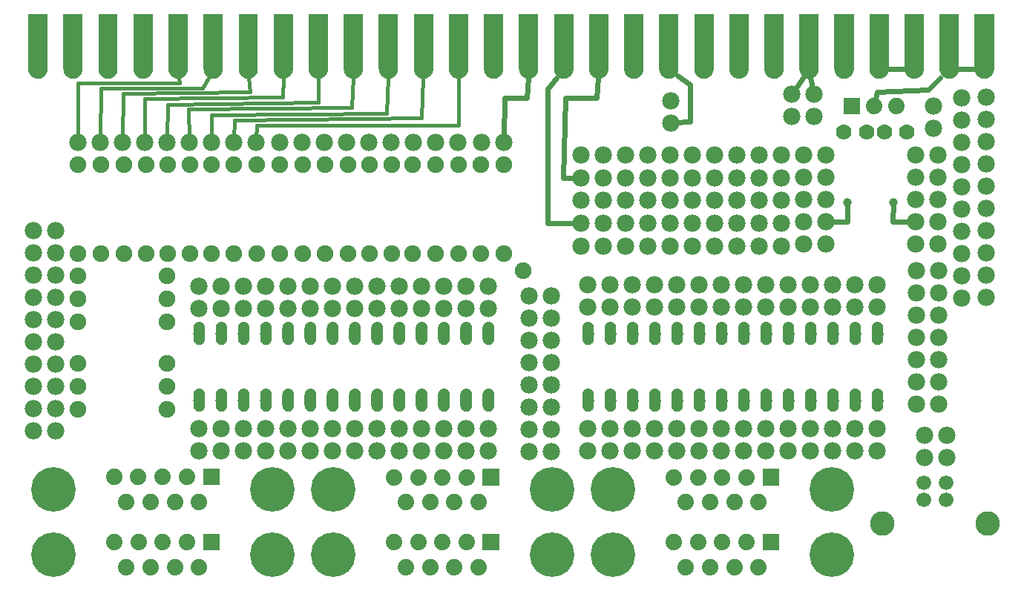
<source format=gbl>
G04 MADE WITH FRITZING*
G04 WWW.FRITZING.ORG*
G04 DOUBLE SIDED*
G04 HOLES PLATED*
G04 CONTOUR ON CENTER OF CONTOUR VECTOR*
%ASAXBY*%
%FSLAX23Y23*%
%MOIN*%
%OFA0B0*%
%SFA1.0B1.0*%
%ADD10C,0.074000*%
%ADD11C,0.200000*%
%ADD12C,0.078000*%
%ADD13C,0.075000*%
%ADD14C,0.075433*%
%ADD15C,0.066000*%
%ADD16C,0.110000*%
%ADD17C,0.052000*%
%ADD18C,0.039370*%
%ADD19C,0.070000*%
%ADD20C,0.024000*%
%ADD21C,0.016000*%
%ADD22R,0.001000X0.001000*%
%LNCOPPER0*%
G90*
G70*
G54D10*
X882Y466D03*
X772Y466D03*
X663Y466D03*
X554Y466D03*
X445Y466D03*
X827Y354D03*
X718Y354D03*
X609Y354D03*
X500Y354D03*
G54D11*
X1156Y410D03*
X171Y410D03*
G54D10*
X882Y173D03*
X773Y173D03*
X664Y173D03*
X555Y173D03*
X446Y173D03*
X827Y61D03*
X718Y61D03*
X609Y61D03*
X500Y61D03*
G54D11*
X1156Y117D03*
X172Y117D03*
G54D10*
X3395Y465D03*
X3286Y465D03*
X3177Y465D03*
X3068Y465D03*
X2959Y465D03*
X3340Y353D03*
X3231Y353D03*
X3123Y353D03*
X3014Y353D03*
G54D11*
X3669Y409D03*
X2685Y409D03*
G54D10*
X3395Y173D03*
X3286Y173D03*
X3177Y173D03*
X3068Y173D03*
X2959Y173D03*
X3340Y61D03*
X3231Y61D03*
X3123Y61D03*
X3014Y61D03*
G54D11*
X3669Y117D03*
X2685Y117D03*
G54D10*
X2138Y465D03*
X2029Y465D03*
X1920Y465D03*
X1811Y465D03*
X1702Y465D03*
X2083Y353D03*
X1974Y353D03*
X1865Y353D03*
X1756Y353D03*
G54D11*
X2412Y409D03*
X1428Y409D03*
G54D10*
X2138Y173D03*
X2029Y173D03*
X1920Y173D03*
X1811Y173D03*
X1702Y173D03*
X2083Y61D03*
X1974Y61D03*
X1865Y61D03*
X1756Y61D03*
G54D11*
X2412Y117D03*
X1428Y117D03*
G54D12*
X4252Y2171D03*
X4252Y2071D03*
X4252Y1971D03*
X4252Y1871D03*
X4252Y1771D03*
X4252Y1671D03*
X4252Y1571D03*
X4252Y1471D03*
X4252Y1371D03*
X4252Y1271D03*
X4362Y2173D03*
X4362Y2073D03*
X4362Y1973D03*
X4362Y1873D03*
X4362Y1773D03*
X4362Y1673D03*
X4362Y1573D03*
X4362Y1473D03*
X4362Y1373D03*
X4362Y1273D03*
X3488Y2187D03*
X3488Y2087D03*
X3488Y2187D03*
X3488Y2087D03*
X3588Y2087D03*
X3588Y2187D03*
X2945Y2157D03*
X2945Y2057D03*
X3441Y1504D03*
X3341Y1504D03*
X3241Y1504D03*
X3141Y1504D03*
X3041Y1504D03*
X2941Y1504D03*
X2841Y1504D03*
X2741Y1504D03*
X2641Y1504D03*
X2541Y1504D03*
X3441Y1606D03*
X3341Y1606D03*
X3241Y1606D03*
X3141Y1606D03*
X3041Y1606D03*
X2941Y1606D03*
X2841Y1606D03*
X2741Y1606D03*
X2641Y1606D03*
X2541Y1606D03*
X3441Y1709D03*
X3341Y1709D03*
X3241Y1709D03*
X3141Y1709D03*
X3041Y1709D03*
X2941Y1709D03*
X2841Y1709D03*
X2741Y1709D03*
X2641Y1709D03*
X2541Y1709D03*
X3441Y1811D03*
X3341Y1811D03*
X3241Y1811D03*
X3141Y1811D03*
X3041Y1811D03*
X2941Y1811D03*
X2841Y1811D03*
X2741Y1811D03*
X2641Y1811D03*
X2541Y1811D03*
X3441Y1913D03*
X3341Y1913D03*
X3241Y1913D03*
X3141Y1913D03*
X3041Y1913D03*
X2941Y1913D03*
X2841Y1913D03*
X2741Y1913D03*
X2641Y1913D03*
X2541Y1913D03*
X2309Y1279D03*
X2309Y1179D03*
X2309Y1079D03*
X2309Y979D03*
X2309Y879D03*
X2309Y779D03*
X2309Y679D03*
X2309Y579D03*
X2309Y1279D03*
X2309Y1179D03*
X2309Y1079D03*
X2309Y979D03*
X2309Y879D03*
X2309Y779D03*
X2309Y679D03*
X2309Y579D03*
X2409Y579D03*
X2409Y679D03*
X2409Y779D03*
X2409Y879D03*
X2409Y979D03*
X2409Y1079D03*
X2409Y1179D03*
X2409Y1279D03*
X4050Y1394D03*
X4050Y1294D03*
X4050Y1194D03*
X4050Y1094D03*
X4050Y994D03*
X4050Y894D03*
X4050Y794D03*
X4050Y1394D03*
X4050Y1294D03*
X4050Y1194D03*
X4050Y1094D03*
X4050Y994D03*
X4050Y894D03*
X4050Y794D03*
X4150Y794D03*
X4150Y894D03*
X4150Y994D03*
X4150Y1094D03*
X4150Y1194D03*
X4150Y1294D03*
X4150Y1394D03*
X4047Y1913D03*
X4047Y1813D03*
X4047Y1713D03*
X4047Y1613D03*
X4047Y1513D03*
X4047Y1913D03*
X4047Y1813D03*
X4047Y1713D03*
X4047Y1613D03*
X4047Y1513D03*
X4147Y1513D03*
X4147Y1613D03*
X4147Y1713D03*
X4147Y1813D03*
X4147Y1913D03*
X3543Y1913D03*
X3543Y1813D03*
X3543Y1713D03*
X3543Y1613D03*
X3543Y1513D03*
X3543Y1913D03*
X3543Y1813D03*
X3543Y1713D03*
X3543Y1613D03*
X3543Y1513D03*
X3643Y1513D03*
X3643Y1613D03*
X3643Y1713D03*
X3643Y1813D03*
X3643Y1913D03*
X2197Y1969D03*
X2097Y1969D03*
X283Y1969D03*
X383Y1969D03*
X483Y1969D03*
X583Y1969D03*
X683Y1969D03*
X783Y1969D03*
X883Y1969D03*
X983Y1969D03*
X1083Y1969D03*
X1189Y1969D03*
X1289Y1969D03*
X1389Y1969D03*
X1489Y1969D03*
X1589Y1969D03*
X1689Y1969D03*
X1789Y1969D03*
X1889Y1969D03*
X1989Y1969D03*
G54D13*
X984Y1472D03*
X984Y1872D03*
X685Y1472D03*
X685Y1872D03*
X386Y1472D03*
X386Y1872D03*
X882Y1472D03*
X882Y1872D03*
X1087Y1472D03*
X1087Y1872D03*
X488Y1472D03*
X488Y1872D03*
X590Y1472D03*
X590Y1872D03*
X283Y1472D03*
X283Y1872D03*
X787Y1472D03*
X787Y1872D03*
X1189Y1472D03*
X1189Y1872D03*
X1291Y1472D03*
X1291Y1872D03*
X1394Y1472D03*
X1394Y1872D03*
X1496Y1472D03*
X1496Y1872D03*
X1591Y1472D03*
X1591Y1872D03*
X1693Y1472D03*
X1693Y1872D03*
X1787Y1472D03*
X1787Y1872D03*
X1890Y1472D03*
X1890Y1872D03*
X1992Y1472D03*
X1992Y1872D03*
X2094Y1472D03*
X2094Y1872D03*
X2197Y1472D03*
X2197Y1872D03*
G54D14*
X2283Y1394D03*
G54D12*
X81Y1574D03*
X81Y1474D03*
X81Y1374D03*
X81Y1274D03*
X81Y1174D03*
X81Y1074D03*
X81Y974D03*
X81Y874D03*
X81Y774D03*
X81Y674D03*
X81Y1574D03*
X81Y1474D03*
X81Y1374D03*
X81Y1274D03*
X81Y1174D03*
X81Y1074D03*
X81Y974D03*
X81Y874D03*
X81Y774D03*
X81Y674D03*
X181Y674D03*
X181Y774D03*
X181Y874D03*
X181Y974D03*
X181Y1074D03*
X181Y1174D03*
X181Y1274D03*
X181Y1374D03*
X181Y1474D03*
X181Y1574D03*
G54D13*
X283Y772D03*
X683Y772D03*
X283Y874D03*
X683Y874D03*
X283Y976D03*
X683Y976D03*
X283Y1165D03*
X683Y1165D03*
X283Y1268D03*
X683Y1268D03*
X283Y1370D03*
X683Y1370D03*
G54D15*
X4181Y441D03*
X4083Y441D03*
X4083Y363D03*
X4181Y363D03*
G54D16*
X4369Y256D03*
X3895Y256D03*
G54D12*
X4087Y654D03*
X4087Y554D03*
X4087Y654D03*
X4087Y554D03*
X4187Y554D03*
X4187Y654D03*
X3874Y685D03*
X3774Y685D03*
X3674Y685D03*
X3574Y685D03*
X3474Y685D03*
X3374Y685D03*
X3274Y685D03*
X3174Y685D03*
X3074Y685D03*
X2974Y685D03*
X2874Y685D03*
X2774Y685D03*
X2674Y685D03*
X2574Y685D03*
X3874Y685D03*
X3774Y685D03*
X3674Y685D03*
X3574Y685D03*
X3474Y685D03*
X3374Y685D03*
X3274Y685D03*
X3174Y685D03*
X3074Y685D03*
X2974Y685D03*
X2874Y685D03*
X2774Y685D03*
X2674Y685D03*
X2574Y685D03*
X2574Y585D03*
X2674Y585D03*
X2774Y585D03*
X2874Y585D03*
X2974Y585D03*
X3074Y585D03*
X3174Y585D03*
X3274Y585D03*
X3374Y585D03*
X3474Y585D03*
X3574Y585D03*
X3674Y585D03*
X3774Y585D03*
X3874Y585D03*
X3874Y1331D03*
X3774Y1331D03*
X3674Y1331D03*
X3574Y1331D03*
X3474Y1331D03*
X3374Y1331D03*
X3274Y1331D03*
X3174Y1331D03*
X3074Y1331D03*
X2974Y1331D03*
X2874Y1331D03*
X2774Y1331D03*
X2674Y1331D03*
X2574Y1331D03*
X3874Y1331D03*
X3774Y1331D03*
X3674Y1331D03*
X3574Y1331D03*
X3474Y1331D03*
X3374Y1331D03*
X3274Y1331D03*
X3174Y1331D03*
X3074Y1331D03*
X2974Y1331D03*
X2874Y1331D03*
X2774Y1331D03*
X2674Y1331D03*
X2574Y1331D03*
X2574Y1231D03*
X2674Y1231D03*
X2774Y1231D03*
X2874Y1231D03*
X2974Y1231D03*
X3074Y1231D03*
X3174Y1231D03*
X3274Y1231D03*
X3374Y1231D03*
X3474Y1231D03*
X3574Y1231D03*
X3674Y1231D03*
X3774Y1231D03*
X3874Y1231D03*
X2126Y685D03*
X2026Y685D03*
X1926Y685D03*
X1826Y685D03*
X1726Y685D03*
X1626Y685D03*
X1526Y685D03*
X1426Y685D03*
X1326Y685D03*
X1226Y685D03*
X1126Y685D03*
X1026Y685D03*
X926Y685D03*
X826Y685D03*
X2126Y685D03*
X2026Y685D03*
X1926Y685D03*
X1826Y685D03*
X1726Y685D03*
X1626Y685D03*
X1526Y685D03*
X1426Y685D03*
X1326Y685D03*
X1226Y685D03*
X1126Y685D03*
X1026Y685D03*
X926Y685D03*
X826Y685D03*
X826Y585D03*
X926Y585D03*
X1026Y585D03*
X1126Y585D03*
X1226Y585D03*
X1326Y585D03*
X1426Y585D03*
X1526Y585D03*
X1626Y585D03*
X1726Y585D03*
X1826Y585D03*
X1926Y585D03*
X2026Y585D03*
X2126Y585D03*
X2126Y1323D03*
X2026Y1323D03*
X1926Y1323D03*
X1826Y1323D03*
X1726Y1323D03*
X1626Y1323D03*
X1526Y1323D03*
X1426Y1323D03*
X1326Y1323D03*
X1226Y1323D03*
X1126Y1323D03*
X1026Y1323D03*
X926Y1323D03*
X826Y1323D03*
X2126Y1323D03*
X2026Y1323D03*
X1926Y1323D03*
X1826Y1323D03*
X1726Y1323D03*
X1626Y1323D03*
X1526Y1323D03*
X1426Y1323D03*
X1326Y1323D03*
X1226Y1323D03*
X1126Y1323D03*
X1026Y1323D03*
X926Y1323D03*
X826Y1323D03*
X826Y1223D03*
X926Y1223D03*
X1026Y1223D03*
X1126Y1223D03*
X1226Y1223D03*
X1326Y1223D03*
X1426Y1223D03*
X1526Y1223D03*
X1626Y1223D03*
X1726Y1223D03*
X1826Y1223D03*
X1926Y1223D03*
X2026Y1223D03*
X2126Y1223D03*
G54D17*
X2575Y811D03*
X2675Y811D03*
X2775Y811D03*
X2875Y811D03*
X2975Y811D03*
X3075Y811D03*
X3175Y811D03*
X3275Y811D03*
X3375Y811D03*
X3475Y811D03*
X3575Y811D03*
X3675Y811D03*
X3775Y811D03*
X3875Y811D03*
X3875Y1111D03*
X3775Y1111D03*
X3675Y1111D03*
X3575Y1111D03*
X3475Y1111D03*
X3375Y1111D03*
X3275Y1111D03*
X3175Y1111D03*
X3075Y1111D03*
X2975Y1111D03*
X2875Y1111D03*
X2775Y1111D03*
X2675Y1111D03*
X2575Y1111D03*
X827Y811D03*
X927Y811D03*
X1027Y811D03*
X1127Y811D03*
X1227Y811D03*
X1327Y811D03*
X1427Y811D03*
X1527Y811D03*
X1627Y811D03*
X1727Y811D03*
X1827Y811D03*
X1927Y811D03*
X2027Y811D03*
X2127Y811D03*
X2127Y1111D03*
X2027Y1111D03*
X1927Y1111D03*
X1827Y1111D03*
X1727Y1111D03*
X1627Y1111D03*
X1527Y1111D03*
X1427Y1111D03*
X1327Y1111D03*
X1227Y1111D03*
X1127Y1111D03*
X1027Y1111D03*
X927Y1111D03*
X827Y1111D03*
G54D10*
X3758Y2134D03*
X3858Y2134D03*
X3958Y2134D03*
G54D12*
X4126Y2134D03*
X4126Y2034D03*
G54D18*
X3945Y1701D03*
X3740Y1701D03*
G54D19*
X3724Y2016D03*
X3825Y2016D03*
X3905Y2016D03*
X4006Y2016D03*
G54D20*
X4237Y2299D02*
X4315Y2299D01*
D02*
X3922Y2299D02*
X4000Y2299D01*
D02*
X3033Y2063D02*
X3033Y2229D01*
D02*
X3033Y2229D02*
X2977Y2270D01*
D02*
X2964Y2059D02*
X3033Y2063D01*
D02*
X2393Y1607D02*
X2393Y2211D01*
D02*
X2393Y2211D02*
X2432Y2259D01*
D02*
X2522Y1606D02*
X2393Y1607D01*
D02*
X2198Y2172D02*
X2197Y1988D01*
D02*
X2300Y2172D02*
X2198Y2172D01*
D02*
X2305Y2259D02*
X2300Y2172D01*
G54D21*
D02*
X1992Y2047D02*
X1086Y2047D01*
D02*
X1086Y2047D02*
X1084Y1987D01*
D02*
X1992Y2259D02*
X1992Y2047D01*
D02*
X1826Y2079D02*
X1833Y2259D01*
D02*
X985Y2072D02*
X1826Y2079D01*
D02*
X984Y1988D02*
X985Y2072D01*
D02*
X1669Y2102D02*
X882Y2095D01*
D02*
X882Y2095D02*
X883Y1988D01*
D02*
X1676Y2259D02*
X1669Y2102D01*
D02*
X1512Y2126D02*
X779Y2119D01*
D02*
X779Y2119D02*
X783Y1988D01*
D02*
X1518Y2259D02*
X1512Y2126D01*
D02*
X685Y2142D02*
X1362Y2149D01*
D02*
X1362Y2149D02*
X1362Y2259D01*
D02*
X684Y1988D02*
X685Y2142D01*
D02*
X583Y2166D02*
X1204Y2173D01*
D02*
X1204Y2173D02*
X1205Y2259D01*
D02*
X583Y1988D02*
X583Y2166D01*
D02*
X487Y2190D02*
X1056Y2197D01*
D02*
X1056Y2197D02*
X1050Y2259D01*
D02*
X484Y1988D02*
X487Y2190D01*
D02*
X386Y2213D02*
X843Y2213D01*
D02*
X843Y2213D02*
X868Y2259D01*
D02*
X384Y1988D02*
X386Y2213D01*
D02*
X740Y2237D02*
X737Y2259D01*
D02*
X283Y2237D02*
X740Y2237D01*
D02*
X283Y1988D02*
X283Y2237D01*
G54D20*
D02*
X2613Y2172D02*
X2473Y2172D01*
D02*
X2473Y2172D02*
X2464Y1810D01*
D02*
X2464Y1810D02*
X2522Y1811D01*
D02*
X2619Y2259D02*
X2613Y2172D01*
D02*
X4102Y2206D02*
X3873Y2197D01*
D02*
X3873Y2197D02*
X3863Y2153D01*
D02*
X4157Y2260D02*
X4102Y2206D01*
D02*
X3740Y1615D02*
X3740Y1693D01*
D02*
X3662Y1614D02*
X3740Y1615D01*
D02*
X3944Y1615D02*
X3945Y1693D01*
D02*
X4028Y1614D02*
X3944Y1615D01*
D02*
X3499Y2202D02*
X3539Y2259D01*
D02*
X3585Y2205D02*
X3574Y2259D01*
G54D22*
X60Y2547D02*
X146Y2547D01*
X217Y2547D02*
X303Y2547D01*
X375Y2547D02*
X460Y2547D01*
X532Y2547D02*
X618Y2547D01*
X690Y2547D02*
X775Y2547D01*
X847Y2547D02*
X933Y2547D01*
X1005Y2547D02*
X1090Y2547D01*
X1162Y2547D02*
X1248Y2547D01*
X1320Y2547D02*
X1405Y2547D01*
X1477Y2547D02*
X1563Y2547D01*
X1634Y2547D02*
X1720Y2547D01*
X1792Y2547D02*
X1878Y2547D01*
X1949Y2547D02*
X2035Y2547D01*
X2107Y2547D02*
X2192Y2547D01*
X2264Y2547D02*
X2350Y2547D01*
X2422Y2547D02*
X2507Y2547D01*
X2579Y2547D02*
X2665Y2547D01*
X2737Y2547D02*
X2822Y2547D01*
X2894Y2547D02*
X2980Y2547D01*
X3052Y2547D02*
X3137Y2547D01*
X3209Y2547D02*
X3295Y2547D01*
X3366Y2547D02*
X3452Y2547D01*
X3524Y2547D02*
X3610Y2547D01*
X3681Y2547D02*
X3767Y2547D01*
X3839Y2547D02*
X3924Y2547D01*
X3996Y2547D02*
X4082Y2547D01*
X4154Y2547D02*
X4239Y2547D01*
X4311Y2547D02*
X4397Y2547D01*
X60Y2546D02*
X146Y2546D01*
X217Y2546D02*
X303Y2546D01*
X375Y2546D02*
X460Y2546D01*
X532Y2546D02*
X618Y2546D01*
X690Y2546D02*
X775Y2546D01*
X847Y2546D02*
X933Y2546D01*
X1005Y2546D02*
X1090Y2546D01*
X1162Y2546D02*
X1248Y2546D01*
X1320Y2546D02*
X1405Y2546D01*
X1477Y2546D02*
X1563Y2546D01*
X1634Y2546D02*
X1720Y2546D01*
X1792Y2546D02*
X1878Y2546D01*
X1949Y2546D02*
X2035Y2546D01*
X2107Y2546D02*
X2192Y2546D01*
X2264Y2546D02*
X2350Y2546D01*
X2422Y2546D02*
X2507Y2546D01*
X2579Y2546D02*
X2665Y2546D01*
X2737Y2546D02*
X2822Y2546D01*
X2894Y2546D02*
X2980Y2546D01*
X3052Y2546D02*
X3137Y2546D01*
X3209Y2546D02*
X3295Y2546D01*
X3366Y2546D02*
X3452Y2546D01*
X3524Y2546D02*
X3610Y2546D01*
X3681Y2546D02*
X3767Y2546D01*
X3839Y2546D02*
X3924Y2546D01*
X3996Y2546D02*
X4082Y2546D01*
X4154Y2546D02*
X4239Y2546D01*
X4311Y2546D02*
X4397Y2546D01*
X60Y2545D02*
X146Y2545D01*
X217Y2545D02*
X303Y2545D01*
X375Y2545D02*
X460Y2545D01*
X532Y2545D02*
X618Y2545D01*
X690Y2545D02*
X775Y2545D01*
X847Y2545D02*
X933Y2545D01*
X1005Y2545D02*
X1090Y2545D01*
X1162Y2545D02*
X1248Y2545D01*
X1320Y2545D02*
X1405Y2545D01*
X1477Y2545D02*
X1563Y2545D01*
X1634Y2545D02*
X1720Y2545D01*
X1792Y2545D02*
X1878Y2545D01*
X1949Y2545D02*
X2035Y2545D01*
X2107Y2545D02*
X2192Y2545D01*
X2264Y2545D02*
X2350Y2545D01*
X2422Y2545D02*
X2507Y2545D01*
X2579Y2545D02*
X2665Y2545D01*
X2737Y2545D02*
X2822Y2545D01*
X2894Y2545D02*
X2980Y2545D01*
X3052Y2545D02*
X3137Y2545D01*
X3209Y2545D02*
X3295Y2545D01*
X3366Y2545D02*
X3452Y2545D01*
X3524Y2545D02*
X3610Y2545D01*
X3681Y2545D02*
X3767Y2545D01*
X3839Y2545D02*
X3924Y2545D01*
X3996Y2545D02*
X4082Y2545D01*
X4154Y2545D02*
X4239Y2545D01*
X4311Y2545D02*
X4397Y2545D01*
X60Y2544D02*
X146Y2544D01*
X217Y2544D02*
X303Y2544D01*
X375Y2544D02*
X460Y2544D01*
X532Y2544D02*
X618Y2544D01*
X690Y2544D02*
X775Y2544D01*
X847Y2544D02*
X933Y2544D01*
X1005Y2544D02*
X1090Y2544D01*
X1162Y2544D02*
X1248Y2544D01*
X1320Y2544D02*
X1405Y2544D01*
X1477Y2544D02*
X1563Y2544D01*
X1634Y2544D02*
X1720Y2544D01*
X1792Y2544D02*
X1878Y2544D01*
X1949Y2544D02*
X2035Y2544D01*
X2107Y2544D02*
X2192Y2544D01*
X2264Y2544D02*
X2350Y2544D01*
X2422Y2544D02*
X2507Y2544D01*
X2579Y2544D02*
X2665Y2544D01*
X2737Y2544D02*
X2822Y2544D01*
X2894Y2544D02*
X2980Y2544D01*
X3052Y2544D02*
X3137Y2544D01*
X3209Y2544D02*
X3295Y2544D01*
X3366Y2544D02*
X3452Y2544D01*
X3524Y2544D02*
X3610Y2544D01*
X3681Y2544D02*
X3767Y2544D01*
X3839Y2544D02*
X3924Y2544D01*
X3996Y2544D02*
X4082Y2544D01*
X4154Y2544D02*
X4239Y2544D01*
X4311Y2544D02*
X4397Y2544D01*
X60Y2543D02*
X146Y2543D01*
X217Y2543D02*
X303Y2543D01*
X375Y2543D02*
X460Y2543D01*
X532Y2543D02*
X618Y2543D01*
X690Y2543D02*
X775Y2543D01*
X847Y2543D02*
X933Y2543D01*
X1005Y2543D02*
X1090Y2543D01*
X1162Y2543D02*
X1248Y2543D01*
X1320Y2543D02*
X1405Y2543D01*
X1477Y2543D02*
X1563Y2543D01*
X1634Y2543D02*
X1720Y2543D01*
X1792Y2543D02*
X1878Y2543D01*
X1949Y2543D02*
X2035Y2543D01*
X2107Y2543D02*
X2192Y2543D01*
X2264Y2543D02*
X2350Y2543D01*
X2422Y2543D02*
X2507Y2543D01*
X2579Y2543D02*
X2665Y2543D01*
X2737Y2543D02*
X2822Y2543D01*
X2894Y2543D02*
X2980Y2543D01*
X3052Y2543D02*
X3137Y2543D01*
X3209Y2543D02*
X3295Y2543D01*
X3366Y2543D02*
X3452Y2543D01*
X3524Y2543D02*
X3610Y2543D01*
X3681Y2543D02*
X3767Y2543D01*
X3839Y2543D02*
X3924Y2543D01*
X3996Y2543D02*
X4082Y2543D01*
X4154Y2543D02*
X4239Y2543D01*
X4311Y2543D02*
X4397Y2543D01*
X60Y2542D02*
X146Y2542D01*
X217Y2542D02*
X303Y2542D01*
X375Y2542D02*
X460Y2542D01*
X532Y2542D02*
X618Y2542D01*
X690Y2542D02*
X775Y2542D01*
X847Y2542D02*
X933Y2542D01*
X1005Y2542D02*
X1090Y2542D01*
X1162Y2542D02*
X1248Y2542D01*
X1320Y2542D02*
X1405Y2542D01*
X1477Y2542D02*
X1563Y2542D01*
X1634Y2542D02*
X1720Y2542D01*
X1792Y2542D02*
X1878Y2542D01*
X1949Y2542D02*
X2035Y2542D01*
X2107Y2542D02*
X2192Y2542D01*
X2264Y2542D02*
X2350Y2542D01*
X2422Y2542D02*
X2507Y2542D01*
X2579Y2542D02*
X2665Y2542D01*
X2737Y2542D02*
X2822Y2542D01*
X2894Y2542D02*
X2980Y2542D01*
X3052Y2542D02*
X3137Y2542D01*
X3209Y2542D02*
X3295Y2542D01*
X3366Y2542D02*
X3452Y2542D01*
X3524Y2542D02*
X3610Y2542D01*
X3681Y2542D02*
X3767Y2542D01*
X3839Y2542D02*
X3924Y2542D01*
X3996Y2542D02*
X4082Y2542D01*
X4154Y2542D02*
X4239Y2542D01*
X4311Y2542D02*
X4397Y2542D01*
X60Y2541D02*
X146Y2541D01*
X217Y2541D02*
X303Y2541D01*
X375Y2541D02*
X460Y2541D01*
X532Y2541D02*
X618Y2541D01*
X690Y2541D02*
X775Y2541D01*
X847Y2541D02*
X933Y2541D01*
X1005Y2541D02*
X1090Y2541D01*
X1162Y2541D02*
X1248Y2541D01*
X1320Y2541D02*
X1405Y2541D01*
X1477Y2541D02*
X1563Y2541D01*
X1634Y2541D02*
X1720Y2541D01*
X1792Y2541D02*
X1878Y2541D01*
X1949Y2541D02*
X2035Y2541D01*
X2107Y2541D02*
X2192Y2541D01*
X2264Y2541D02*
X2350Y2541D01*
X2422Y2541D02*
X2507Y2541D01*
X2579Y2541D02*
X2665Y2541D01*
X2737Y2541D02*
X2822Y2541D01*
X2894Y2541D02*
X2980Y2541D01*
X3052Y2541D02*
X3137Y2541D01*
X3209Y2541D02*
X3295Y2541D01*
X3366Y2541D02*
X3452Y2541D01*
X3524Y2541D02*
X3610Y2541D01*
X3681Y2541D02*
X3767Y2541D01*
X3839Y2541D02*
X3924Y2541D01*
X3996Y2541D02*
X4082Y2541D01*
X4154Y2541D02*
X4239Y2541D01*
X4311Y2541D02*
X4397Y2541D01*
X60Y2540D02*
X146Y2540D01*
X217Y2540D02*
X303Y2540D01*
X375Y2540D02*
X460Y2540D01*
X532Y2540D02*
X618Y2540D01*
X690Y2540D02*
X775Y2540D01*
X847Y2540D02*
X933Y2540D01*
X1005Y2540D02*
X1090Y2540D01*
X1162Y2540D02*
X1248Y2540D01*
X1320Y2540D02*
X1405Y2540D01*
X1477Y2540D02*
X1563Y2540D01*
X1634Y2540D02*
X1720Y2540D01*
X1792Y2540D02*
X1878Y2540D01*
X1949Y2540D02*
X2035Y2540D01*
X2107Y2540D02*
X2192Y2540D01*
X2264Y2540D02*
X2350Y2540D01*
X2422Y2540D02*
X2507Y2540D01*
X2579Y2540D02*
X2665Y2540D01*
X2737Y2540D02*
X2822Y2540D01*
X2894Y2540D02*
X2980Y2540D01*
X3052Y2540D02*
X3137Y2540D01*
X3209Y2540D02*
X3295Y2540D01*
X3366Y2540D02*
X3452Y2540D01*
X3524Y2540D02*
X3610Y2540D01*
X3681Y2540D02*
X3767Y2540D01*
X3839Y2540D02*
X3924Y2540D01*
X3996Y2540D02*
X4082Y2540D01*
X4154Y2540D02*
X4239Y2540D01*
X4311Y2540D02*
X4397Y2540D01*
X60Y2539D02*
X146Y2539D01*
X217Y2539D02*
X303Y2539D01*
X375Y2539D02*
X460Y2539D01*
X532Y2539D02*
X618Y2539D01*
X690Y2539D02*
X775Y2539D01*
X847Y2539D02*
X933Y2539D01*
X1005Y2539D02*
X1090Y2539D01*
X1162Y2539D02*
X1248Y2539D01*
X1320Y2539D02*
X1405Y2539D01*
X1477Y2539D02*
X1563Y2539D01*
X1634Y2539D02*
X1720Y2539D01*
X1792Y2539D02*
X1878Y2539D01*
X1949Y2539D02*
X2035Y2539D01*
X2107Y2539D02*
X2192Y2539D01*
X2264Y2539D02*
X2350Y2539D01*
X2422Y2539D02*
X2507Y2539D01*
X2579Y2539D02*
X2665Y2539D01*
X2737Y2539D02*
X2822Y2539D01*
X2894Y2539D02*
X2980Y2539D01*
X3052Y2539D02*
X3137Y2539D01*
X3209Y2539D02*
X3295Y2539D01*
X3366Y2539D02*
X3452Y2539D01*
X3524Y2539D02*
X3610Y2539D01*
X3681Y2539D02*
X3767Y2539D01*
X3839Y2539D02*
X3924Y2539D01*
X3996Y2539D02*
X4082Y2539D01*
X4154Y2539D02*
X4239Y2539D01*
X4311Y2539D02*
X4397Y2539D01*
X60Y2538D02*
X146Y2538D01*
X217Y2538D02*
X303Y2538D01*
X375Y2538D02*
X460Y2538D01*
X532Y2538D02*
X618Y2538D01*
X690Y2538D02*
X775Y2538D01*
X847Y2538D02*
X933Y2538D01*
X1005Y2538D02*
X1090Y2538D01*
X1162Y2538D02*
X1248Y2538D01*
X1320Y2538D02*
X1405Y2538D01*
X1477Y2538D02*
X1563Y2538D01*
X1634Y2538D02*
X1720Y2538D01*
X1792Y2538D02*
X1878Y2538D01*
X1949Y2538D02*
X2035Y2538D01*
X2107Y2538D02*
X2192Y2538D01*
X2264Y2538D02*
X2350Y2538D01*
X2422Y2538D02*
X2507Y2538D01*
X2579Y2538D02*
X2665Y2538D01*
X2737Y2538D02*
X2822Y2538D01*
X2894Y2538D02*
X2980Y2538D01*
X3052Y2538D02*
X3137Y2538D01*
X3209Y2538D02*
X3295Y2538D01*
X3366Y2538D02*
X3452Y2538D01*
X3524Y2538D02*
X3610Y2538D01*
X3681Y2538D02*
X3767Y2538D01*
X3839Y2538D02*
X3924Y2538D01*
X3996Y2538D02*
X4082Y2538D01*
X4154Y2538D02*
X4239Y2538D01*
X4311Y2538D02*
X4397Y2538D01*
X60Y2537D02*
X146Y2537D01*
X217Y2537D02*
X303Y2537D01*
X375Y2537D02*
X460Y2537D01*
X532Y2537D02*
X618Y2537D01*
X690Y2537D02*
X775Y2537D01*
X847Y2537D02*
X933Y2537D01*
X1005Y2537D02*
X1090Y2537D01*
X1162Y2537D02*
X1248Y2537D01*
X1320Y2537D02*
X1405Y2537D01*
X1477Y2537D02*
X1563Y2537D01*
X1634Y2537D02*
X1720Y2537D01*
X1792Y2537D02*
X1878Y2537D01*
X1949Y2537D02*
X2035Y2537D01*
X2107Y2537D02*
X2192Y2537D01*
X2264Y2537D02*
X2350Y2537D01*
X2422Y2537D02*
X2507Y2537D01*
X2579Y2537D02*
X2665Y2537D01*
X2737Y2537D02*
X2822Y2537D01*
X2894Y2537D02*
X2980Y2537D01*
X3052Y2537D02*
X3137Y2537D01*
X3209Y2537D02*
X3295Y2537D01*
X3366Y2537D02*
X3452Y2537D01*
X3524Y2537D02*
X3610Y2537D01*
X3681Y2537D02*
X3767Y2537D01*
X3839Y2537D02*
X3924Y2537D01*
X3996Y2537D02*
X4082Y2537D01*
X4154Y2537D02*
X4239Y2537D01*
X4311Y2537D02*
X4397Y2537D01*
X60Y2536D02*
X146Y2536D01*
X217Y2536D02*
X303Y2536D01*
X375Y2536D02*
X460Y2536D01*
X532Y2536D02*
X618Y2536D01*
X690Y2536D02*
X775Y2536D01*
X847Y2536D02*
X933Y2536D01*
X1005Y2536D02*
X1090Y2536D01*
X1162Y2536D02*
X1248Y2536D01*
X1320Y2536D02*
X1405Y2536D01*
X1477Y2536D02*
X1563Y2536D01*
X1634Y2536D02*
X1720Y2536D01*
X1792Y2536D02*
X1878Y2536D01*
X1949Y2536D02*
X2035Y2536D01*
X2107Y2536D02*
X2192Y2536D01*
X2264Y2536D02*
X2350Y2536D01*
X2422Y2536D02*
X2507Y2536D01*
X2579Y2536D02*
X2665Y2536D01*
X2737Y2536D02*
X2822Y2536D01*
X2894Y2536D02*
X2980Y2536D01*
X3052Y2536D02*
X3137Y2536D01*
X3209Y2536D02*
X3295Y2536D01*
X3366Y2536D02*
X3452Y2536D01*
X3524Y2536D02*
X3610Y2536D01*
X3681Y2536D02*
X3767Y2536D01*
X3839Y2536D02*
X3924Y2536D01*
X3996Y2536D02*
X4082Y2536D01*
X4154Y2536D02*
X4239Y2536D01*
X4311Y2536D02*
X4397Y2536D01*
X60Y2535D02*
X146Y2535D01*
X217Y2535D02*
X303Y2535D01*
X375Y2535D02*
X460Y2535D01*
X532Y2535D02*
X618Y2535D01*
X690Y2535D02*
X775Y2535D01*
X847Y2535D02*
X933Y2535D01*
X1005Y2535D02*
X1090Y2535D01*
X1162Y2535D02*
X1248Y2535D01*
X1320Y2535D02*
X1405Y2535D01*
X1477Y2535D02*
X1563Y2535D01*
X1634Y2535D02*
X1720Y2535D01*
X1792Y2535D02*
X1878Y2535D01*
X1949Y2535D02*
X2035Y2535D01*
X2107Y2535D02*
X2192Y2535D01*
X2264Y2535D02*
X2350Y2535D01*
X2422Y2535D02*
X2507Y2535D01*
X2579Y2535D02*
X2665Y2535D01*
X2737Y2535D02*
X2822Y2535D01*
X2894Y2535D02*
X2980Y2535D01*
X3052Y2535D02*
X3137Y2535D01*
X3209Y2535D02*
X3295Y2535D01*
X3366Y2535D02*
X3452Y2535D01*
X3524Y2535D02*
X3610Y2535D01*
X3681Y2535D02*
X3767Y2535D01*
X3839Y2535D02*
X3924Y2535D01*
X3996Y2535D02*
X4082Y2535D01*
X4154Y2535D02*
X4239Y2535D01*
X4311Y2535D02*
X4397Y2535D01*
X60Y2534D02*
X146Y2534D01*
X217Y2534D02*
X303Y2534D01*
X375Y2534D02*
X460Y2534D01*
X532Y2534D02*
X618Y2534D01*
X690Y2534D02*
X775Y2534D01*
X847Y2534D02*
X933Y2534D01*
X1005Y2534D02*
X1090Y2534D01*
X1162Y2534D02*
X1248Y2534D01*
X1320Y2534D02*
X1405Y2534D01*
X1477Y2534D02*
X1563Y2534D01*
X1634Y2534D02*
X1720Y2534D01*
X1792Y2534D02*
X1878Y2534D01*
X1949Y2534D02*
X2035Y2534D01*
X2107Y2534D02*
X2192Y2534D01*
X2264Y2534D02*
X2350Y2534D01*
X2422Y2534D02*
X2507Y2534D01*
X2579Y2534D02*
X2665Y2534D01*
X2737Y2534D02*
X2822Y2534D01*
X2894Y2534D02*
X2980Y2534D01*
X3052Y2534D02*
X3137Y2534D01*
X3209Y2534D02*
X3295Y2534D01*
X3366Y2534D02*
X3452Y2534D01*
X3524Y2534D02*
X3610Y2534D01*
X3681Y2534D02*
X3767Y2534D01*
X3839Y2534D02*
X3924Y2534D01*
X3996Y2534D02*
X4082Y2534D01*
X4154Y2534D02*
X4239Y2534D01*
X4311Y2534D02*
X4397Y2534D01*
X60Y2533D02*
X146Y2533D01*
X217Y2533D02*
X303Y2533D01*
X375Y2533D02*
X460Y2533D01*
X532Y2533D02*
X618Y2533D01*
X690Y2533D02*
X775Y2533D01*
X847Y2533D02*
X933Y2533D01*
X1005Y2533D02*
X1090Y2533D01*
X1162Y2533D02*
X1248Y2533D01*
X1320Y2533D02*
X1405Y2533D01*
X1477Y2533D02*
X1563Y2533D01*
X1634Y2533D02*
X1720Y2533D01*
X1792Y2533D02*
X1878Y2533D01*
X1949Y2533D02*
X2035Y2533D01*
X2107Y2533D02*
X2192Y2533D01*
X2264Y2533D02*
X2350Y2533D01*
X2422Y2533D02*
X2507Y2533D01*
X2579Y2533D02*
X2665Y2533D01*
X2737Y2533D02*
X2822Y2533D01*
X2894Y2533D02*
X2980Y2533D01*
X3052Y2533D02*
X3137Y2533D01*
X3209Y2533D02*
X3295Y2533D01*
X3366Y2533D02*
X3452Y2533D01*
X3524Y2533D02*
X3610Y2533D01*
X3681Y2533D02*
X3767Y2533D01*
X3839Y2533D02*
X3924Y2533D01*
X3996Y2533D02*
X4082Y2533D01*
X4154Y2533D02*
X4239Y2533D01*
X4311Y2533D02*
X4397Y2533D01*
X60Y2532D02*
X146Y2532D01*
X217Y2532D02*
X303Y2532D01*
X375Y2532D02*
X460Y2532D01*
X532Y2532D02*
X618Y2532D01*
X690Y2532D02*
X775Y2532D01*
X847Y2532D02*
X933Y2532D01*
X1005Y2532D02*
X1090Y2532D01*
X1162Y2532D02*
X1248Y2532D01*
X1320Y2532D02*
X1405Y2532D01*
X1477Y2532D02*
X1563Y2532D01*
X1634Y2532D02*
X1720Y2532D01*
X1792Y2532D02*
X1878Y2532D01*
X1949Y2532D02*
X2035Y2532D01*
X2107Y2532D02*
X2192Y2532D01*
X2264Y2532D02*
X2350Y2532D01*
X2422Y2532D02*
X2507Y2532D01*
X2579Y2532D02*
X2665Y2532D01*
X2737Y2532D02*
X2822Y2532D01*
X2894Y2532D02*
X2980Y2532D01*
X3052Y2532D02*
X3137Y2532D01*
X3209Y2532D02*
X3295Y2532D01*
X3366Y2532D02*
X3452Y2532D01*
X3524Y2532D02*
X3610Y2532D01*
X3681Y2532D02*
X3767Y2532D01*
X3839Y2532D02*
X3924Y2532D01*
X3996Y2532D02*
X4082Y2532D01*
X4154Y2532D02*
X4239Y2532D01*
X4311Y2532D02*
X4397Y2532D01*
X60Y2531D02*
X146Y2531D01*
X217Y2531D02*
X303Y2531D01*
X375Y2531D02*
X460Y2531D01*
X532Y2531D02*
X618Y2531D01*
X690Y2531D02*
X775Y2531D01*
X847Y2531D02*
X933Y2531D01*
X1005Y2531D02*
X1090Y2531D01*
X1162Y2531D02*
X1248Y2531D01*
X1320Y2531D02*
X1405Y2531D01*
X1477Y2531D02*
X1563Y2531D01*
X1634Y2531D02*
X1720Y2531D01*
X1792Y2531D02*
X1878Y2531D01*
X1949Y2531D02*
X2035Y2531D01*
X2107Y2531D02*
X2192Y2531D01*
X2264Y2531D02*
X2350Y2531D01*
X2422Y2531D02*
X2507Y2531D01*
X2579Y2531D02*
X2665Y2531D01*
X2737Y2531D02*
X2822Y2531D01*
X2894Y2531D02*
X2980Y2531D01*
X3052Y2531D02*
X3137Y2531D01*
X3209Y2531D02*
X3295Y2531D01*
X3366Y2531D02*
X3452Y2531D01*
X3524Y2531D02*
X3610Y2531D01*
X3681Y2531D02*
X3767Y2531D01*
X3839Y2531D02*
X3924Y2531D01*
X3996Y2531D02*
X4082Y2531D01*
X4154Y2531D02*
X4239Y2531D01*
X4311Y2531D02*
X4397Y2531D01*
X60Y2530D02*
X146Y2530D01*
X217Y2530D02*
X303Y2530D01*
X375Y2530D02*
X460Y2530D01*
X532Y2530D02*
X618Y2530D01*
X690Y2530D02*
X775Y2530D01*
X847Y2530D02*
X933Y2530D01*
X1005Y2530D02*
X1090Y2530D01*
X1162Y2530D02*
X1248Y2530D01*
X1320Y2530D02*
X1405Y2530D01*
X1477Y2530D02*
X1563Y2530D01*
X1634Y2530D02*
X1720Y2530D01*
X1792Y2530D02*
X1878Y2530D01*
X1949Y2530D02*
X2035Y2530D01*
X2107Y2530D02*
X2192Y2530D01*
X2264Y2530D02*
X2350Y2530D01*
X2422Y2530D02*
X2507Y2530D01*
X2579Y2530D02*
X2665Y2530D01*
X2737Y2530D02*
X2822Y2530D01*
X2894Y2530D02*
X2980Y2530D01*
X3052Y2530D02*
X3137Y2530D01*
X3209Y2530D02*
X3295Y2530D01*
X3366Y2530D02*
X3452Y2530D01*
X3524Y2530D02*
X3610Y2530D01*
X3681Y2530D02*
X3767Y2530D01*
X3839Y2530D02*
X3924Y2530D01*
X3996Y2530D02*
X4082Y2530D01*
X4154Y2530D02*
X4239Y2530D01*
X4311Y2530D02*
X4397Y2530D01*
X60Y2529D02*
X146Y2529D01*
X217Y2529D02*
X303Y2529D01*
X375Y2529D02*
X460Y2529D01*
X532Y2529D02*
X618Y2529D01*
X690Y2529D02*
X775Y2529D01*
X847Y2529D02*
X933Y2529D01*
X1005Y2529D02*
X1090Y2529D01*
X1162Y2529D02*
X1248Y2529D01*
X1320Y2529D02*
X1405Y2529D01*
X1477Y2529D02*
X1563Y2529D01*
X1634Y2529D02*
X1720Y2529D01*
X1792Y2529D02*
X1878Y2529D01*
X1949Y2529D02*
X2035Y2529D01*
X2107Y2529D02*
X2192Y2529D01*
X2264Y2529D02*
X2350Y2529D01*
X2422Y2529D02*
X2507Y2529D01*
X2579Y2529D02*
X2665Y2529D01*
X2737Y2529D02*
X2822Y2529D01*
X2894Y2529D02*
X2980Y2529D01*
X3052Y2529D02*
X3137Y2529D01*
X3209Y2529D02*
X3295Y2529D01*
X3366Y2529D02*
X3452Y2529D01*
X3524Y2529D02*
X3610Y2529D01*
X3681Y2529D02*
X3767Y2529D01*
X3839Y2529D02*
X3924Y2529D01*
X3996Y2529D02*
X4082Y2529D01*
X4154Y2529D02*
X4239Y2529D01*
X4311Y2529D02*
X4397Y2529D01*
X60Y2528D02*
X146Y2528D01*
X217Y2528D02*
X303Y2528D01*
X375Y2528D02*
X460Y2528D01*
X532Y2528D02*
X618Y2528D01*
X690Y2528D02*
X775Y2528D01*
X847Y2528D02*
X933Y2528D01*
X1005Y2528D02*
X1090Y2528D01*
X1162Y2528D02*
X1248Y2528D01*
X1320Y2528D02*
X1405Y2528D01*
X1477Y2528D02*
X1563Y2528D01*
X1634Y2528D02*
X1720Y2528D01*
X1792Y2528D02*
X1878Y2528D01*
X1949Y2528D02*
X2035Y2528D01*
X2107Y2528D02*
X2192Y2528D01*
X2264Y2528D02*
X2350Y2528D01*
X2422Y2528D02*
X2507Y2528D01*
X2579Y2528D02*
X2665Y2528D01*
X2737Y2528D02*
X2822Y2528D01*
X2894Y2528D02*
X2980Y2528D01*
X3052Y2528D02*
X3137Y2528D01*
X3209Y2528D02*
X3295Y2528D01*
X3366Y2528D02*
X3452Y2528D01*
X3524Y2528D02*
X3610Y2528D01*
X3681Y2528D02*
X3767Y2528D01*
X3839Y2528D02*
X3924Y2528D01*
X3996Y2528D02*
X4082Y2528D01*
X4154Y2528D02*
X4239Y2528D01*
X4311Y2528D02*
X4397Y2528D01*
X60Y2527D02*
X146Y2527D01*
X217Y2527D02*
X303Y2527D01*
X375Y2527D02*
X460Y2527D01*
X532Y2527D02*
X618Y2527D01*
X690Y2527D02*
X775Y2527D01*
X847Y2527D02*
X933Y2527D01*
X1005Y2527D02*
X1090Y2527D01*
X1162Y2527D02*
X1248Y2527D01*
X1320Y2527D02*
X1405Y2527D01*
X1477Y2527D02*
X1563Y2527D01*
X1634Y2527D02*
X1720Y2527D01*
X1792Y2527D02*
X1878Y2527D01*
X1949Y2527D02*
X2035Y2527D01*
X2107Y2527D02*
X2192Y2527D01*
X2264Y2527D02*
X2350Y2527D01*
X2422Y2527D02*
X2507Y2527D01*
X2579Y2527D02*
X2665Y2527D01*
X2737Y2527D02*
X2822Y2527D01*
X2894Y2527D02*
X2980Y2527D01*
X3052Y2527D02*
X3137Y2527D01*
X3209Y2527D02*
X3295Y2527D01*
X3366Y2527D02*
X3452Y2527D01*
X3524Y2527D02*
X3610Y2527D01*
X3681Y2527D02*
X3767Y2527D01*
X3839Y2527D02*
X3924Y2527D01*
X3996Y2527D02*
X4082Y2527D01*
X4154Y2527D02*
X4239Y2527D01*
X4311Y2527D02*
X4397Y2527D01*
X60Y2526D02*
X146Y2526D01*
X217Y2526D02*
X303Y2526D01*
X375Y2526D02*
X460Y2526D01*
X532Y2526D02*
X618Y2526D01*
X690Y2526D02*
X775Y2526D01*
X847Y2526D02*
X933Y2526D01*
X1005Y2526D02*
X1090Y2526D01*
X1162Y2526D02*
X1248Y2526D01*
X1320Y2526D02*
X1405Y2526D01*
X1477Y2526D02*
X1563Y2526D01*
X1634Y2526D02*
X1720Y2526D01*
X1792Y2526D02*
X1878Y2526D01*
X1949Y2526D02*
X2035Y2526D01*
X2107Y2526D02*
X2192Y2526D01*
X2264Y2526D02*
X2350Y2526D01*
X2422Y2526D02*
X2507Y2526D01*
X2579Y2526D02*
X2665Y2526D01*
X2737Y2526D02*
X2822Y2526D01*
X2894Y2526D02*
X2980Y2526D01*
X3052Y2526D02*
X3137Y2526D01*
X3209Y2526D02*
X3295Y2526D01*
X3366Y2526D02*
X3452Y2526D01*
X3524Y2526D02*
X3610Y2526D01*
X3681Y2526D02*
X3767Y2526D01*
X3839Y2526D02*
X3924Y2526D01*
X3996Y2526D02*
X4082Y2526D01*
X4154Y2526D02*
X4239Y2526D01*
X4311Y2526D02*
X4397Y2526D01*
X60Y2525D02*
X146Y2525D01*
X217Y2525D02*
X303Y2525D01*
X375Y2525D02*
X460Y2525D01*
X532Y2525D02*
X618Y2525D01*
X690Y2525D02*
X775Y2525D01*
X847Y2525D02*
X933Y2525D01*
X1005Y2525D02*
X1090Y2525D01*
X1162Y2525D02*
X1248Y2525D01*
X1320Y2525D02*
X1405Y2525D01*
X1477Y2525D02*
X1563Y2525D01*
X1634Y2525D02*
X1720Y2525D01*
X1792Y2525D02*
X1878Y2525D01*
X1949Y2525D02*
X2035Y2525D01*
X2107Y2525D02*
X2192Y2525D01*
X2264Y2525D02*
X2350Y2525D01*
X2422Y2525D02*
X2507Y2525D01*
X2579Y2525D02*
X2665Y2525D01*
X2737Y2525D02*
X2822Y2525D01*
X2894Y2525D02*
X2980Y2525D01*
X3052Y2525D02*
X3137Y2525D01*
X3209Y2525D02*
X3295Y2525D01*
X3366Y2525D02*
X3452Y2525D01*
X3524Y2525D02*
X3610Y2525D01*
X3681Y2525D02*
X3767Y2525D01*
X3839Y2525D02*
X3924Y2525D01*
X3996Y2525D02*
X4082Y2525D01*
X4154Y2525D02*
X4239Y2525D01*
X4311Y2525D02*
X4397Y2525D01*
X60Y2524D02*
X146Y2524D01*
X217Y2524D02*
X303Y2524D01*
X375Y2524D02*
X460Y2524D01*
X532Y2524D02*
X618Y2524D01*
X690Y2524D02*
X775Y2524D01*
X847Y2524D02*
X933Y2524D01*
X1005Y2524D02*
X1090Y2524D01*
X1162Y2524D02*
X1248Y2524D01*
X1320Y2524D02*
X1405Y2524D01*
X1477Y2524D02*
X1563Y2524D01*
X1634Y2524D02*
X1720Y2524D01*
X1792Y2524D02*
X1878Y2524D01*
X1949Y2524D02*
X2035Y2524D01*
X2107Y2524D02*
X2192Y2524D01*
X2264Y2524D02*
X2350Y2524D01*
X2422Y2524D02*
X2507Y2524D01*
X2579Y2524D02*
X2665Y2524D01*
X2737Y2524D02*
X2822Y2524D01*
X2894Y2524D02*
X2980Y2524D01*
X3052Y2524D02*
X3137Y2524D01*
X3209Y2524D02*
X3295Y2524D01*
X3366Y2524D02*
X3452Y2524D01*
X3524Y2524D02*
X3610Y2524D01*
X3681Y2524D02*
X3767Y2524D01*
X3839Y2524D02*
X3924Y2524D01*
X3996Y2524D02*
X4082Y2524D01*
X4154Y2524D02*
X4239Y2524D01*
X4311Y2524D02*
X4397Y2524D01*
X60Y2523D02*
X146Y2523D01*
X217Y2523D02*
X303Y2523D01*
X375Y2523D02*
X460Y2523D01*
X532Y2523D02*
X618Y2523D01*
X690Y2523D02*
X775Y2523D01*
X847Y2523D02*
X933Y2523D01*
X1005Y2523D02*
X1090Y2523D01*
X1162Y2523D02*
X1248Y2523D01*
X1320Y2523D02*
X1405Y2523D01*
X1477Y2523D02*
X1563Y2523D01*
X1634Y2523D02*
X1720Y2523D01*
X1792Y2523D02*
X1878Y2523D01*
X1949Y2523D02*
X2035Y2523D01*
X2107Y2523D02*
X2192Y2523D01*
X2264Y2523D02*
X2350Y2523D01*
X2422Y2523D02*
X2507Y2523D01*
X2579Y2523D02*
X2665Y2523D01*
X2737Y2523D02*
X2822Y2523D01*
X2894Y2523D02*
X2980Y2523D01*
X3052Y2523D02*
X3137Y2523D01*
X3209Y2523D02*
X3295Y2523D01*
X3366Y2523D02*
X3452Y2523D01*
X3524Y2523D02*
X3610Y2523D01*
X3681Y2523D02*
X3767Y2523D01*
X3839Y2523D02*
X3924Y2523D01*
X3996Y2523D02*
X4082Y2523D01*
X4154Y2523D02*
X4239Y2523D01*
X4311Y2523D02*
X4397Y2523D01*
X60Y2522D02*
X146Y2522D01*
X217Y2522D02*
X303Y2522D01*
X375Y2522D02*
X460Y2522D01*
X532Y2522D02*
X618Y2522D01*
X690Y2522D02*
X775Y2522D01*
X847Y2522D02*
X933Y2522D01*
X1005Y2522D02*
X1090Y2522D01*
X1162Y2522D02*
X1248Y2522D01*
X1320Y2522D02*
X1405Y2522D01*
X1477Y2522D02*
X1563Y2522D01*
X1634Y2522D02*
X1720Y2522D01*
X1792Y2522D02*
X1878Y2522D01*
X1949Y2522D02*
X2035Y2522D01*
X2107Y2522D02*
X2192Y2522D01*
X2264Y2522D02*
X2350Y2522D01*
X2422Y2522D02*
X2507Y2522D01*
X2579Y2522D02*
X2665Y2522D01*
X2737Y2522D02*
X2822Y2522D01*
X2894Y2522D02*
X2980Y2522D01*
X3052Y2522D02*
X3137Y2522D01*
X3209Y2522D02*
X3295Y2522D01*
X3366Y2522D02*
X3452Y2522D01*
X3524Y2522D02*
X3610Y2522D01*
X3681Y2522D02*
X3767Y2522D01*
X3839Y2522D02*
X3924Y2522D01*
X3996Y2522D02*
X4082Y2522D01*
X4154Y2522D02*
X4239Y2522D01*
X4311Y2522D02*
X4397Y2522D01*
X60Y2521D02*
X146Y2521D01*
X217Y2521D02*
X303Y2521D01*
X375Y2521D02*
X460Y2521D01*
X532Y2521D02*
X618Y2521D01*
X690Y2521D02*
X775Y2521D01*
X847Y2521D02*
X933Y2521D01*
X1005Y2521D02*
X1090Y2521D01*
X1162Y2521D02*
X1248Y2521D01*
X1320Y2521D02*
X1405Y2521D01*
X1477Y2521D02*
X1563Y2521D01*
X1634Y2521D02*
X1720Y2521D01*
X1792Y2521D02*
X1878Y2521D01*
X1949Y2521D02*
X2035Y2521D01*
X2107Y2521D02*
X2192Y2521D01*
X2264Y2521D02*
X2350Y2521D01*
X2422Y2521D02*
X2507Y2521D01*
X2579Y2521D02*
X2665Y2521D01*
X2737Y2521D02*
X2822Y2521D01*
X2894Y2521D02*
X2980Y2521D01*
X3052Y2521D02*
X3137Y2521D01*
X3209Y2521D02*
X3295Y2521D01*
X3366Y2521D02*
X3452Y2521D01*
X3524Y2521D02*
X3610Y2521D01*
X3681Y2521D02*
X3767Y2521D01*
X3839Y2521D02*
X3924Y2521D01*
X3996Y2521D02*
X4082Y2521D01*
X4154Y2521D02*
X4239Y2521D01*
X4311Y2521D02*
X4397Y2521D01*
X60Y2520D02*
X146Y2520D01*
X217Y2520D02*
X303Y2520D01*
X375Y2520D02*
X460Y2520D01*
X532Y2520D02*
X618Y2520D01*
X690Y2520D02*
X775Y2520D01*
X847Y2520D02*
X933Y2520D01*
X1005Y2520D02*
X1090Y2520D01*
X1162Y2520D02*
X1248Y2520D01*
X1320Y2520D02*
X1405Y2520D01*
X1477Y2520D02*
X1563Y2520D01*
X1634Y2520D02*
X1720Y2520D01*
X1792Y2520D02*
X1878Y2520D01*
X1949Y2520D02*
X2035Y2520D01*
X2107Y2520D02*
X2192Y2520D01*
X2264Y2520D02*
X2350Y2520D01*
X2422Y2520D02*
X2507Y2520D01*
X2579Y2520D02*
X2665Y2520D01*
X2737Y2520D02*
X2822Y2520D01*
X2894Y2520D02*
X2980Y2520D01*
X3052Y2520D02*
X3137Y2520D01*
X3209Y2520D02*
X3295Y2520D01*
X3366Y2520D02*
X3452Y2520D01*
X3524Y2520D02*
X3610Y2520D01*
X3681Y2520D02*
X3767Y2520D01*
X3839Y2520D02*
X3924Y2520D01*
X3996Y2520D02*
X4082Y2520D01*
X4154Y2520D02*
X4239Y2520D01*
X4311Y2520D02*
X4397Y2520D01*
X60Y2519D02*
X146Y2519D01*
X217Y2519D02*
X303Y2519D01*
X375Y2519D02*
X460Y2519D01*
X532Y2519D02*
X618Y2519D01*
X690Y2519D02*
X775Y2519D01*
X847Y2519D02*
X933Y2519D01*
X1005Y2519D02*
X1090Y2519D01*
X1162Y2519D02*
X1248Y2519D01*
X1320Y2519D02*
X1405Y2519D01*
X1477Y2519D02*
X1563Y2519D01*
X1634Y2519D02*
X1720Y2519D01*
X1792Y2519D02*
X1878Y2519D01*
X1949Y2519D02*
X2035Y2519D01*
X2107Y2519D02*
X2192Y2519D01*
X2264Y2519D02*
X2350Y2519D01*
X2422Y2519D02*
X2507Y2519D01*
X2579Y2519D02*
X2665Y2519D01*
X2737Y2519D02*
X2822Y2519D01*
X2894Y2519D02*
X2980Y2519D01*
X3052Y2519D02*
X3137Y2519D01*
X3209Y2519D02*
X3295Y2519D01*
X3366Y2519D02*
X3452Y2519D01*
X3524Y2519D02*
X3610Y2519D01*
X3681Y2519D02*
X3767Y2519D01*
X3839Y2519D02*
X3924Y2519D01*
X3996Y2519D02*
X4082Y2519D01*
X4154Y2519D02*
X4239Y2519D01*
X4311Y2519D02*
X4397Y2519D01*
X60Y2518D02*
X146Y2518D01*
X217Y2518D02*
X303Y2518D01*
X375Y2518D02*
X460Y2518D01*
X532Y2518D02*
X618Y2518D01*
X690Y2518D02*
X775Y2518D01*
X847Y2518D02*
X933Y2518D01*
X1005Y2518D02*
X1090Y2518D01*
X1162Y2518D02*
X1248Y2518D01*
X1320Y2518D02*
X1405Y2518D01*
X1477Y2518D02*
X1563Y2518D01*
X1634Y2518D02*
X1720Y2518D01*
X1792Y2518D02*
X1878Y2518D01*
X1949Y2518D02*
X2035Y2518D01*
X2107Y2518D02*
X2192Y2518D01*
X2264Y2518D02*
X2350Y2518D01*
X2422Y2518D02*
X2507Y2518D01*
X2579Y2518D02*
X2665Y2518D01*
X2737Y2518D02*
X2822Y2518D01*
X2894Y2518D02*
X2980Y2518D01*
X3052Y2518D02*
X3137Y2518D01*
X3209Y2518D02*
X3295Y2518D01*
X3366Y2518D02*
X3452Y2518D01*
X3524Y2518D02*
X3610Y2518D01*
X3681Y2518D02*
X3767Y2518D01*
X3839Y2518D02*
X3924Y2518D01*
X3996Y2518D02*
X4082Y2518D01*
X4154Y2518D02*
X4239Y2518D01*
X4311Y2518D02*
X4397Y2518D01*
X60Y2517D02*
X146Y2517D01*
X217Y2517D02*
X303Y2517D01*
X375Y2517D02*
X460Y2517D01*
X532Y2517D02*
X618Y2517D01*
X690Y2517D02*
X775Y2517D01*
X847Y2517D02*
X933Y2517D01*
X1005Y2517D02*
X1090Y2517D01*
X1162Y2517D02*
X1248Y2517D01*
X1320Y2517D02*
X1405Y2517D01*
X1477Y2517D02*
X1563Y2517D01*
X1634Y2517D02*
X1720Y2517D01*
X1792Y2517D02*
X1878Y2517D01*
X1949Y2517D02*
X2035Y2517D01*
X2107Y2517D02*
X2192Y2517D01*
X2264Y2517D02*
X2350Y2517D01*
X2422Y2517D02*
X2507Y2517D01*
X2579Y2517D02*
X2665Y2517D01*
X2737Y2517D02*
X2822Y2517D01*
X2894Y2517D02*
X2980Y2517D01*
X3052Y2517D02*
X3137Y2517D01*
X3209Y2517D02*
X3295Y2517D01*
X3366Y2517D02*
X3452Y2517D01*
X3524Y2517D02*
X3610Y2517D01*
X3681Y2517D02*
X3767Y2517D01*
X3839Y2517D02*
X3924Y2517D01*
X3996Y2517D02*
X4082Y2517D01*
X4154Y2517D02*
X4239Y2517D01*
X4311Y2517D02*
X4397Y2517D01*
X60Y2516D02*
X146Y2516D01*
X217Y2516D02*
X303Y2516D01*
X375Y2516D02*
X460Y2516D01*
X532Y2516D02*
X618Y2516D01*
X690Y2516D02*
X775Y2516D01*
X847Y2516D02*
X933Y2516D01*
X1005Y2516D02*
X1090Y2516D01*
X1162Y2516D02*
X1248Y2516D01*
X1320Y2516D02*
X1405Y2516D01*
X1477Y2516D02*
X1563Y2516D01*
X1634Y2516D02*
X1720Y2516D01*
X1792Y2516D02*
X1878Y2516D01*
X1949Y2516D02*
X2035Y2516D01*
X2107Y2516D02*
X2192Y2516D01*
X2264Y2516D02*
X2350Y2516D01*
X2422Y2516D02*
X2507Y2516D01*
X2579Y2516D02*
X2665Y2516D01*
X2737Y2516D02*
X2822Y2516D01*
X2894Y2516D02*
X2980Y2516D01*
X3052Y2516D02*
X3137Y2516D01*
X3209Y2516D02*
X3295Y2516D01*
X3366Y2516D02*
X3452Y2516D01*
X3524Y2516D02*
X3610Y2516D01*
X3681Y2516D02*
X3767Y2516D01*
X3839Y2516D02*
X3924Y2516D01*
X3996Y2516D02*
X4082Y2516D01*
X4154Y2516D02*
X4239Y2516D01*
X4311Y2516D02*
X4397Y2516D01*
X60Y2515D02*
X146Y2515D01*
X217Y2515D02*
X303Y2515D01*
X375Y2515D02*
X460Y2515D01*
X532Y2515D02*
X618Y2515D01*
X690Y2515D02*
X775Y2515D01*
X847Y2515D02*
X933Y2515D01*
X1005Y2515D02*
X1090Y2515D01*
X1162Y2515D02*
X1248Y2515D01*
X1320Y2515D02*
X1405Y2515D01*
X1477Y2515D02*
X1563Y2515D01*
X1634Y2515D02*
X1720Y2515D01*
X1792Y2515D02*
X1878Y2515D01*
X1949Y2515D02*
X2035Y2515D01*
X2107Y2515D02*
X2192Y2515D01*
X2264Y2515D02*
X2350Y2515D01*
X2422Y2515D02*
X2507Y2515D01*
X2579Y2515D02*
X2665Y2515D01*
X2737Y2515D02*
X2822Y2515D01*
X2894Y2515D02*
X2980Y2515D01*
X3052Y2515D02*
X3137Y2515D01*
X3209Y2515D02*
X3295Y2515D01*
X3366Y2515D02*
X3452Y2515D01*
X3524Y2515D02*
X3610Y2515D01*
X3681Y2515D02*
X3767Y2515D01*
X3839Y2515D02*
X3924Y2515D01*
X3996Y2515D02*
X4082Y2515D01*
X4154Y2515D02*
X4239Y2515D01*
X4311Y2515D02*
X4397Y2515D01*
X60Y2514D02*
X146Y2514D01*
X217Y2514D02*
X303Y2514D01*
X375Y2514D02*
X460Y2514D01*
X532Y2514D02*
X618Y2514D01*
X690Y2514D02*
X775Y2514D01*
X847Y2514D02*
X933Y2514D01*
X1005Y2514D02*
X1090Y2514D01*
X1162Y2514D02*
X1248Y2514D01*
X1320Y2514D02*
X1405Y2514D01*
X1477Y2514D02*
X1563Y2514D01*
X1634Y2514D02*
X1720Y2514D01*
X1792Y2514D02*
X1878Y2514D01*
X1949Y2514D02*
X2035Y2514D01*
X2107Y2514D02*
X2192Y2514D01*
X2264Y2514D02*
X2350Y2514D01*
X2422Y2514D02*
X2507Y2514D01*
X2579Y2514D02*
X2665Y2514D01*
X2737Y2514D02*
X2822Y2514D01*
X2894Y2514D02*
X2980Y2514D01*
X3052Y2514D02*
X3137Y2514D01*
X3209Y2514D02*
X3295Y2514D01*
X3366Y2514D02*
X3452Y2514D01*
X3524Y2514D02*
X3610Y2514D01*
X3681Y2514D02*
X3767Y2514D01*
X3839Y2514D02*
X3924Y2514D01*
X3996Y2514D02*
X4082Y2514D01*
X4154Y2514D02*
X4239Y2514D01*
X4311Y2514D02*
X4397Y2514D01*
X60Y2513D02*
X146Y2513D01*
X217Y2513D02*
X303Y2513D01*
X375Y2513D02*
X460Y2513D01*
X532Y2513D02*
X618Y2513D01*
X690Y2513D02*
X775Y2513D01*
X847Y2513D02*
X933Y2513D01*
X1005Y2513D02*
X1090Y2513D01*
X1162Y2513D02*
X1248Y2513D01*
X1320Y2513D02*
X1405Y2513D01*
X1477Y2513D02*
X1563Y2513D01*
X1634Y2513D02*
X1720Y2513D01*
X1792Y2513D02*
X1878Y2513D01*
X1949Y2513D02*
X2035Y2513D01*
X2107Y2513D02*
X2192Y2513D01*
X2264Y2513D02*
X2350Y2513D01*
X2422Y2513D02*
X2507Y2513D01*
X2579Y2513D02*
X2665Y2513D01*
X2737Y2513D02*
X2822Y2513D01*
X2894Y2513D02*
X2980Y2513D01*
X3052Y2513D02*
X3137Y2513D01*
X3209Y2513D02*
X3295Y2513D01*
X3366Y2513D02*
X3452Y2513D01*
X3524Y2513D02*
X3610Y2513D01*
X3681Y2513D02*
X3767Y2513D01*
X3839Y2513D02*
X3924Y2513D01*
X3996Y2513D02*
X4082Y2513D01*
X4154Y2513D02*
X4239Y2513D01*
X4311Y2513D02*
X4397Y2513D01*
X60Y2512D02*
X146Y2512D01*
X217Y2512D02*
X303Y2512D01*
X375Y2512D02*
X460Y2512D01*
X532Y2512D02*
X618Y2512D01*
X690Y2512D02*
X775Y2512D01*
X847Y2512D02*
X933Y2512D01*
X1005Y2512D02*
X1090Y2512D01*
X1162Y2512D02*
X1248Y2512D01*
X1320Y2512D02*
X1405Y2512D01*
X1477Y2512D02*
X1563Y2512D01*
X1634Y2512D02*
X1720Y2512D01*
X1792Y2512D02*
X1878Y2512D01*
X1949Y2512D02*
X2035Y2512D01*
X2107Y2512D02*
X2192Y2512D01*
X2264Y2512D02*
X2350Y2512D01*
X2422Y2512D02*
X2507Y2512D01*
X2579Y2512D02*
X2665Y2512D01*
X2737Y2512D02*
X2822Y2512D01*
X2894Y2512D02*
X2980Y2512D01*
X3052Y2512D02*
X3137Y2512D01*
X3209Y2512D02*
X3295Y2512D01*
X3366Y2512D02*
X3452Y2512D01*
X3524Y2512D02*
X3610Y2512D01*
X3681Y2512D02*
X3767Y2512D01*
X3839Y2512D02*
X3924Y2512D01*
X3996Y2512D02*
X4082Y2512D01*
X4154Y2512D02*
X4239Y2512D01*
X4311Y2512D02*
X4397Y2512D01*
X60Y2511D02*
X146Y2511D01*
X217Y2511D02*
X303Y2511D01*
X375Y2511D02*
X460Y2511D01*
X532Y2511D02*
X618Y2511D01*
X690Y2511D02*
X775Y2511D01*
X847Y2511D02*
X933Y2511D01*
X1005Y2511D02*
X1090Y2511D01*
X1162Y2511D02*
X1248Y2511D01*
X1320Y2511D02*
X1405Y2511D01*
X1477Y2511D02*
X1563Y2511D01*
X1634Y2511D02*
X1720Y2511D01*
X1792Y2511D02*
X1878Y2511D01*
X1949Y2511D02*
X2035Y2511D01*
X2107Y2511D02*
X2192Y2511D01*
X2264Y2511D02*
X2350Y2511D01*
X2422Y2511D02*
X2507Y2511D01*
X2579Y2511D02*
X2665Y2511D01*
X2737Y2511D02*
X2822Y2511D01*
X2894Y2511D02*
X2980Y2511D01*
X3052Y2511D02*
X3137Y2511D01*
X3209Y2511D02*
X3295Y2511D01*
X3366Y2511D02*
X3452Y2511D01*
X3524Y2511D02*
X3610Y2511D01*
X3681Y2511D02*
X3767Y2511D01*
X3839Y2511D02*
X3924Y2511D01*
X3996Y2511D02*
X4082Y2511D01*
X4154Y2511D02*
X4239Y2511D01*
X4311Y2511D02*
X4397Y2511D01*
X60Y2510D02*
X146Y2510D01*
X217Y2510D02*
X303Y2510D01*
X375Y2510D02*
X460Y2510D01*
X532Y2510D02*
X618Y2510D01*
X690Y2510D02*
X775Y2510D01*
X847Y2510D02*
X933Y2510D01*
X1005Y2510D02*
X1090Y2510D01*
X1162Y2510D02*
X1248Y2510D01*
X1320Y2510D02*
X1405Y2510D01*
X1477Y2510D02*
X1563Y2510D01*
X1634Y2510D02*
X1720Y2510D01*
X1792Y2510D02*
X1878Y2510D01*
X1949Y2510D02*
X2035Y2510D01*
X2107Y2510D02*
X2192Y2510D01*
X2264Y2510D02*
X2350Y2510D01*
X2422Y2510D02*
X2507Y2510D01*
X2579Y2510D02*
X2665Y2510D01*
X2737Y2510D02*
X2822Y2510D01*
X2894Y2510D02*
X2980Y2510D01*
X3052Y2510D02*
X3137Y2510D01*
X3209Y2510D02*
X3295Y2510D01*
X3366Y2510D02*
X3452Y2510D01*
X3524Y2510D02*
X3610Y2510D01*
X3681Y2510D02*
X3767Y2510D01*
X3839Y2510D02*
X3924Y2510D01*
X3996Y2510D02*
X4082Y2510D01*
X4154Y2510D02*
X4239Y2510D01*
X4311Y2510D02*
X4397Y2510D01*
X60Y2509D02*
X146Y2509D01*
X217Y2509D02*
X303Y2509D01*
X375Y2509D02*
X460Y2509D01*
X532Y2509D02*
X618Y2509D01*
X690Y2509D02*
X775Y2509D01*
X847Y2509D02*
X933Y2509D01*
X1005Y2509D02*
X1090Y2509D01*
X1162Y2509D02*
X1248Y2509D01*
X1320Y2509D02*
X1405Y2509D01*
X1477Y2509D02*
X1563Y2509D01*
X1634Y2509D02*
X1720Y2509D01*
X1792Y2509D02*
X1878Y2509D01*
X1949Y2509D02*
X2035Y2509D01*
X2107Y2509D02*
X2192Y2509D01*
X2264Y2509D02*
X2350Y2509D01*
X2422Y2509D02*
X2507Y2509D01*
X2579Y2509D02*
X2665Y2509D01*
X2737Y2509D02*
X2822Y2509D01*
X2894Y2509D02*
X2980Y2509D01*
X3052Y2509D02*
X3137Y2509D01*
X3209Y2509D02*
X3295Y2509D01*
X3366Y2509D02*
X3452Y2509D01*
X3524Y2509D02*
X3610Y2509D01*
X3681Y2509D02*
X3767Y2509D01*
X3839Y2509D02*
X3924Y2509D01*
X3996Y2509D02*
X4082Y2509D01*
X4154Y2509D02*
X4239Y2509D01*
X4311Y2509D02*
X4397Y2509D01*
X60Y2508D02*
X146Y2508D01*
X217Y2508D02*
X303Y2508D01*
X375Y2508D02*
X460Y2508D01*
X532Y2508D02*
X618Y2508D01*
X690Y2508D02*
X775Y2508D01*
X847Y2508D02*
X933Y2508D01*
X1005Y2508D02*
X1090Y2508D01*
X1162Y2508D02*
X1248Y2508D01*
X1320Y2508D02*
X1405Y2508D01*
X1477Y2508D02*
X1563Y2508D01*
X1634Y2508D02*
X1720Y2508D01*
X1792Y2508D02*
X1878Y2508D01*
X1949Y2508D02*
X2035Y2508D01*
X2107Y2508D02*
X2192Y2508D01*
X2264Y2508D02*
X2350Y2508D01*
X2422Y2508D02*
X2507Y2508D01*
X2579Y2508D02*
X2665Y2508D01*
X2737Y2508D02*
X2822Y2508D01*
X2894Y2508D02*
X2980Y2508D01*
X3052Y2508D02*
X3137Y2508D01*
X3209Y2508D02*
X3295Y2508D01*
X3366Y2508D02*
X3452Y2508D01*
X3524Y2508D02*
X3610Y2508D01*
X3681Y2508D02*
X3767Y2508D01*
X3839Y2508D02*
X3924Y2508D01*
X3996Y2508D02*
X4082Y2508D01*
X4154Y2508D02*
X4239Y2508D01*
X4311Y2508D02*
X4397Y2508D01*
X60Y2507D02*
X146Y2507D01*
X217Y2507D02*
X303Y2507D01*
X375Y2507D02*
X460Y2507D01*
X532Y2507D02*
X618Y2507D01*
X690Y2507D02*
X775Y2507D01*
X847Y2507D02*
X933Y2507D01*
X1005Y2507D02*
X1090Y2507D01*
X1162Y2507D02*
X1248Y2507D01*
X1320Y2507D02*
X1405Y2507D01*
X1477Y2507D02*
X1563Y2507D01*
X1634Y2507D02*
X1720Y2507D01*
X1792Y2507D02*
X1878Y2507D01*
X1949Y2507D02*
X2035Y2507D01*
X2107Y2507D02*
X2192Y2507D01*
X2264Y2507D02*
X2350Y2507D01*
X2422Y2507D02*
X2507Y2507D01*
X2579Y2507D02*
X2665Y2507D01*
X2737Y2507D02*
X2822Y2507D01*
X2894Y2507D02*
X2980Y2507D01*
X3052Y2507D02*
X3137Y2507D01*
X3209Y2507D02*
X3295Y2507D01*
X3366Y2507D02*
X3452Y2507D01*
X3524Y2507D02*
X3610Y2507D01*
X3681Y2507D02*
X3767Y2507D01*
X3839Y2507D02*
X3924Y2507D01*
X3996Y2507D02*
X4082Y2507D01*
X4154Y2507D02*
X4239Y2507D01*
X4311Y2507D02*
X4397Y2507D01*
X60Y2506D02*
X146Y2506D01*
X217Y2506D02*
X303Y2506D01*
X375Y2506D02*
X460Y2506D01*
X532Y2506D02*
X618Y2506D01*
X690Y2506D02*
X775Y2506D01*
X847Y2506D02*
X933Y2506D01*
X1005Y2506D02*
X1090Y2506D01*
X1162Y2506D02*
X1248Y2506D01*
X1320Y2506D02*
X1405Y2506D01*
X1477Y2506D02*
X1563Y2506D01*
X1634Y2506D02*
X1720Y2506D01*
X1792Y2506D02*
X1878Y2506D01*
X1949Y2506D02*
X2035Y2506D01*
X2107Y2506D02*
X2192Y2506D01*
X2264Y2506D02*
X2350Y2506D01*
X2422Y2506D02*
X2507Y2506D01*
X2579Y2506D02*
X2665Y2506D01*
X2737Y2506D02*
X2822Y2506D01*
X2894Y2506D02*
X2980Y2506D01*
X3052Y2506D02*
X3137Y2506D01*
X3209Y2506D02*
X3295Y2506D01*
X3366Y2506D02*
X3452Y2506D01*
X3524Y2506D02*
X3610Y2506D01*
X3681Y2506D02*
X3767Y2506D01*
X3839Y2506D02*
X3924Y2506D01*
X3996Y2506D02*
X4082Y2506D01*
X4154Y2506D02*
X4239Y2506D01*
X4311Y2506D02*
X4397Y2506D01*
X60Y2505D02*
X146Y2505D01*
X217Y2505D02*
X303Y2505D01*
X375Y2505D02*
X460Y2505D01*
X532Y2505D02*
X618Y2505D01*
X690Y2505D02*
X775Y2505D01*
X847Y2505D02*
X933Y2505D01*
X1005Y2505D02*
X1090Y2505D01*
X1162Y2505D02*
X1248Y2505D01*
X1320Y2505D02*
X1405Y2505D01*
X1477Y2505D02*
X1563Y2505D01*
X1634Y2505D02*
X1720Y2505D01*
X1792Y2505D02*
X1878Y2505D01*
X1949Y2505D02*
X2035Y2505D01*
X2107Y2505D02*
X2192Y2505D01*
X2264Y2505D02*
X2350Y2505D01*
X2422Y2505D02*
X2507Y2505D01*
X2579Y2505D02*
X2665Y2505D01*
X2737Y2505D02*
X2822Y2505D01*
X2894Y2505D02*
X2980Y2505D01*
X3052Y2505D02*
X3137Y2505D01*
X3209Y2505D02*
X3295Y2505D01*
X3366Y2505D02*
X3452Y2505D01*
X3524Y2505D02*
X3610Y2505D01*
X3681Y2505D02*
X3767Y2505D01*
X3839Y2505D02*
X3924Y2505D01*
X3996Y2505D02*
X4082Y2505D01*
X4154Y2505D02*
X4239Y2505D01*
X4311Y2505D02*
X4397Y2505D01*
X60Y2504D02*
X146Y2504D01*
X217Y2504D02*
X303Y2504D01*
X375Y2504D02*
X460Y2504D01*
X532Y2504D02*
X618Y2504D01*
X690Y2504D02*
X775Y2504D01*
X847Y2504D02*
X933Y2504D01*
X1005Y2504D02*
X1090Y2504D01*
X1162Y2504D02*
X1248Y2504D01*
X1320Y2504D02*
X1405Y2504D01*
X1477Y2504D02*
X1563Y2504D01*
X1634Y2504D02*
X1720Y2504D01*
X1792Y2504D02*
X1878Y2504D01*
X1949Y2504D02*
X2035Y2504D01*
X2107Y2504D02*
X2192Y2504D01*
X2264Y2504D02*
X2350Y2504D01*
X2422Y2504D02*
X2507Y2504D01*
X2579Y2504D02*
X2665Y2504D01*
X2737Y2504D02*
X2822Y2504D01*
X2894Y2504D02*
X2980Y2504D01*
X3052Y2504D02*
X3137Y2504D01*
X3209Y2504D02*
X3295Y2504D01*
X3366Y2504D02*
X3452Y2504D01*
X3524Y2504D02*
X3610Y2504D01*
X3681Y2504D02*
X3767Y2504D01*
X3839Y2504D02*
X3924Y2504D01*
X3996Y2504D02*
X4082Y2504D01*
X4154Y2504D02*
X4239Y2504D01*
X4311Y2504D02*
X4397Y2504D01*
X60Y2503D02*
X146Y2503D01*
X217Y2503D02*
X303Y2503D01*
X375Y2503D02*
X460Y2503D01*
X532Y2503D02*
X618Y2503D01*
X690Y2503D02*
X775Y2503D01*
X847Y2503D02*
X933Y2503D01*
X1005Y2503D02*
X1090Y2503D01*
X1162Y2503D02*
X1248Y2503D01*
X1320Y2503D02*
X1405Y2503D01*
X1477Y2503D02*
X1563Y2503D01*
X1634Y2503D02*
X1720Y2503D01*
X1792Y2503D02*
X1878Y2503D01*
X1949Y2503D02*
X2035Y2503D01*
X2107Y2503D02*
X2192Y2503D01*
X2264Y2503D02*
X2350Y2503D01*
X2422Y2503D02*
X2507Y2503D01*
X2579Y2503D02*
X2665Y2503D01*
X2737Y2503D02*
X2822Y2503D01*
X2894Y2503D02*
X2980Y2503D01*
X3052Y2503D02*
X3137Y2503D01*
X3209Y2503D02*
X3295Y2503D01*
X3366Y2503D02*
X3452Y2503D01*
X3524Y2503D02*
X3610Y2503D01*
X3681Y2503D02*
X3767Y2503D01*
X3839Y2503D02*
X3924Y2503D01*
X3996Y2503D02*
X4082Y2503D01*
X4154Y2503D02*
X4239Y2503D01*
X4311Y2503D02*
X4397Y2503D01*
X60Y2502D02*
X146Y2502D01*
X217Y2502D02*
X303Y2502D01*
X375Y2502D02*
X460Y2502D01*
X532Y2502D02*
X618Y2502D01*
X690Y2502D02*
X775Y2502D01*
X847Y2502D02*
X933Y2502D01*
X1005Y2502D02*
X1090Y2502D01*
X1162Y2502D02*
X1248Y2502D01*
X1320Y2502D02*
X1405Y2502D01*
X1477Y2502D02*
X1563Y2502D01*
X1634Y2502D02*
X1720Y2502D01*
X1792Y2502D02*
X1878Y2502D01*
X1949Y2502D02*
X2035Y2502D01*
X2107Y2502D02*
X2192Y2502D01*
X2264Y2502D02*
X2350Y2502D01*
X2422Y2502D02*
X2507Y2502D01*
X2579Y2502D02*
X2665Y2502D01*
X2737Y2502D02*
X2822Y2502D01*
X2894Y2502D02*
X2980Y2502D01*
X3052Y2502D02*
X3137Y2502D01*
X3209Y2502D02*
X3295Y2502D01*
X3366Y2502D02*
X3452Y2502D01*
X3524Y2502D02*
X3610Y2502D01*
X3681Y2502D02*
X3767Y2502D01*
X3839Y2502D02*
X3924Y2502D01*
X3996Y2502D02*
X4082Y2502D01*
X4154Y2502D02*
X4239Y2502D01*
X4311Y2502D02*
X4397Y2502D01*
X60Y2501D02*
X146Y2501D01*
X217Y2501D02*
X303Y2501D01*
X375Y2501D02*
X460Y2501D01*
X532Y2501D02*
X618Y2501D01*
X690Y2501D02*
X775Y2501D01*
X847Y2501D02*
X933Y2501D01*
X1005Y2501D02*
X1090Y2501D01*
X1162Y2501D02*
X1248Y2501D01*
X1320Y2501D02*
X1405Y2501D01*
X1477Y2501D02*
X1563Y2501D01*
X1634Y2501D02*
X1720Y2501D01*
X1792Y2501D02*
X1878Y2501D01*
X1949Y2501D02*
X2035Y2501D01*
X2107Y2501D02*
X2192Y2501D01*
X2264Y2501D02*
X2350Y2501D01*
X2422Y2501D02*
X2507Y2501D01*
X2579Y2501D02*
X2665Y2501D01*
X2737Y2501D02*
X2822Y2501D01*
X2894Y2501D02*
X2980Y2501D01*
X3052Y2501D02*
X3137Y2501D01*
X3209Y2501D02*
X3295Y2501D01*
X3366Y2501D02*
X3452Y2501D01*
X3524Y2501D02*
X3610Y2501D01*
X3681Y2501D02*
X3767Y2501D01*
X3839Y2501D02*
X3924Y2501D01*
X3996Y2501D02*
X4082Y2501D01*
X4154Y2501D02*
X4239Y2501D01*
X4311Y2501D02*
X4397Y2501D01*
X60Y2500D02*
X146Y2500D01*
X217Y2500D02*
X303Y2500D01*
X375Y2500D02*
X460Y2500D01*
X532Y2500D02*
X618Y2500D01*
X690Y2500D02*
X775Y2500D01*
X847Y2500D02*
X933Y2500D01*
X1005Y2500D02*
X1090Y2500D01*
X1162Y2500D02*
X1248Y2500D01*
X1320Y2500D02*
X1405Y2500D01*
X1477Y2500D02*
X1563Y2500D01*
X1634Y2500D02*
X1720Y2500D01*
X1792Y2500D02*
X1878Y2500D01*
X1949Y2500D02*
X2035Y2500D01*
X2107Y2500D02*
X2192Y2500D01*
X2264Y2500D02*
X2350Y2500D01*
X2422Y2500D02*
X2507Y2500D01*
X2579Y2500D02*
X2665Y2500D01*
X2737Y2500D02*
X2822Y2500D01*
X2894Y2500D02*
X2980Y2500D01*
X3052Y2500D02*
X3137Y2500D01*
X3209Y2500D02*
X3295Y2500D01*
X3366Y2500D02*
X3452Y2500D01*
X3524Y2500D02*
X3610Y2500D01*
X3681Y2500D02*
X3767Y2500D01*
X3839Y2500D02*
X3924Y2500D01*
X3996Y2500D02*
X4082Y2500D01*
X4154Y2500D02*
X4239Y2500D01*
X4311Y2500D02*
X4397Y2500D01*
X60Y2499D02*
X146Y2499D01*
X217Y2499D02*
X303Y2499D01*
X375Y2499D02*
X460Y2499D01*
X532Y2499D02*
X618Y2499D01*
X690Y2499D02*
X775Y2499D01*
X847Y2499D02*
X933Y2499D01*
X1005Y2499D02*
X1090Y2499D01*
X1162Y2499D02*
X1248Y2499D01*
X1320Y2499D02*
X1405Y2499D01*
X1477Y2499D02*
X1563Y2499D01*
X1634Y2499D02*
X1720Y2499D01*
X1792Y2499D02*
X1878Y2499D01*
X1949Y2499D02*
X2035Y2499D01*
X2107Y2499D02*
X2192Y2499D01*
X2264Y2499D02*
X2350Y2499D01*
X2422Y2499D02*
X2507Y2499D01*
X2579Y2499D02*
X2665Y2499D01*
X2737Y2499D02*
X2822Y2499D01*
X2894Y2499D02*
X2980Y2499D01*
X3052Y2499D02*
X3137Y2499D01*
X3209Y2499D02*
X3295Y2499D01*
X3366Y2499D02*
X3452Y2499D01*
X3524Y2499D02*
X3610Y2499D01*
X3681Y2499D02*
X3767Y2499D01*
X3839Y2499D02*
X3924Y2499D01*
X3996Y2499D02*
X4082Y2499D01*
X4154Y2499D02*
X4239Y2499D01*
X4311Y2499D02*
X4397Y2499D01*
X60Y2498D02*
X146Y2498D01*
X217Y2498D02*
X303Y2498D01*
X375Y2498D02*
X460Y2498D01*
X532Y2498D02*
X618Y2498D01*
X690Y2498D02*
X775Y2498D01*
X847Y2498D02*
X933Y2498D01*
X1005Y2498D02*
X1090Y2498D01*
X1162Y2498D02*
X1248Y2498D01*
X1320Y2498D02*
X1405Y2498D01*
X1477Y2498D02*
X1563Y2498D01*
X1634Y2498D02*
X1720Y2498D01*
X1792Y2498D02*
X1878Y2498D01*
X1949Y2498D02*
X2035Y2498D01*
X2107Y2498D02*
X2192Y2498D01*
X2264Y2498D02*
X2350Y2498D01*
X2422Y2498D02*
X2507Y2498D01*
X2579Y2498D02*
X2665Y2498D01*
X2737Y2498D02*
X2822Y2498D01*
X2894Y2498D02*
X2980Y2498D01*
X3052Y2498D02*
X3137Y2498D01*
X3209Y2498D02*
X3295Y2498D01*
X3366Y2498D02*
X3452Y2498D01*
X3524Y2498D02*
X3610Y2498D01*
X3681Y2498D02*
X3767Y2498D01*
X3839Y2498D02*
X3924Y2498D01*
X3996Y2498D02*
X4082Y2498D01*
X4154Y2498D02*
X4239Y2498D01*
X4311Y2498D02*
X4397Y2498D01*
X60Y2497D02*
X146Y2497D01*
X217Y2497D02*
X303Y2497D01*
X375Y2497D02*
X460Y2497D01*
X532Y2497D02*
X618Y2497D01*
X690Y2497D02*
X775Y2497D01*
X847Y2497D02*
X933Y2497D01*
X1005Y2497D02*
X1090Y2497D01*
X1162Y2497D02*
X1248Y2497D01*
X1320Y2497D02*
X1405Y2497D01*
X1477Y2497D02*
X1563Y2497D01*
X1634Y2497D02*
X1720Y2497D01*
X1792Y2497D02*
X1878Y2497D01*
X1949Y2497D02*
X2035Y2497D01*
X2107Y2497D02*
X2192Y2497D01*
X2264Y2497D02*
X2350Y2497D01*
X2422Y2497D02*
X2507Y2497D01*
X2579Y2497D02*
X2665Y2497D01*
X2737Y2497D02*
X2822Y2497D01*
X2894Y2497D02*
X2980Y2497D01*
X3052Y2497D02*
X3137Y2497D01*
X3209Y2497D02*
X3295Y2497D01*
X3366Y2497D02*
X3452Y2497D01*
X3524Y2497D02*
X3610Y2497D01*
X3681Y2497D02*
X3767Y2497D01*
X3839Y2497D02*
X3924Y2497D01*
X3996Y2497D02*
X4082Y2497D01*
X4154Y2497D02*
X4239Y2497D01*
X4311Y2497D02*
X4397Y2497D01*
X60Y2496D02*
X146Y2496D01*
X217Y2496D02*
X303Y2496D01*
X375Y2496D02*
X460Y2496D01*
X532Y2496D02*
X618Y2496D01*
X690Y2496D02*
X775Y2496D01*
X847Y2496D02*
X933Y2496D01*
X1005Y2496D02*
X1090Y2496D01*
X1162Y2496D02*
X1248Y2496D01*
X1320Y2496D02*
X1405Y2496D01*
X1477Y2496D02*
X1563Y2496D01*
X1634Y2496D02*
X1720Y2496D01*
X1792Y2496D02*
X1878Y2496D01*
X1949Y2496D02*
X2035Y2496D01*
X2107Y2496D02*
X2192Y2496D01*
X2264Y2496D02*
X2350Y2496D01*
X2422Y2496D02*
X2507Y2496D01*
X2579Y2496D02*
X2665Y2496D01*
X2737Y2496D02*
X2822Y2496D01*
X2894Y2496D02*
X2980Y2496D01*
X3052Y2496D02*
X3137Y2496D01*
X3209Y2496D02*
X3295Y2496D01*
X3366Y2496D02*
X3452Y2496D01*
X3524Y2496D02*
X3610Y2496D01*
X3681Y2496D02*
X3767Y2496D01*
X3839Y2496D02*
X3924Y2496D01*
X3996Y2496D02*
X4082Y2496D01*
X4154Y2496D02*
X4239Y2496D01*
X4311Y2496D02*
X4397Y2496D01*
X60Y2495D02*
X146Y2495D01*
X217Y2495D02*
X303Y2495D01*
X375Y2495D02*
X460Y2495D01*
X532Y2495D02*
X618Y2495D01*
X690Y2495D02*
X775Y2495D01*
X847Y2495D02*
X933Y2495D01*
X1005Y2495D02*
X1090Y2495D01*
X1162Y2495D02*
X1248Y2495D01*
X1320Y2495D02*
X1405Y2495D01*
X1477Y2495D02*
X1563Y2495D01*
X1634Y2495D02*
X1720Y2495D01*
X1792Y2495D02*
X1878Y2495D01*
X1949Y2495D02*
X2035Y2495D01*
X2107Y2495D02*
X2192Y2495D01*
X2264Y2495D02*
X2350Y2495D01*
X2422Y2495D02*
X2507Y2495D01*
X2579Y2495D02*
X2665Y2495D01*
X2737Y2495D02*
X2822Y2495D01*
X2894Y2495D02*
X2980Y2495D01*
X3052Y2495D02*
X3137Y2495D01*
X3209Y2495D02*
X3295Y2495D01*
X3366Y2495D02*
X3452Y2495D01*
X3524Y2495D02*
X3610Y2495D01*
X3681Y2495D02*
X3767Y2495D01*
X3839Y2495D02*
X3924Y2495D01*
X3996Y2495D02*
X4082Y2495D01*
X4154Y2495D02*
X4239Y2495D01*
X4311Y2495D02*
X4397Y2495D01*
X60Y2494D02*
X146Y2494D01*
X217Y2494D02*
X303Y2494D01*
X375Y2494D02*
X460Y2494D01*
X532Y2494D02*
X618Y2494D01*
X690Y2494D02*
X775Y2494D01*
X847Y2494D02*
X933Y2494D01*
X1005Y2494D02*
X1090Y2494D01*
X1162Y2494D02*
X1248Y2494D01*
X1320Y2494D02*
X1405Y2494D01*
X1477Y2494D02*
X1563Y2494D01*
X1634Y2494D02*
X1720Y2494D01*
X1792Y2494D02*
X1878Y2494D01*
X1949Y2494D02*
X2035Y2494D01*
X2107Y2494D02*
X2192Y2494D01*
X2264Y2494D02*
X2350Y2494D01*
X2422Y2494D02*
X2507Y2494D01*
X2579Y2494D02*
X2665Y2494D01*
X2737Y2494D02*
X2822Y2494D01*
X2894Y2494D02*
X2980Y2494D01*
X3052Y2494D02*
X3137Y2494D01*
X3209Y2494D02*
X3295Y2494D01*
X3366Y2494D02*
X3452Y2494D01*
X3524Y2494D02*
X3610Y2494D01*
X3681Y2494D02*
X3767Y2494D01*
X3839Y2494D02*
X3924Y2494D01*
X3996Y2494D02*
X4082Y2494D01*
X4154Y2494D02*
X4239Y2494D01*
X4311Y2494D02*
X4397Y2494D01*
X60Y2493D02*
X146Y2493D01*
X217Y2493D02*
X303Y2493D01*
X375Y2493D02*
X460Y2493D01*
X532Y2493D02*
X618Y2493D01*
X690Y2493D02*
X775Y2493D01*
X847Y2493D02*
X933Y2493D01*
X1005Y2493D02*
X1090Y2493D01*
X1162Y2493D02*
X1248Y2493D01*
X1320Y2493D02*
X1405Y2493D01*
X1477Y2493D02*
X1563Y2493D01*
X1634Y2493D02*
X1720Y2493D01*
X1792Y2493D02*
X1878Y2493D01*
X1949Y2493D02*
X2035Y2493D01*
X2107Y2493D02*
X2192Y2493D01*
X2264Y2493D02*
X2350Y2493D01*
X2422Y2493D02*
X2507Y2493D01*
X2579Y2493D02*
X2665Y2493D01*
X2737Y2493D02*
X2822Y2493D01*
X2894Y2493D02*
X2980Y2493D01*
X3052Y2493D02*
X3137Y2493D01*
X3209Y2493D02*
X3295Y2493D01*
X3366Y2493D02*
X3452Y2493D01*
X3524Y2493D02*
X3610Y2493D01*
X3681Y2493D02*
X3767Y2493D01*
X3839Y2493D02*
X3924Y2493D01*
X3996Y2493D02*
X4082Y2493D01*
X4154Y2493D02*
X4239Y2493D01*
X4311Y2493D02*
X4397Y2493D01*
X60Y2492D02*
X146Y2492D01*
X217Y2492D02*
X303Y2492D01*
X375Y2492D02*
X460Y2492D01*
X532Y2492D02*
X618Y2492D01*
X690Y2492D02*
X775Y2492D01*
X847Y2492D02*
X933Y2492D01*
X1005Y2492D02*
X1090Y2492D01*
X1162Y2492D02*
X1248Y2492D01*
X1320Y2492D02*
X1405Y2492D01*
X1477Y2492D02*
X1563Y2492D01*
X1634Y2492D02*
X1720Y2492D01*
X1792Y2492D02*
X1878Y2492D01*
X1949Y2492D02*
X2035Y2492D01*
X2107Y2492D02*
X2192Y2492D01*
X2264Y2492D02*
X2350Y2492D01*
X2422Y2492D02*
X2507Y2492D01*
X2579Y2492D02*
X2665Y2492D01*
X2737Y2492D02*
X2822Y2492D01*
X2894Y2492D02*
X2980Y2492D01*
X3052Y2492D02*
X3137Y2492D01*
X3209Y2492D02*
X3295Y2492D01*
X3366Y2492D02*
X3452Y2492D01*
X3524Y2492D02*
X3610Y2492D01*
X3681Y2492D02*
X3767Y2492D01*
X3839Y2492D02*
X3924Y2492D01*
X3996Y2492D02*
X4082Y2492D01*
X4154Y2492D02*
X4239Y2492D01*
X4311Y2492D02*
X4397Y2492D01*
X60Y2491D02*
X146Y2491D01*
X217Y2491D02*
X303Y2491D01*
X375Y2491D02*
X460Y2491D01*
X532Y2491D02*
X618Y2491D01*
X690Y2491D02*
X775Y2491D01*
X847Y2491D02*
X933Y2491D01*
X1005Y2491D02*
X1090Y2491D01*
X1162Y2491D02*
X1248Y2491D01*
X1320Y2491D02*
X1405Y2491D01*
X1477Y2491D02*
X1563Y2491D01*
X1634Y2491D02*
X1720Y2491D01*
X1792Y2491D02*
X1878Y2491D01*
X1949Y2491D02*
X2035Y2491D01*
X2107Y2491D02*
X2192Y2491D01*
X2264Y2491D02*
X2350Y2491D01*
X2422Y2491D02*
X2507Y2491D01*
X2579Y2491D02*
X2665Y2491D01*
X2737Y2491D02*
X2822Y2491D01*
X2894Y2491D02*
X2980Y2491D01*
X3052Y2491D02*
X3137Y2491D01*
X3209Y2491D02*
X3295Y2491D01*
X3366Y2491D02*
X3452Y2491D01*
X3524Y2491D02*
X3610Y2491D01*
X3681Y2491D02*
X3767Y2491D01*
X3839Y2491D02*
X3924Y2491D01*
X3996Y2491D02*
X4082Y2491D01*
X4154Y2491D02*
X4239Y2491D01*
X4311Y2491D02*
X4397Y2491D01*
X60Y2490D02*
X146Y2490D01*
X217Y2490D02*
X303Y2490D01*
X375Y2490D02*
X460Y2490D01*
X532Y2490D02*
X618Y2490D01*
X690Y2490D02*
X775Y2490D01*
X847Y2490D02*
X933Y2490D01*
X1005Y2490D02*
X1090Y2490D01*
X1162Y2490D02*
X1248Y2490D01*
X1320Y2490D02*
X1405Y2490D01*
X1477Y2490D02*
X1563Y2490D01*
X1634Y2490D02*
X1720Y2490D01*
X1792Y2490D02*
X1878Y2490D01*
X1949Y2490D02*
X2035Y2490D01*
X2107Y2490D02*
X2192Y2490D01*
X2264Y2490D02*
X2350Y2490D01*
X2422Y2490D02*
X2507Y2490D01*
X2579Y2490D02*
X2665Y2490D01*
X2737Y2490D02*
X2822Y2490D01*
X2894Y2490D02*
X2980Y2490D01*
X3052Y2490D02*
X3137Y2490D01*
X3209Y2490D02*
X3295Y2490D01*
X3366Y2490D02*
X3452Y2490D01*
X3524Y2490D02*
X3610Y2490D01*
X3681Y2490D02*
X3767Y2490D01*
X3839Y2490D02*
X3924Y2490D01*
X3996Y2490D02*
X4082Y2490D01*
X4154Y2490D02*
X4239Y2490D01*
X4311Y2490D02*
X4397Y2490D01*
X60Y2489D02*
X146Y2489D01*
X217Y2489D02*
X303Y2489D01*
X375Y2489D02*
X460Y2489D01*
X532Y2489D02*
X618Y2489D01*
X690Y2489D02*
X775Y2489D01*
X847Y2489D02*
X933Y2489D01*
X1005Y2489D02*
X1090Y2489D01*
X1162Y2489D02*
X1248Y2489D01*
X1320Y2489D02*
X1405Y2489D01*
X1477Y2489D02*
X1563Y2489D01*
X1634Y2489D02*
X1720Y2489D01*
X1792Y2489D02*
X1878Y2489D01*
X1949Y2489D02*
X2035Y2489D01*
X2107Y2489D02*
X2192Y2489D01*
X2264Y2489D02*
X2350Y2489D01*
X2422Y2489D02*
X2507Y2489D01*
X2579Y2489D02*
X2665Y2489D01*
X2737Y2489D02*
X2822Y2489D01*
X2894Y2489D02*
X2980Y2489D01*
X3052Y2489D02*
X3137Y2489D01*
X3209Y2489D02*
X3295Y2489D01*
X3366Y2489D02*
X3452Y2489D01*
X3524Y2489D02*
X3610Y2489D01*
X3681Y2489D02*
X3767Y2489D01*
X3839Y2489D02*
X3924Y2489D01*
X3996Y2489D02*
X4082Y2489D01*
X4154Y2489D02*
X4239Y2489D01*
X4311Y2489D02*
X4397Y2489D01*
X60Y2488D02*
X146Y2488D01*
X217Y2488D02*
X303Y2488D01*
X375Y2488D02*
X460Y2488D01*
X532Y2488D02*
X618Y2488D01*
X690Y2488D02*
X775Y2488D01*
X847Y2488D02*
X933Y2488D01*
X1005Y2488D02*
X1090Y2488D01*
X1162Y2488D02*
X1248Y2488D01*
X1320Y2488D02*
X1405Y2488D01*
X1477Y2488D02*
X1563Y2488D01*
X1634Y2488D02*
X1720Y2488D01*
X1792Y2488D02*
X1878Y2488D01*
X1949Y2488D02*
X2035Y2488D01*
X2107Y2488D02*
X2192Y2488D01*
X2264Y2488D02*
X2350Y2488D01*
X2422Y2488D02*
X2507Y2488D01*
X2579Y2488D02*
X2665Y2488D01*
X2737Y2488D02*
X2822Y2488D01*
X2894Y2488D02*
X2980Y2488D01*
X3052Y2488D02*
X3137Y2488D01*
X3209Y2488D02*
X3295Y2488D01*
X3366Y2488D02*
X3452Y2488D01*
X3524Y2488D02*
X3610Y2488D01*
X3681Y2488D02*
X3767Y2488D01*
X3839Y2488D02*
X3924Y2488D01*
X3996Y2488D02*
X4082Y2488D01*
X4154Y2488D02*
X4239Y2488D01*
X4311Y2488D02*
X4397Y2488D01*
X60Y2487D02*
X146Y2487D01*
X217Y2487D02*
X303Y2487D01*
X375Y2487D02*
X460Y2487D01*
X532Y2487D02*
X618Y2487D01*
X690Y2487D02*
X775Y2487D01*
X847Y2487D02*
X933Y2487D01*
X1005Y2487D02*
X1090Y2487D01*
X1162Y2487D02*
X1248Y2487D01*
X1320Y2487D02*
X1405Y2487D01*
X1477Y2487D02*
X1563Y2487D01*
X1634Y2487D02*
X1720Y2487D01*
X1792Y2487D02*
X1878Y2487D01*
X1949Y2487D02*
X2035Y2487D01*
X2107Y2487D02*
X2192Y2487D01*
X2264Y2487D02*
X2350Y2487D01*
X2422Y2487D02*
X2507Y2487D01*
X2579Y2487D02*
X2665Y2487D01*
X2737Y2487D02*
X2822Y2487D01*
X2894Y2487D02*
X2980Y2487D01*
X3052Y2487D02*
X3137Y2487D01*
X3209Y2487D02*
X3295Y2487D01*
X3366Y2487D02*
X3452Y2487D01*
X3524Y2487D02*
X3610Y2487D01*
X3681Y2487D02*
X3767Y2487D01*
X3839Y2487D02*
X3924Y2487D01*
X3996Y2487D02*
X4082Y2487D01*
X4154Y2487D02*
X4239Y2487D01*
X4311Y2487D02*
X4397Y2487D01*
X60Y2486D02*
X146Y2486D01*
X217Y2486D02*
X303Y2486D01*
X375Y2486D02*
X460Y2486D01*
X532Y2486D02*
X618Y2486D01*
X690Y2486D02*
X775Y2486D01*
X847Y2486D02*
X933Y2486D01*
X1005Y2486D02*
X1090Y2486D01*
X1162Y2486D02*
X1248Y2486D01*
X1320Y2486D02*
X1405Y2486D01*
X1477Y2486D02*
X1563Y2486D01*
X1634Y2486D02*
X1720Y2486D01*
X1792Y2486D02*
X1878Y2486D01*
X1949Y2486D02*
X2035Y2486D01*
X2107Y2486D02*
X2192Y2486D01*
X2264Y2486D02*
X2350Y2486D01*
X2422Y2486D02*
X2507Y2486D01*
X2579Y2486D02*
X2665Y2486D01*
X2737Y2486D02*
X2822Y2486D01*
X2894Y2486D02*
X2980Y2486D01*
X3052Y2486D02*
X3137Y2486D01*
X3209Y2486D02*
X3295Y2486D01*
X3366Y2486D02*
X3452Y2486D01*
X3524Y2486D02*
X3610Y2486D01*
X3681Y2486D02*
X3767Y2486D01*
X3839Y2486D02*
X3924Y2486D01*
X3996Y2486D02*
X4082Y2486D01*
X4154Y2486D02*
X4239Y2486D01*
X4311Y2486D02*
X4397Y2486D01*
X60Y2485D02*
X146Y2485D01*
X217Y2485D02*
X303Y2485D01*
X375Y2485D02*
X460Y2485D01*
X532Y2485D02*
X618Y2485D01*
X690Y2485D02*
X775Y2485D01*
X847Y2485D02*
X933Y2485D01*
X1005Y2485D02*
X1090Y2485D01*
X1162Y2485D02*
X1248Y2485D01*
X1320Y2485D02*
X1405Y2485D01*
X1477Y2485D02*
X1563Y2485D01*
X1634Y2485D02*
X1720Y2485D01*
X1792Y2485D02*
X1878Y2485D01*
X1949Y2485D02*
X2035Y2485D01*
X2107Y2485D02*
X2192Y2485D01*
X2264Y2485D02*
X2350Y2485D01*
X2422Y2485D02*
X2507Y2485D01*
X2579Y2485D02*
X2665Y2485D01*
X2737Y2485D02*
X2822Y2485D01*
X2894Y2485D02*
X2980Y2485D01*
X3052Y2485D02*
X3137Y2485D01*
X3209Y2485D02*
X3295Y2485D01*
X3366Y2485D02*
X3452Y2485D01*
X3524Y2485D02*
X3610Y2485D01*
X3681Y2485D02*
X3767Y2485D01*
X3839Y2485D02*
X3924Y2485D01*
X3996Y2485D02*
X4082Y2485D01*
X4154Y2485D02*
X4239Y2485D01*
X4311Y2485D02*
X4397Y2485D01*
X60Y2484D02*
X146Y2484D01*
X217Y2484D02*
X303Y2484D01*
X375Y2484D02*
X460Y2484D01*
X532Y2484D02*
X618Y2484D01*
X690Y2484D02*
X775Y2484D01*
X847Y2484D02*
X933Y2484D01*
X1005Y2484D02*
X1090Y2484D01*
X1162Y2484D02*
X1248Y2484D01*
X1320Y2484D02*
X1405Y2484D01*
X1477Y2484D02*
X1563Y2484D01*
X1634Y2484D02*
X1720Y2484D01*
X1792Y2484D02*
X1878Y2484D01*
X1949Y2484D02*
X2035Y2484D01*
X2107Y2484D02*
X2192Y2484D01*
X2264Y2484D02*
X2350Y2484D01*
X2422Y2484D02*
X2507Y2484D01*
X2579Y2484D02*
X2665Y2484D01*
X2737Y2484D02*
X2822Y2484D01*
X2894Y2484D02*
X2980Y2484D01*
X3052Y2484D02*
X3137Y2484D01*
X3209Y2484D02*
X3295Y2484D01*
X3366Y2484D02*
X3452Y2484D01*
X3524Y2484D02*
X3610Y2484D01*
X3681Y2484D02*
X3767Y2484D01*
X3839Y2484D02*
X3924Y2484D01*
X3996Y2484D02*
X4082Y2484D01*
X4154Y2484D02*
X4239Y2484D01*
X4311Y2484D02*
X4397Y2484D01*
X60Y2483D02*
X146Y2483D01*
X217Y2483D02*
X303Y2483D01*
X375Y2483D02*
X460Y2483D01*
X532Y2483D02*
X618Y2483D01*
X690Y2483D02*
X775Y2483D01*
X847Y2483D02*
X933Y2483D01*
X1005Y2483D02*
X1090Y2483D01*
X1162Y2483D02*
X1248Y2483D01*
X1320Y2483D02*
X1405Y2483D01*
X1477Y2483D02*
X1563Y2483D01*
X1634Y2483D02*
X1720Y2483D01*
X1792Y2483D02*
X1878Y2483D01*
X1949Y2483D02*
X2035Y2483D01*
X2107Y2483D02*
X2192Y2483D01*
X2264Y2483D02*
X2350Y2483D01*
X2422Y2483D02*
X2507Y2483D01*
X2579Y2483D02*
X2665Y2483D01*
X2737Y2483D02*
X2822Y2483D01*
X2894Y2483D02*
X2980Y2483D01*
X3052Y2483D02*
X3137Y2483D01*
X3209Y2483D02*
X3295Y2483D01*
X3366Y2483D02*
X3452Y2483D01*
X3524Y2483D02*
X3610Y2483D01*
X3681Y2483D02*
X3767Y2483D01*
X3839Y2483D02*
X3924Y2483D01*
X3996Y2483D02*
X4082Y2483D01*
X4154Y2483D02*
X4239Y2483D01*
X4311Y2483D02*
X4397Y2483D01*
X60Y2482D02*
X146Y2482D01*
X217Y2482D02*
X303Y2482D01*
X375Y2482D02*
X460Y2482D01*
X532Y2482D02*
X618Y2482D01*
X690Y2482D02*
X775Y2482D01*
X847Y2482D02*
X933Y2482D01*
X1005Y2482D02*
X1090Y2482D01*
X1162Y2482D02*
X1248Y2482D01*
X1320Y2482D02*
X1405Y2482D01*
X1477Y2482D02*
X1563Y2482D01*
X1634Y2482D02*
X1720Y2482D01*
X1792Y2482D02*
X1878Y2482D01*
X1949Y2482D02*
X2035Y2482D01*
X2107Y2482D02*
X2192Y2482D01*
X2264Y2482D02*
X2350Y2482D01*
X2422Y2482D02*
X2507Y2482D01*
X2579Y2482D02*
X2665Y2482D01*
X2737Y2482D02*
X2822Y2482D01*
X2894Y2482D02*
X2980Y2482D01*
X3052Y2482D02*
X3137Y2482D01*
X3209Y2482D02*
X3295Y2482D01*
X3366Y2482D02*
X3452Y2482D01*
X3524Y2482D02*
X3610Y2482D01*
X3681Y2482D02*
X3767Y2482D01*
X3839Y2482D02*
X3924Y2482D01*
X3996Y2482D02*
X4082Y2482D01*
X4154Y2482D02*
X4239Y2482D01*
X4311Y2482D02*
X4397Y2482D01*
X60Y2481D02*
X146Y2481D01*
X217Y2481D02*
X303Y2481D01*
X375Y2481D02*
X460Y2481D01*
X532Y2481D02*
X618Y2481D01*
X690Y2481D02*
X775Y2481D01*
X847Y2481D02*
X933Y2481D01*
X1005Y2481D02*
X1090Y2481D01*
X1162Y2481D02*
X1248Y2481D01*
X1320Y2481D02*
X1405Y2481D01*
X1477Y2481D02*
X1563Y2481D01*
X1634Y2481D02*
X1720Y2481D01*
X1792Y2481D02*
X1878Y2481D01*
X1949Y2481D02*
X2035Y2481D01*
X2107Y2481D02*
X2192Y2481D01*
X2264Y2481D02*
X2350Y2481D01*
X2422Y2481D02*
X2507Y2481D01*
X2579Y2481D02*
X2665Y2481D01*
X2737Y2481D02*
X2822Y2481D01*
X2894Y2481D02*
X2980Y2481D01*
X3052Y2481D02*
X3137Y2481D01*
X3209Y2481D02*
X3295Y2481D01*
X3366Y2481D02*
X3452Y2481D01*
X3524Y2481D02*
X3610Y2481D01*
X3681Y2481D02*
X3767Y2481D01*
X3839Y2481D02*
X3924Y2481D01*
X3996Y2481D02*
X4082Y2481D01*
X4154Y2481D02*
X4239Y2481D01*
X4311Y2481D02*
X4397Y2481D01*
X60Y2480D02*
X146Y2480D01*
X217Y2480D02*
X303Y2480D01*
X375Y2480D02*
X460Y2480D01*
X532Y2480D02*
X618Y2480D01*
X690Y2480D02*
X775Y2480D01*
X847Y2480D02*
X933Y2480D01*
X1005Y2480D02*
X1090Y2480D01*
X1162Y2480D02*
X1248Y2480D01*
X1320Y2480D02*
X1405Y2480D01*
X1477Y2480D02*
X1563Y2480D01*
X1634Y2480D02*
X1720Y2480D01*
X1792Y2480D02*
X1878Y2480D01*
X1949Y2480D02*
X2035Y2480D01*
X2107Y2480D02*
X2192Y2480D01*
X2264Y2480D02*
X2350Y2480D01*
X2422Y2480D02*
X2507Y2480D01*
X2579Y2480D02*
X2665Y2480D01*
X2737Y2480D02*
X2822Y2480D01*
X2894Y2480D02*
X2980Y2480D01*
X3052Y2480D02*
X3137Y2480D01*
X3209Y2480D02*
X3295Y2480D01*
X3366Y2480D02*
X3452Y2480D01*
X3524Y2480D02*
X3610Y2480D01*
X3681Y2480D02*
X3767Y2480D01*
X3839Y2480D02*
X3924Y2480D01*
X3996Y2480D02*
X4082Y2480D01*
X4154Y2480D02*
X4239Y2480D01*
X4311Y2480D02*
X4397Y2480D01*
X60Y2479D02*
X146Y2479D01*
X217Y2479D02*
X303Y2479D01*
X375Y2479D02*
X460Y2479D01*
X532Y2479D02*
X618Y2479D01*
X690Y2479D02*
X775Y2479D01*
X847Y2479D02*
X933Y2479D01*
X1005Y2479D02*
X1090Y2479D01*
X1162Y2479D02*
X1248Y2479D01*
X1320Y2479D02*
X1405Y2479D01*
X1477Y2479D02*
X1563Y2479D01*
X1634Y2479D02*
X1720Y2479D01*
X1792Y2479D02*
X1878Y2479D01*
X1949Y2479D02*
X2035Y2479D01*
X2107Y2479D02*
X2192Y2479D01*
X2264Y2479D02*
X2350Y2479D01*
X2422Y2479D02*
X2507Y2479D01*
X2579Y2479D02*
X2665Y2479D01*
X2737Y2479D02*
X2822Y2479D01*
X2894Y2479D02*
X2980Y2479D01*
X3052Y2479D02*
X3137Y2479D01*
X3209Y2479D02*
X3295Y2479D01*
X3366Y2479D02*
X3452Y2479D01*
X3524Y2479D02*
X3610Y2479D01*
X3681Y2479D02*
X3767Y2479D01*
X3839Y2479D02*
X3924Y2479D01*
X3996Y2479D02*
X4082Y2479D01*
X4154Y2479D02*
X4239Y2479D01*
X4311Y2479D02*
X4397Y2479D01*
X60Y2478D02*
X146Y2478D01*
X217Y2478D02*
X303Y2478D01*
X375Y2478D02*
X460Y2478D01*
X532Y2478D02*
X618Y2478D01*
X690Y2478D02*
X775Y2478D01*
X847Y2478D02*
X933Y2478D01*
X1005Y2478D02*
X1090Y2478D01*
X1162Y2478D02*
X1248Y2478D01*
X1320Y2478D02*
X1405Y2478D01*
X1477Y2478D02*
X1563Y2478D01*
X1634Y2478D02*
X1720Y2478D01*
X1792Y2478D02*
X1878Y2478D01*
X1949Y2478D02*
X2035Y2478D01*
X2107Y2478D02*
X2192Y2478D01*
X2264Y2478D02*
X2350Y2478D01*
X2422Y2478D02*
X2507Y2478D01*
X2579Y2478D02*
X2665Y2478D01*
X2737Y2478D02*
X2822Y2478D01*
X2894Y2478D02*
X2980Y2478D01*
X3052Y2478D02*
X3137Y2478D01*
X3209Y2478D02*
X3295Y2478D01*
X3366Y2478D02*
X3452Y2478D01*
X3524Y2478D02*
X3610Y2478D01*
X3681Y2478D02*
X3767Y2478D01*
X3839Y2478D02*
X3924Y2478D01*
X3996Y2478D02*
X4082Y2478D01*
X4154Y2478D02*
X4239Y2478D01*
X4311Y2478D02*
X4397Y2478D01*
X60Y2477D02*
X146Y2477D01*
X217Y2477D02*
X303Y2477D01*
X375Y2477D02*
X460Y2477D01*
X532Y2477D02*
X618Y2477D01*
X690Y2477D02*
X775Y2477D01*
X847Y2477D02*
X933Y2477D01*
X1005Y2477D02*
X1090Y2477D01*
X1162Y2477D02*
X1248Y2477D01*
X1320Y2477D02*
X1405Y2477D01*
X1477Y2477D02*
X1563Y2477D01*
X1634Y2477D02*
X1720Y2477D01*
X1792Y2477D02*
X1878Y2477D01*
X1949Y2477D02*
X2035Y2477D01*
X2107Y2477D02*
X2192Y2477D01*
X2264Y2477D02*
X2350Y2477D01*
X2422Y2477D02*
X2507Y2477D01*
X2579Y2477D02*
X2665Y2477D01*
X2737Y2477D02*
X2822Y2477D01*
X2894Y2477D02*
X2980Y2477D01*
X3052Y2477D02*
X3137Y2477D01*
X3209Y2477D02*
X3295Y2477D01*
X3366Y2477D02*
X3452Y2477D01*
X3524Y2477D02*
X3610Y2477D01*
X3681Y2477D02*
X3767Y2477D01*
X3839Y2477D02*
X3924Y2477D01*
X3996Y2477D02*
X4082Y2477D01*
X4154Y2477D02*
X4239Y2477D01*
X4311Y2477D02*
X4397Y2477D01*
X60Y2476D02*
X146Y2476D01*
X217Y2476D02*
X303Y2476D01*
X375Y2476D02*
X460Y2476D01*
X532Y2476D02*
X618Y2476D01*
X690Y2476D02*
X775Y2476D01*
X847Y2476D02*
X933Y2476D01*
X1005Y2476D02*
X1090Y2476D01*
X1162Y2476D02*
X1248Y2476D01*
X1320Y2476D02*
X1405Y2476D01*
X1477Y2476D02*
X1563Y2476D01*
X1634Y2476D02*
X1720Y2476D01*
X1792Y2476D02*
X1878Y2476D01*
X1949Y2476D02*
X2035Y2476D01*
X2107Y2476D02*
X2192Y2476D01*
X2264Y2476D02*
X2350Y2476D01*
X2422Y2476D02*
X2507Y2476D01*
X2579Y2476D02*
X2665Y2476D01*
X2737Y2476D02*
X2822Y2476D01*
X2894Y2476D02*
X2980Y2476D01*
X3052Y2476D02*
X3137Y2476D01*
X3209Y2476D02*
X3295Y2476D01*
X3366Y2476D02*
X3452Y2476D01*
X3524Y2476D02*
X3610Y2476D01*
X3681Y2476D02*
X3767Y2476D01*
X3839Y2476D02*
X3924Y2476D01*
X3996Y2476D02*
X4082Y2476D01*
X4154Y2476D02*
X4239Y2476D01*
X4311Y2476D02*
X4397Y2476D01*
X60Y2475D02*
X146Y2475D01*
X217Y2475D02*
X303Y2475D01*
X375Y2475D02*
X460Y2475D01*
X532Y2475D02*
X618Y2475D01*
X690Y2475D02*
X775Y2475D01*
X847Y2475D02*
X933Y2475D01*
X1005Y2475D02*
X1090Y2475D01*
X1162Y2475D02*
X1248Y2475D01*
X1320Y2475D02*
X1405Y2475D01*
X1477Y2475D02*
X1563Y2475D01*
X1634Y2475D02*
X1720Y2475D01*
X1792Y2475D02*
X1878Y2475D01*
X1949Y2475D02*
X2035Y2475D01*
X2107Y2475D02*
X2192Y2475D01*
X2264Y2475D02*
X2350Y2475D01*
X2422Y2475D02*
X2507Y2475D01*
X2579Y2475D02*
X2665Y2475D01*
X2737Y2475D02*
X2822Y2475D01*
X2894Y2475D02*
X2980Y2475D01*
X3052Y2475D02*
X3137Y2475D01*
X3209Y2475D02*
X3295Y2475D01*
X3366Y2475D02*
X3452Y2475D01*
X3524Y2475D02*
X3610Y2475D01*
X3681Y2475D02*
X3767Y2475D01*
X3839Y2475D02*
X3924Y2475D01*
X3996Y2475D02*
X4082Y2475D01*
X4154Y2475D02*
X4239Y2475D01*
X4311Y2475D02*
X4397Y2475D01*
X60Y2474D02*
X146Y2474D01*
X217Y2474D02*
X303Y2474D01*
X375Y2474D02*
X460Y2474D01*
X532Y2474D02*
X618Y2474D01*
X690Y2474D02*
X775Y2474D01*
X847Y2474D02*
X933Y2474D01*
X1005Y2474D02*
X1090Y2474D01*
X1162Y2474D02*
X1248Y2474D01*
X1320Y2474D02*
X1405Y2474D01*
X1477Y2474D02*
X1563Y2474D01*
X1634Y2474D02*
X1720Y2474D01*
X1792Y2474D02*
X1878Y2474D01*
X1949Y2474D02*
X2035Y2474D01*
X2107Y2474D02*
X2192Y2474D01*
X2264Y2474D02*
X2350Y2474D01*
X2422Y2474D02*
X2507Y2474D01*
X2579Y2474D02*
X2665Y2474D01*
X2737Y2474D02*
X2822Y2474D01*
X2894Y2474D02*
X2980Y2474D01*
X3052Y2474D02*
X3137Y2474D01*
X3209Y2474D02*
X3295Y2474D01*
X3366Y2474D02*
X3452Y2474D01*
X3524Y2474D02*
X3610Y2474D01*
X3681Y2474D02*
X3767Y2474D01*
X3839Y2474D02*
X3924Y2474D01*
X3996Y2474D02*
X4082Y2474D01*
X4154Y2474D02*
X4239Y2474D01*
X4311Y2474D02*
X4397Y2474D01*
X60Y2473D02*
X146Y2473D01*
X217Y2473D02*
X303Y2473D01*
X375Y2473D02*
X460Y2473D01*
X532Y2473D02*
X618Y2473D01*
X690Y2473D02*
X775Y2473D01*
X847Y2473D02*
X933Y2473D01*
X1005Y2473D02*
X1090Y2473D01*
X1162Y2473D02*
X1248Y2473D01*
X1320Y2473D02*
X1405Y2473D01*
X1477Y2473D02*
X1563Y2473D01*
X1634Y2473D02*
X1720Y2473D01*
X1792Y2473D02*
X1878Y2473D01*
X1949Y2473D02*
X2035Y2473D01*
X2107Y2473D02*
X2192Y2473D01*
X2264Y2473D02*
X2350Y2473D01*
X2422Y2473D02*
X2507Y2473D01*
X2579Y2473D02*
X2665Y2473D01*
X2737Y2473D02*
X2822Y2473D01*
X2894Y2473D02*
X2980Y2473D01*
X3052Y2473D02*
X3137Y2473D01*
X3209Y2473D02*
X3295Y2473D01*
X3366Y2473D02*
X3452Y2473D01*
X3524Y2473D02*
X3610Y2473D01*
X3681Y2473D02*
X3767Y2473D01*
X3839Y2473D02*
X3924Y2473D01*
X3996Y2473D02*
X4082Y2473D01*
X4154Y2473D02*
X4239Y2473D01*
X4311Y2473D02*
X4397Y2473D01*
X60Y2472D02*
X146Y2472D01*
X217Y2472D02*
X303Y2472D01*
X375Y2472D02*
X460Y2472D01*
X532Y2472D02*
X618Y2472D01*
X690Y2472D02*
X775Y2472D01*
X847Y2472D02*
X933Y2472D01*
X1005Y2472D02*
X1090Y2472D01*
X1162Y2472D02*
X1248Y2472D01*
X1320Y2472D02*
X1405Y2472D01*
X1477Y2472D02*
X1563Y2472D01*
X1634Y2472D02*
X1720Y2472D01*
X1792Y2472D02*
X1878Y2472D01*
X1949Y2472D02*
X2035Y2472D01*
X2107Y2472D02*
X2192Y2472D01*
X2264Y2472D02*
X2350Y2472D01*
X2422Y2472D02*
X2507Y2472D01*
X2579Y2472D02*
X2665Y2472D01*
X2737Y2472D02*
X2822Y2472D01*
X2894Y2472D02*
X2980Y2472D01*
X3052Y2472D02*
X3137Y2472D01*
X3209Y2472D02*
X3295Y2472D01*
X3366Y2472D02*
X3452Y2472D01*
X3524Y2472D02*
X3610Y2472D01*
X3681Y2472D02*
X3767Y2472D01*
X3839Y2472D02*
X3924Y2472D01*
X3996Y2472D02*
X4082Y2472D01*
X4154Y2472D02*
X4239Y2472D01*
X4311Y2472D02*
X4397Y2472D01*
X60Y2471D02*
X146Y2471D01*
X217Y2471D02*
X303Y2471D01*
X375Y2471D02*
X460Y2471D01*
X532Y2471D02*
X618Y2471D01*
X690Y2471D02*
X775Y2471D01*
X847Y2471D02*
X933Y2471D01*
X1005Y2471D02*
X1090Y2471D01*
X1162Y2471D02*
X1248Y2471D01*
X1320Y2471D02*
X1405Y2471D01*
X1477Y2471D02*
X1563Y2471D01*
X1634Y2471D02*
X1720Y2471D01*
X1792Y2471D02*
X1878Y2471D01*
X1949Y2471D02*
X2035Y2471D01*
X2107Y2471D02*
X2192Y2471D01*
X2264Y2471D02*
X2350Y2471D01*
X2422Y2471D02*
X2507Y2471D01*
X2579Y2471D02*
X2665Y2471D01*
X2737Y2471D02*
X2822Y2471D01*
X2894Y2471D02*
X2980Y2471D01*
X3052Y2471D02*
X3137Y2471D01*
X3209Y2471D02*
X3295Y2471D01*
X3366Y2471D02*
X3452Y2471D01*
X3524Y2471D02*
X3610Y2471D01*
X3681Y2471D02*
X3767Y2471D01*
X3839Y2471D02*
X3924Y2471D01*
X3996Y2471D02*
X4082Y2471D01*
X4154Y2471D02*
X4239Y2471D01*
X4311Y2471D02*
X4397Y2471D01*
X60Y2470D02*
X146Y2470D01*
X217Y2470D02*
X303Y2470D01*
X375Y2470D02*
X460Y2470D01*
X532Y2470D02*
X618Y2470D01*
X690Y2470D02*
X775Y2470D01*
X847Y2470D02*
X933Y2470D01*
X1005Y2470D02*
X1090Y2470D01*
X1162Y2470D02*
X1248Y2470D01*
X1320Y2470D02*
X1405Y2470D01*
X1477Y2470D02*
X1563Y2470D01*
X1634Y2470D02*
X1720Y2470D01*
X1792Y2470D02*
X1878Y2470D01*
X1949Y2470D02*
X2035Y2470D01*
X2107Y2470D02*
X2192Y2470D01*
X2264Y2470D02*
X2350Y2470D01*
X2422Y2470D02*
X2507Y2470D01*
X2579Y2470D02*
X2665Y2470D01*
X2737Y2470D02*
X2822Y2470D01*
X2894Y2470D02*
X2980Y2470D01*
X3052Y2470D02*
X3137Y2470D01*
X3209Y2470D02*
X3295Y2470D01*
X3366Y2470D02*
X3452Y2470D01*
X3524Y2470D02*
X3610Y2470D01*
X3681Y2470D02*
X3767Y2470D01*
X3839Y2470D02*
X3924Y2470D01*
X3996Y2470D02*
X4082Y2470D01*
X4154Y2470D02*
X4239Y2470D01*
X4311Y2470D02*
X4397Y2470D01*
X60Y2469D02*
X146Y2469D01*
X217Y2469D02*
X303Y2469D01*
X375Y2469D02*
X460Y2469D01*
X532Y2469D02*
X618Y2469D01*
X690Y2469D02*
X775Y2469D01*
X847Y2469D02*
X933Y2469D01*
X1005Y2469D02*
X1090Y2469D01*
X1162Y2469D02*
X1248Y2469D01*
X1320Y2469D02*
X1405Y2469D01*
X1477Y2469D02*
X1563Y2469D01*
X1634Y2469D02*
X1720Y2469D01*
X1792Y2469D02*
X1878Y2469D01*
X1949Y2469D02*
X2035Y2469D01*
X2107Y2469D02*
X2192Y2469D01*
X2264Y2469D02*
X2350Y2469D01*
X2422Y2469D02*
X2507Y2469D01*
X2579Y2469D02*
X2665Y2469D01*
X2737Y2469D02*
X2822Y2469D01*
X2894Y2469D02*
X2980Y2469D01*
X3052Y2469D02*
X3137Y2469D01*
X3209Y2469D02*
X3295Y2469D01*
X3366Y2469D02*
X3452Y2469D01*
X3524Y2469D02*
X3610Y2469D01*
X3681Y2469D02*
X3767Y2469D01*
X3839Y2469D02*
X3924Y2469D01*
X3996Y2469D02*
X4082Y2469D01*
X4154Y2469D02*
X4239Y2469D01*
X4311Y2469D02*
X4397Y2469D01*
X60Y2468D02*
X146Y2468D01*
X217Y2468D02*
X303Y2468D01*
X375Y2468D02*
X460Y2468D01*
X532Y2468D02*
X618Y2468D01*
X690Y2468D02*
X775Y2468D01*
X847Y2468D02*
X933Y2468D01*
X1005Y2468D02*
X1090Y2468D01*
X1162Y2468D02*
X1248Y2468D01*
X1320Y2468D02*
X1405Y2468D01*
X1477Y2468D02*
X1563Y2468D01*
X1634Y2468D02*
X1720Y2468D01*
X1792Y2468D02*
X1878Y2468D01*
X1949Y2468D02*
X2035Y2468D01*
X2107Y2468D02*
X2192Y2468D01*
X2264Y2468D02*
X2350Y2468D01*
X2422Y2468D02*
X2507Y2468D01*
X2579Y2468D02*
X2665Y2468D01*
X2737Y2468D02*
X2822Y2468D01*
X2894Y2468D02*
X2980Y2468D01*
X3052Y2468D02*
X3137Y2468D01*
X3209Y2468D02*
X3295Y2468D01*
X3366Y2468D02*
X3452Y2468D01*
X3524Y2468D02*
X3610Y2468D01*
X3681Y2468D02*
X3767Y2468D01*
X3839Y2468D02*
X3924Y2468D01*
X3996Y2468D02*
X4082Y2468D01*
X4154Y2468D02*
X4239Y2468D01*
X4311Y2468D02*
X4397Y2468D01*
X60Y2467D02*
X146Y2467D01*
X217Y2467D02*
X303Y2467D01*
X375Y2467D02*
X460Y2467D01*
X532Y2467D02*
X618Y2467D01*
X690Y2467D02*
X775Y2467D01*
X847Y2467D02*
X933Y2467D01*
X1005Y2467D02*
X1090Y2467D01*
X1162Y2467D02*
X1248Y2467D01*
X1320Y2467D02*
X1405Y2467D01*
X1477Y2467D02*
X1563Y2467D01*
X1634Y2467D02*
X1720Y2467D01*
X1792Y2467D02*
X1878Y2467D01*
X1949Y2467D02*
X2035Y2467D01*
X2107Y2467D02*
X2192Y2467D01*
X2264Y2467D02*
X2350Y2467D01*
X2422Y2467D02*
X2507Y2467D01*
X2579Y2467D02*
X2665Y2467D01*
X2737Y2467D02*
X2822Y2467D01*
X2894Y2467D02*
X2980Y2467D01*
X3052Y2467D02*
X3137Y2467D01*
X3209Y2467D02*
X3295Y2467D01*
X3366Y2467D02*
X3452Y2467D01*
X3524Y2467D02*
X3610Y2467D01*
X3681Y2467D02*
X3767Y2467D01*
X3839Y2467D02*
X3924Y2467D01*
X3996Y2467D02*
X4082Y2467D01*
X4154Y2467D02*
X4239Y2467D01*
X4311Y2467D02*
X4397Y2467D01*
X60Y2466D02*
X146Y2466D01*
X217Y2466D02*
X303Y2466D01*
X375Y2466D02*
X460Y2466D01*
X532Y2466D02*
X618Y2466D01*
X690Y2466D02*
X775Y2466D01*
X847Y2466D02*
X933Y2466D01*
X1005Y2466D02*
X1090Y2466D01*
X1162Y2466D02*
X1248Y2466D01*
X1320Y2466D02*
X1405Y2466D01*
X1477Y2466D02*
X1563Y2466D01*
X1634Y2466D02*
X1720Y2466D01*
X1792Y2466D02*
X1878Y2466D01*
X1949Y2466D02*
X2035Y2466D01*
X2107Y2466D02*
X2192Y2466D01*
X2264Y2466D02*
X2350Y2466D01*
X2422Y2466D02*
X2507Y2466D01*
X2579Y2466D02*
X2665Y2466D01*
X2737Y2466D02*
X2822Y2466D01*
X2894Y2466D02*
X2980Y2466D01*
X3052Y2466D02*
X3137Y2466D01*
X3209Y2466D02*
X3295Y2466D01*
X3366Y2466D02*
X3452Y2466D01*
X3524Y2466D02*
X3610Y2466D01*
X3681Y2466D02*
X3767Y2466D01*
X3839Y2466D02*
X3924Y2466D01*
X3996Y2466D02*
X4082Y2466D01*
X4154Y2466D02*
X4239Y2466D01*
X4311Y2466D02*
X4397Y2466D01*
X60Y2465D02*
X146Y2465D01*
X217Y2465D02*
X303Y2465D01*
X375Y2465D02*
X460Y2465D01*
X532Y2465D02*
X618Y2465D01*
X690Y2465D02*
X775Y2465D01*
X847Y2465D02*
X933Y2465D01*
X1005Y2465D02*
X1090Y2465D01*
X1162Y2465D02*
X1248Y2465D01*
X1320Y2465D02*
X1405Y2465D01*
X1477Y2465D02*
X1563Y2465D01*
X1634Y2465D02*
X1720Y2465D01*
X1792Y2465D02*
X1878Y2465D01*
X1949Y2465D02*
X2035Y2465D01*
X2107Y2465D02*
X2192Y2465D01*
X2264Y2465D02*
X2350Y2465D01*
X2422Y2465D02*
X2507Y2465D01*
X2579Y2465D02*
X2665Y2465D01*
X2737Y2465D02*
X2822Y2465D01*
X2894Y2465D02*
X2980Y2465D01*
X3052Y2465D02*
X3137Y2465D01*
X3209Y2465D02*
X3295Y2465D01*
X3366Y2465D02*
X3452Y2465D01*
X3524Y2465D02*
X3610Y2465D01*
X3681Y2465D02*
X3767Y2465D01*
X3839Y2465D02*
X3924Y2465D01*
X3996Y2465D02*
X4082Y2465D01*
X4154Y2465D02*
X4239Y2465D01*
X4311Y2465D02*
X4397Y2465D01*
X60Y2464D02*
X146Y2464D01*
X217Y2464D02*
X303Y2464D01*
X375Y2464D02*
X460Y2464D01*
X532Y2464D02*
X618Y2464D01*
X690Y2464D02*
X775Y2464D01*
X847Y2464D02*
X933Y2464D01*
X1005Y2464D02*
X1090Y2464D01*
X1162Y2464D02*
X1248Y2464D01*
X1320Y2464D02*
X1405Y2464D01*
X1477Y2464D02*
X1563Y2464D01*
X1634Y2464D02*
X1720Y2464D01*
X1792Y2464D02*
X1878Y2464D01*
X1949Y2464D02*
X2035Y2464D01*
X2107Y2464D02*
X2192Y2464D01*
X2264Y2464D02*
X2350Y2464D01*
X2422Y2464D02*
X2507Y2464D01*
X2579Y2464D02*
X2665Y2464D01*
X2737Y2464D02*
X2822Y2464D01*
X2894Y2464D02*
X2980Y2464D01*
X3052Y2464D02*
X3137Y2464D01*
X3209Y2464D02*
X3295Y2464D01*
X3366Y2464D02*
X3452Y2464D01*
X3524Y2464D02*
X3610Y2464D01*
X3681Y2464D02*
X3767Y2464D01*
X3839Y2464D02*
X3924Y2464D01*
X3996Y2464D02*
X4082Y2464D01*
X4154Y2464D02*
X4239Y2464D01*
X4311Y2464D02*
X4397Y2464D01*
X60Y2463D02*
X146Y2463D01*
X217Y2463D02*
X303Y2463D01*
X375Y2463D02*
X460Y2463D01*
X532Y2463D02*
X618Y2463D01*
X690Y2463D02*
X775Y2463D01*
X847Y2463D02*
X933Y2463D01*
X1005Y2463D02*
X1090Y2463D01*
X1162Y2463D02*
X1248Y2463D01*
X1320Y2463D02*
X1405Y2463D01*
X1477Y2463D02*
X1563Y2463D01*
X1634Y2463D02*
X1720Y2463D01*
X1792Y2463D02*
X1878Y2463D01*
X1949Y2463D02*
X2035Y2463D01*
X2107Y2463D02*
X2192Y2463D01*
X2264Y2463D02*
X2350Y2463D01*
X2422Y2463D02*
X2507Y2463D01*
X2579Y2463D02*
X2665Y2463D01*
X2737Y2463D02*
X2822Y2463D01*
X2894Y2463D02*
X2980Y2463D01*
X3052Y2463D02*
X3137Y2463D01*
X3209Y2463D02*
X3295Y2463D01*
X3366Y2463D02*
X3452Y2463D01*
X3524Y2463D02*
X3610Y2463D01*
X3681Y2463D02*
X3767Y2463D01*
X3839Y2463D02*
X3924Y2463D01*
X3996Y2463D02*
X4082Y2463D01*
X4154Y2463D02*
X4239Y2463D01*
X4311Y2463D02*
X4397Y2463D01*
X60Y2462D02*
X146Y2462D01*
X217Y2462D02*
X303Y2462D01*
X375Y2462D02*
X460Y2462D01*
X532Y2462D02*
X618Y2462D01*
X690Y2462D02*
X775Y2462D01*
X847Y2462D02*
X933Y2462D01*
X1005Y2462D02*
X1090Y2462D01*
X1162Y2462D02*
X1248Y2462D01*
X1320Y2462D02*
X1405Y2462D01*
X1477Y2462D02*
X1563Y2462D01*
X1634Y2462D02*
X1720Y2462D01*
X1792Y2462D02*
X1878Y2462D01*
X1949Y2462D02*
X2035Y2462D01*
X2107Y2462D02*
X2192Y2462D01*
X2264Y2462D02*
X2350Y2462D01*
X2422Y2462D02*
X2507Y2462D01*
X2579Y2462D02*
X2665Y2462D01*
X2737Y2462D02*
X2822Y2462D01*
X2894Y2462D02*
X2980Y2462D01*
X3052Y2462D02*
X3137Y2462D01*
X3209Y2462D02*
X3295Y2462D01*
X3366Y2462D02*
X3452Y2462D01*
X3524Y2462D02*
X3610Y2462D01*
X3681Y2462D02*
X3767Y2462D01*
X3839Y2462D02*
X3924Y2462D01*
X3996Y2462D02*
X4082Y2462D01*
X4154Y2462D02*
X4239Y2462D01*
X4311Y2462D02*
X4397Y2462D01*
X60Y2461D02*
X146Y2461D01*
X217Y2461D02*
X303Y2461D01*
X375Y2461D02*
X460Y2461D01*
X532Y2461D02*
X618Y2461D01*
X690Y2461D02*
X775Y2461D01*
X847Y2461D02*
X933Y2461D01*
X1005Y2461D02*
X1090Y2461D01*
X1162Y2461D02*
X1248Y2461D01*
X1320Y2461D02*
X1405Y2461D01*
X1477Y2461D02*
X1563Y2461D01*
X1634Y2461D02*
X1720Y2461D01*
X1792Y2461D02*
X1878Y2461D01*
X1949Y2461D02*
X2035Y2461D01*
X2107Y2461D02*
X2192Y2461D01*
X2264Y2461D02*
X2350Y2461D01*
X2422Y2461D02*
X2507Y2461D01*
X2579Y2461D02*
X2665Y2461D01*
X2737Y2461D02*
X2822Y2461D01*
X2894Y2461D02*
X2980Y2461D01*
X3052Y2461D02*
X3137Y2461D01*
X3209Y2461D02*
X3295Y2461D01*
X3366Y2461D02*
X3452Y2461D01*
X3524Y2461D02*
X3610Y2461D01*
X3681Y2461D02*
X3767Y2461D01*
X3839Y2461D02*
X3924Y2461D01*
X3996Y2461D02*
X4082Y2461D01*
X4154Y2461D02*
X4239Y2461D01*
X4311Y2461D02*
X4397Y2461D01*
X60Y2460D02*
X146Y2460D01*
X217Y2460D02*
X303Y2460D01*
X375Y2460D02*
X460Y2460D01*
X532Y2460D02*
X618Y2460D01*
X690Y2460D02*
X775Y2460D01*
X847Y2460D02*
X933Y2460D01*
X1005Y2460D02*
X1090Y2460D01*
X1162Y2460D02*
X1248Y2460D01*
X1320Y2460D02*
X1405Y2460D01*
X1477Y2460D02*
X1563Y2460D01*
X1634Y2460D02*
X1720Y2460D01*
X1792Y2460D02*
X1878Y2460D01*
X1949Y2460D02*
X2035Y2460D01*
X2107Y2460D02*
X2192Y2460D01*
X2264Y2460D02*
X2350Y2460D01*
X2422Y2460D02*
X2507Y2460D01*
X2579Y2460D02*
X2665Y2460D01*
X2737Y2460D02*
X2822Y2460D01*
X2894Y2460D02*
X2980Y2460D01*
X3052Y2460D02*
X3137Y2460D01*
X3209Y2460D02*
X3295Y2460D01*
X3366Y2460D02*
X3452Y2460D01*
X3524Y2460D02*
X3610Y2460D01*
X3681Y2460D02*
X3767Y2460D01*
X3839Y2460D02*
X3924Y2460D01*
X3996Y2460D02*
X4082Y2460D01*
X4154Y2460D02*
X4239Y2460D01*
X4311Y2460D02*
X4397Y2460D01*
X60Y2459D02*
X146Y2459D01*
X217Y2459D02*
X303Y2459D01*
X375Y2459D02*
X460Y2459D01*
X532Y2459D02*
X618Y2459D01*
X690Y2459D02*
X775Y2459D01*
X847Y2459D02*
X933Y2459D01*
X1005Y2459D02*
X1090Y2459D01*
X1162Y2459D02*
X1248Y2459D01*
X1320Y2459D02*
X1405Y2459D01*
X1477Y2459D02*
X1563Y2459D01*
X1634Y2459D02*
X1720Y2459D01*
X1792Y2459D02*
X1878Y2459D01*
X1949Y2459D02*
X2035Y2459D01*
X2107Y2459D02*
X2192Y2459D01*
X2264Y2459D02*
X2350Y2459D01*
X2422Y2459D02*
X2507Y2459D01*
X2579Y2459D02*
X2665Y2459D01*
X2737Y2459D02*
X2822Y2459D01*
X2894Y2459D02*
X2980Y2459D01*
X3052Y2459D02*
X3137Y2459D01*
X3209Y2459D02*
X3295Y2459D01*
X3366Y2459D02*
X3452Y2459D01*
X3524Y2459D02*
X3610Y2459D01*
X3681Y2459D02*
X3767Y2459D01*
X3839Y2459D02*
X3924Y2459D01*
X3996Y2459D02*
X4082Y2459D01*
X4154Y2459D02*
X4239Y2459D01*
X4311Y2459D02*
X4397Y2459D01*
X60Y2458D02*
X146Y2458D01*
X217Y2458D02*
X303Y2458D01*
X375Y2458D02*
X460Y2458D01*
X532Y2458D02*
X618Y2458D01*
X690Y2458D02*
X775Y2458D01*
X847Y2458D02*
X933Y2458D01*
X1005Y2458D02*
X1090Y2458D01*
X1162Y2458D02*
X1248Y2458D01*
X1320Y2458D02*
X1405Y2458D01*
X1477Y2458D02*
X1563Y2458D01*
X1634Y2458D02*
X1720Y2458D01*
X1792Y2458D02*
X1878Y2458D01*
X1949Y2458D02*
X2035Y2458D01*
X2107Y2458D02*
X2192Y2458D01*
X2264Y2458D02*
X2350Y2458D01*
X2422Y2458D02*
X2507Y2458D01*
X2579Y2458D02*
X2665Y2458D01*
X2737Y2458D02*
X2822Y2458D01*
X2894Y2458D02*
X2980Y2458D01*
X3052Y2458D02*
X3137Y2458D01*
X3209Y2458D02*
X3295Y2458D01*
X3366Y2458D02*
X3452Y2458D01*
X3524Y2458D02*
X3610Y2458D01*
X3681Y2458D02*
X3767Y2458D01*
X3839Y2458D02*
X3924Y2458D01*
X3996Y2458D02*
X4082Y2458D01*
X4154Y2458D02*
X4239Y2458D01*
X4311Y2458D02*
X4397Y2458D01*
X60Y2457D02*
X146Y2457D01*
X217Y2457D02*
X303Y2457D01*
X375Y2457D02*
X460Y2457D01*
X532Y2457D02*
X618Y2457D01*
X690Y2457D02*
X775Y2457D01*
X847Y2457D02*
X933Y2457D01*
X1005Y2457D02*
X1090Y2457D01*
X1162Y2457D02*
X1248Y2457D01*
X1320Y2457D02*
X1405Y2457D01*
X1477Y2457D02*
X1563Y2457D01*
X1634Y2457D02*
X1720Y2457D01*
X1792Y2457D02*
X1878Y2457D01*
X1949Y2457D02*
X2035Y2457D01*
X2107Y2457D02*
X2192Y2457D01*
X2264Y2457D02*
X2350Y2457D01*
X2422Y2457D02*
X2507Y2457D01*
X2579Y2457D02*
X2665Y2457D01*
X2737Y2457D02*
X2822Y2457D01*
X2894Y2457D02*
X2980Y2457D01*
X3052Y2457D02*
X3137Y2457D01*
X3209Y2457D02*
X3295Y2457D01*
X3366Y2457D02*
X3452Y2457D01*
X3524Y2457D02*
X3610Y2457D01*
X3681Y2457D02*
X3767Y2457D01*
X3839Y2457D02*
X3924Y2457D01*
X3996Y2457D02*
X4082Y2457D01*
X4154Y2457D02*
X4239Y2457D01*
X4311Y2457D02*
X4397Y2457D01*
X60Y2456D02*
X146Y2456D01*
X217Y2456D02*
X303Y2456D01*
X375Y2456D02*
X460Y2456D01*
X532Y2456D02*
X618Y2456D01*
X690Y2456D02*
X775Y2456D01*
X847Y2456D02*
X933Y2456D01*
X1005Y2456D02*
X1090Y2456D01*
X1162Y2456D02*
X1248Y2456D01*
X1320Y2456D02*
X1405Y2456D01*
X1477Y2456D02*
X1563Y2456D01*
X1634Y2456D02*
X1720Y2456D01*
X1792Y2456D02*
X1878Y2456D01*
X1949Y2456D02*
X2035Y2456D01*
X2107Y2456D02*
X2192Y2456D01*
X2264Y2456D02*
X2350Y2456D01*
X2422Y2456D02*
X2507Y2456D01*
X2579Y2456D02*
X2665Y2456D01*
X2737Y2456D02*
X2822Y2456D01*
X2894Y2456D02*
X2980Y2456D01*
X3052Y2456D02*
X3137Y2456D01*
X3209Y2456D02*
X3295Y2456D01*
X3366Y2456D02*
X3452Y2456D01*
X3524Y2456D02*
X3610Y2456D01*
X3681Y2456D02*
X3767Y2456D01*
X3839Y2456D02*
X3924Y2456D01*
X3996Y2456D02*
X4082Y2456D01*
X4154Y2456D02*
X4239Y2456D01*
X4311Y2456D02*
X4397Y2456D01*
X60Y2455D02*
X146Y2455D01*
X217Y2455D02*
X303Y2455D01*
X375Y2455D02*
X460Y2455D01*
X532Y2455D02*
X618Y2455D01*
X690Y2455D02*
X775Y2455D01*
X847Y2455D02*
X933Y2455D01*
X1005Y2455D02*
X1090Y2455D01*
X1162Y2455D02*
X1248Y2455D01*
X1320Y2455D02*
X1405Y2455D01*
X1477Y2455D02*
X1563Y2455D01*
X1634Y2455D02*
X1720Y2455D01*
X1792Y2455D02*
X1878Y2455D01*
X1949Y2455D02*
X2035Y2455D01*
X2107Y2455D02*
X2192Y2455D01*
X2264Y2455D02*
X2350Y2455D01*
X2422Y2455D02*
X2507Y2455D01*
X2579Y2455D02*
X2665Y2455D01*
X2737Y2455D02*
X2822Y2455D01*
X2894Y2455D02*
X2980Y2455D01*
X3052Y2455D02*
X3137Y2455D01*
X3209Y2455D02*
X3295Y2455D01*
X3366Y2455D02*
X3452Y2455D01*
X3524Y2455D02*
X3610Y2455D01*
X3681Y2455D02*
X3767Y2455D01*
X3839Y2455D02*
X3924Y2455D01*
X3996Y2455D02*
X4082Y2455D01*
X4154Y2455D02*
X4239Y2455D01*
X4311Y2455D02*
X4397Y2455D01*
X60Y2454D02*
X146Y2454D01*
X217Y2454D02*
X303Y2454D01*
X375Y2454D02*
X460Y2454D01*
X532Y2454D02*
X618Y2454D01*
X690Y2454D02*
X775Y2454D01*
X847Y2454D02*
X933Y2454D01*
X1005Y2454D02*
X1090Y2454D01*
X1162Y2454D02*
X1248Y2454D01*
X1320Y2454D02*
X1405Y2454D01*
X1477Y2454D02*
X1563Y2454D01*
X1634Y2454D02*
X1720Y2454D01*
X1792Y2454D02*
X1878Y2454D01*
X1949Y2454D02*
X2035Y2454D01*
X2107Y2454D02*
X2192Y2454D01*
X2264Y2454D02*
X2350Y2454D01*
X2422Y2454D02*
X2507Y2454D01*
X2579Y2454D02*
X2665Y2454D01*
X2737Y2454D02*
X2822Y2454D01*
X2894Y2454D02*
X2980Y2454D01*
X3052Y2454D02*
X3137Y2454D01*
X3209Y2454D02*
X3295Y2454D01*
X3366Y2454D02*
X3452Y2454D01*
X3524Y2454D02*
X3610Y2454D01*
X3681Y2454D02*
X3767Y2454D01*
X3839Y2454D02*
X3924Y2454D01*
X3996Y2454D02*
X4082Y2454D01*
X4154Y2454D02*
X4239Y2454D01*
X4311Y2454D02*
X4397Y2454D01*
X60Y2453D02*
X146Y2453D01*
X217Y2453D02*
X303Y2453D01*
X375Y2453D02*
X460Y2453D01*
X532Y2453D02*
X618Y2453D01*
X690Y2453D02*
X775Y2453D01*
X847Y2453D02*
X933Y2453D01*
X1005Y2453D02*
X1090Y2453D01*
X1162Y2453D02*
X1248Y2453D01*
X1320Y2453D02*
X1405Y2453D01*
X1477Y2453D02*
X1563Y2453D01*
X1634Y2453D02*
X1720Y2453D01*
X1792Y2453D02*
X1878Y2453D01*
X1949Y2453D02*
X2035Y2453D01*
X2107Y2453D02*
X2192Y2453D01*
X2264Y2453D02*
X2350Y2453D01*
X2422Y2453D02*
X2507Y2453D01*
X2579Y2453D02*
X2665Y2453D01*
X2737Y2453D02*
X2822Y2453D01*
X2894Y2453D02*
X2980Y2453D01*
X3052Y2453D02*
X3137Y2453D01*
X3209Y2453D02*
X3295Y2453D01*
X3366Y2453D02*
X3452Y2453D01*
X3524Y2453D02*
X3610Y2453D01*
X3681Y2453D02*
X3767Y2453D01*
X3839Y2453D02*
X3924Y2453D01*
X3996Y2453D02*
X4082Y2453D01*
X4154Y2453D02*
X4239Y2453D01*
X4311Y2453D02*
X4397Y2453D01*
X60Y2452D02*
X146Y2452D01*
X217Y2452D02*
X303Y2452D01*
X375Y2452D02*
X460Y2452D01*
X532Y2452D02*
X618Y2452D01*
X690Y2452D02*
X775Y2452D01*
X847Y2452D02*
X933Y2452D01*
X1005Y2452D02*
X1090Y2452D01*
X1162Y2452D02*
X1248Y2452D01*
X1320Y2452D02*
X1405Y2452D01*
X1477Y2452D02*
X1563Y2452D01*
X1634Y2452D02*
X1720Y2452D01*
X1792Y2452D02*
X1878Y2452D01*
X1949Y2452D02*
X2035Y2452D01*
X2107Y2452D02*
X2192Y2452D01*
X2264Y2452D02*
X2350Y2452D01*
X2422Y2452D02*
X2507Y2452D01*
X2579Y2452D02*
X2665Y2452D01*
X2737Y2452D02*
X2822Y2452D01*
X2894Y2452D02*
X2980Y2452D01*
X3052Y2452D02*
X3137Y2452D01*
X3209Y2452D02*
X3295Y2452D01*
X3366Y2452D02*
X3452Y2452D01*
X3524Y2452D02*
X3610Y2452D01*
X3681Y2452D02*
X3767Y2452D01*
X3839Y2452D02*
X3924Y2452D01*
X3996Y2452D02*
X4082Y2452D01*
X4154Y2452D02*
X4239Y2452D01*
X4311Y2452D02*
X4397Y2452D01*
X60Y2451D02*
X146Y2451D01*
X217Y2451D02*
X303Y2451D01*
X375Y2451D02*
X460Y2451D01*
X532Y2451D02*
X618Y2451D01*
X690Y2451D02*
X775Y2451D01*
X847Y2451D02*
X933Y2451D01*
X1005Y2451D02*
X1090Y2451D01*
X1162Y2451D02*
X1248Y2451D01*
X1320Y2451D02*
X1405Y2451D01*
X1477Y2451D02*
X1563Y2451D01*
X1634Y2451D02*
X1720Y2451D01*
X1792Y2451D02*
X1878Y2451D01*
X1949Y2451D02*
X2035Y2451D01*
X2107Y2451D02*
X2192Y2451D01*
X2264Y2451D02*
X2350Y2451D01*
X2422Y2451D02*
X2507Y2451D01*
X2579Y2451D02*
X2665Y2451D01*
X2737Y2451D02*
X2822Y2451D01*
X2894Y2451D02*
X2980Y2451D01*
X3052Y2451D02*
X3137Y2451D01*
X3209Y2451D02*
X3295Y2451D01*
X3366Y2451D02*
X3452Y2451D01*
X3524Y2451D02*
X3610Y2451D01*
X3681Y2451D02*
X3767Y2451D01*
X3839Y2451D02*
X3924Y2451D01*
X3996Y2451D02*
X4082Y2451D01*
X4154Y2451D02*
X4239Y2451D01*
X4311Y2451D02*
X4397Y2451D01*
X60Y2450D02*
X146Y2450D01*
X217Y2450D02*
X303Y2450D01*
X375Y2450D02*
X460Y2450D01*
X532Y2450D02*
X618Y2450D01*
X690Y2450D02*
X775Y2450D01*
X847Y2450D02*
X933Y2450D01*
X1005Y2450D02*
X1090Y2450D01*
X1162Y2450D02*
X1248Y2450D01*
X1320Y2450D02*
X1405Y2450D01*
X1477Y2450D02*
X1563Y2450D01*
X1634Y2450D02*
X1720Y2450D01*
X1792Y2450D02*
X1878Y2450D01*
X1949Y2450D02*
X2035Y2450D01*
X2107Y2450D02*
X2192Y2450D01*
X2264Y2450D02*
X2350Y2450D01*
X2422Y2450D02*
X2507Y2450D01*
X2579Y2450D02*
X2665Y2450D01*
X2737Y2450D02*
X2822Y2450D01*
X2894Y2450D02*
X2980Y2450D01*
X3052Y2450D02*
X3137Y2450D01*
X3209Y2450D02*
X3295Y2450D01*
X3366Y2450D02*
X3452Y2450D01*
X3524Y2450D02*
X3610Y2450D01*
X3681Y2450D02*
X3767Y2450D01*
X3839Y2450D02*
X3924Y2450D01*
X3996Y2450D02*
X4082Y2450D01*
X4154Y2450D02*
X4239Y2450D01*
X4311Y2450D02*
X4397Y2450D01*
X60Y2449D02*
X146Y2449D01*
X217Y2449D02*
X303Y2449D01*
X375Y2449D02*
X460Y2449D01*
X532Y2449D02*
X618Y2449D01*
X690Y2449D02*
X775Y2449D01*
X847Y2449D02*
X933Y2449D01*
X1005Y2449D02*
X1090Y2449D01*
X1162Y2449D02*
X1248Y2449D01*
X1320Y2449D02*
X1405Y2449D01*
X1477Y2449D02*
X1563Y2449D01*
X1634Y2449D02*
X1720Y2449D01*
X1792Y2449D02*
X1878Y2449D01*
X1949Y2449D02*
X2035Y2449D01*
X2107Y2449D02*
X2192Y2449D01*
X2264Y2449D02*
X2350Y2449D01*
X2422Y2449D02*
X2507Y2449D01*
X2579Y2449D02*
X2665Y2449D01*
X2737Y2449D02*
X2822Y2449D01*
X2894Y2449D02*
X2980Y2449D01*
X3052Y2449D02*
X3137Y2449D01*
X3209Y2449D02*
X3295Y2449D01*
X3366Y2449D02*
X3452Y2449D01*
X3524Y2449D02*
X3610Y2449D01*
X3681Y2449D02*
X3767Y2449D01*
X3839Y2449D02*
X3924Y2449D01*
X3996Y2449D02*
X4082Y2449D01*
X4154Y2449D02*
X4239Y2449D01*
X4311Y2449D02*
X4397Y2449D01*
X60Y2448D02*
X146Y2448D01*
X217Y2448D02*
X303Y2448D01*
X375Y2448D02*
X460Y2448D01*
X532Y2448D02*
X618Y2448D01*
X690Y2448D02*
X775Y2448D01*
X847Y2448D02*
X933Y2448D01*
X1005Y2448D02*
X1090Y2448D01*
X1162Y2448D02*
X1248Y2448D01*
X1320Y2448D02*
X1405Y2448D01*
X1477Y2448D02*
X1563Y2448D01*
X1634Y2448D02*
X1720Y2448D01*
X1792Y2448D02*
X1878Y2448D01*
X1949Y2448D02*
X2035Y2448D01*
X2107Y2448D02*
X2192Y2448D01*
X2264Y2448D02*
X2350Y2448D01*
X2422Y2448D02*
X2507Y2448D01*
X2579Y2448D02*
X2665Y2448D01*
X2737Y2448D02*
X2822Y2448D01*
X2894Y2448D02*
X2980Y2448D01*
X3052Y2448D02*
X3137Y2448D01*
X3209Y2448D02*
X3295Y2448D01*
X3366Y2448D02*
X3452Y2448D01*
X3524Y2448D02*
X3610Y2448D01*
X3681Y2448D02*
X3767Y2448D01*
X3839Y2448D02*
X3924Y2448D01*
X3996Y2448D02*
X4082Y2448D01*
X4154Y2448D02*
X4239Y2448D01*
X4311Y2448D02*
X4397Y2448D01*
X60Y2447D02*
X146Y2447D01*
X217Y2447D02*
X303Y2447D01*
X375Y2447D02*
X460Y2447D01*
X532Y2447D02*
X618Y2447D01*
X690Y2447D02*
X775Y2447D01*
X847Y2447D02*
X933Y2447D01*
X1005Y2447D02*
X1090Y2447D01*
X1162Y2447D02*
X1248Y2447D01*
X1320Y2447D02*
X1405Y2447D01*
X1477Y2447D02*
X1563Y2447D01*
X1634Y2447D02*
X1720Y2447D01*
X1792Y2447D02*
X1878Y2447D01*
X1949Y2447D02*
X2035Y2447D01*
X2107Y2447D02*
X2192Y2447D01*
X2264Y2447D02*
X2350Y2447D01*
X2422Y2447D02*
X2507Y2447D01*
X2579Y2447D02*
X2665Y2447D01*
X2737Y2447D02*
X2822Y2447D01*
X2894Y2447D02*
X2980Y2447D01*
X3052Y2447D02*
X3137Y2447D01*
X3209Y2447D02*
X3295Y2447D01*
X3366Y2447D02*
X3452Y2447D01*
X3524Y2447D02*
X3610Y2447D01*
X3681Y2447D02*
X3767Y2447D01*
X3839Y2447D02*
X3924Y2447D01*
X3996Y2447D02*
X4082Y2447D01*
X4154Y2447D02*
X4239Y2447D01*
X4311Y2447D02*
X4397Y2447D01*
X60Y2446D02*
X146Y2446D01*
X217Y2446D02*
X303Y2446D01*
X375Y2446D02*
X460Y2446D01*
X532Y2446D02*
X618Y2446D01*
X690Y2446D02*
X775Y2446D01*
X847Y2446D02*
X933Y2446D01*
X1005Y2446D02*
X1090Y2446D01*
X1162Y2446D02*
X1248Y2446D01*
X1320Y2446D02*
X1405Y2446D01*
X1477Y2446D02*
X1563Y2446D01*
X1634Y2446D02*
X1720Y2446D01*
X1792Y2446D02*
X1878Y2446D01*
X1949Y2446D02*
X2035Y2446D01*
X2107Y2446D02*
X2192Y2446D01*
X2264Y2446D02*
X2350Y2446D01*
X2422Y2446D02*
X2507Y2446D01*
X2579Y2446D02*
X2665Y2446D01*
X2737Y2446D02*
X2822Y2446D01*
X2894Y2446D02*
X2980Y2446D01*
X3052Y2446D02*
X3137Y2446D01*
X3209Y2446D02*
X3295Y2446D01*
X3366Y2446D02*
X3452Y2446D01*
X3524Y2446D02*
X3610Y2446D01*
X3681Y2446D02*
X3767Y2446D01*
X3839Y2446D02*
X3924Y2446D01*
X3996Y2446D02*
X4082Y2446D01*
X4154Y2446D02*
X4239Y2446D01*
X4311Y2446D02*
X4397Y2446D01*
X60Y2445D02*
X146Y2445D01*
X217Y2445D02*
X303Y2445D01*
X375Y2445D02*
X460Y2445D01*
X532Y2445D02*
X618Y2445D01*
X690Y2445D02*
X775Y2445D01*
X847Y2445D02*
X933Y2445D01*
X1005Y2445D02*
X1090Y2445D01*
X1162Y2445D02*
X1248Y2445D01*
X1320Y2445D02*
X1405Y2445D01*
X1477Y2445D02*
X1563Y2445D01*
X1634Y2445D02*
X1720Y2445D01*
X1792Y2445D02*
X1878Y2445D01*
X1949Y2445D02*
X2035Y2445D01*
X2107Y2445D02*
X2192Y2445D01*
X2264Y2445D02*
X2350Y2445D01*
X2422Y2445D02*
X2507Y2445D01*
X2579Y2445D02*
X2665Y2445D01*
X2737Y2445D02*
X2822Y2445D01*
X2894Y2445D02*
X2980Y2445D01*
X3052Y2445D02*
X3137Y2445D01*
X3209Y2445D02*
X3295Y2445D01*
X3366Y2445D02*
X3452Y2445D01*
X3524Y2445D02*
X3610Y2445D01*
X3681Y2445D02*
X3767Y2445D01*
X3839Y2445D02*
X3924Y2445D01*
X3996Y2445D02*
X4082Y2445D01*
X4154Y2445D02*
X4239Y2445D01*
X4311Y2445D02*
X4397Y2445D01*
X60Y2444D02*
X146Y2444D01*
X217Y2444D02*
X303Y2444D01*
X375Y2444D02*
X460Y2444D01*
X532Y2444D02*
X618Y2444D01*
X690Y2444D02*
X775Y2444D01*
X847Y2444D02*
X933Y2444D01*
X1005Y2444D02*
X1090Y2444D01*
X1162Y2444D02*
X1248Y2444D01*
X1320Y2444D02*
X1405Y2444D01*
X1477Y2444D02*
X1563Y2444D01*
X1634Y2444D02*
X1720Y2444D01*
X1792Y2444D02*
X1878Y2444D01*
X1949Y2444D02*
X2035Y2444D01*
X2107Y2444D02*
X2192Y2444D01*
X2264Y2444D02*
X2350Y2444D01*
X2422Y2444D02*
X2507Y2444D01*
X2579Y2444D02*
X2665Y2444D01*
X2737Y2444D02*
X2822Y2444D01*
X2894Y2444D02*
X2980Y2444D01*
X3052Y2444D02*
X3137Y2444D01*
X3209Y2444D02*
X3295Y2444D01*
X3366Y2444D02*
X3452Y2444D01*
X3524Y2444D02*
X3610Y2444D01*
X3681Y2444D02*
X3767Y2444D01*
X3839Y2444D02*
X3924Y2444D01*
X3996Y2444D02*
X4082Y2444D01*
X4154Y2444D02*
X4239Y2444D01*
X4311Y2444D02*
X4397Y2444D01*
X60Y2443D02*
X146Y2443D01*
X217Y2443D02*
X303Y2443D01*
X375Y2443D02*
X460Y2443D01*
X532Y2443D02*
X618Y2443D01*
X690Y2443D02*
X775Y2443D01*
X847Y2443D02*
X933Y2443D01*
X1005Y2443D02*
X1090Y2443D01*
X1162Y2443D02*
X1248Y2443D01*
X1320Y2443D02*
X1405Y2443D01*
X1477Y2443D02*
X1563Y2443D01*
X1634Y2443D02*
X1720Y2443D01*
X1792Y2443D02*
X1878Y2443D01*
X1949Y2443D02*
X2035Y2443D01*
X2107Y2443D02*
X2192Y2443D01*
X2264Y2443D02*
X2350Y2443D01*
X2422Y2443D02*
X2507Y2443D01*
X2579Y2443D02*
X2665Y2443D01*
X2737Y2443D02*
X2822Y2443D01*
X2894Y2443D02*
X2980Y2443D01*
X3052Y2443D02*
X3137Y2443D01*
X3209Y2443D02*
X3295Y2443D01*
X3366Y2443D02*
X3452Y2443D01*
X3524Y2443D02*
X3610Y2443D01*
X3681Y2443D02*
X3767Y2443D01*
X3839Y2443D02*
X3924Y2443D01*
X3996Y2443D02*
X4082Y2443D01*
X4154Y2443D02*
X4239Y2443D01*
X4311Y2443D02*
X4397Y2443D01*
X60Y2442D02*
X146Y2442D01*
X217Y2442D02*
X303Y2442D01*
X375Y2442D02*
X460Y2442D01*
X532Y2442D02*
X618Y2442D01*
X690Y2442D02*
X775Y2442D01*
X847Y2442D02*
X933Y2442D01*
X1005Y2442D02*
X1090Y2442D01*
X1162Y2442D02*
X1248Y2442D01*
X1320Y2442D02*
X1405Y2442D01*
X1477Y2442D02*
X1563Y2442D01*
X1634Y2442D02*
X1720Y2442D01*
X1792Y2442D02*
X1878Y2442D01*
X1949Y2442D02*
X2035Y2442D01*
X2107Y2442D02*
X2192Y2442D01*
X2264Y2442D02*
X2350Y2442D01*
X2422Y2442D02*
X2507Y2442D01*
X2579Y2442D02*
X2665Y2442D01*
X2737Y2442D02*
X2822Y2442D01*
X2894Y2442D02*
X2980Y2442D01*
X3052Y2442D02*
X3137Y2442D01*
X3209Y2442D02*
X3295Y2442D01*
X3366Y2442D02*
X3452Y2442D01*
X3524Y2442D02*
X3610Y2442D01*
X3681Y2442D02*
X3767Y2442D01*
X3839Y2442D02*
X3924Y2442D01*
X3996Y2442D02*
X4082Y2442D01*
X4154Y2442D02*
X4239Y2442D01*
X4311Y2442D02*
X4397Y2442D01*
X60Y2441D02*
X146Y2441D01*
X217Y2441D02*
X303Y2441D01*
X375Y2441D02*
X460Y2441D01*
X532Y2441D02*
X618Y2441D01*
X690Y2441D02*
X775Y2441D01*
X847Y2441D02*
X933Y2441D01*
X1005Y2441D02*
X1090Y2441D01*
X1162Y2441D02*
X1248Y2441D01*
X1320Y2441D02*
X1405Y2441D01*
X1477Y2441D02*
X1563Y2441D01*
X1634Y2441D02*
X1720Y2441D01*
X1792Y2441D02*
X1878Y2441D01*
X1949Y2441D02*
X2035Y2441D01*
X2107Y2441D02*
X2192Y2441D01*
X2264Y2441D02*
X2350Y2441D01*
X2422Y2441D02*
X2507Y2441D01*
X2579Y2441D02*
X2665Y2441D01*
X2737Y2441D02*
X2822Y2441D01*
X2894Y2441D02*
X2980Y2441D01*
X3052Y2441D02*
X3137Y2441D01*
X3209Y2441D02*
X3295Y2441D01*
X3366Y2441D02*
X3452Y2441D01*
X3524Y2441D02*
X3610Y2441D01*
X3681Y2441D02*
X3767Y2441D01*
X3839Y2441D02*
X3924Y2441D01*
X3996Y2441D02*
X4082Y2441D01*
X4154Y2441D02*
X4239Y2441D01*
X4311Y2441D02*
X4397Y2441D01*
X60Y2440D02*
X146Y2440D01*
X217Y2440D02*
X303Y2440D01*
X375Y2440D02*
X460Y2440D01*
X532Y2440D02*
X618Y2440D01*
X690Y2440D02*
X775Y2440D01*
X847Y2440D02*
X933Y2440D01*
X1005Y2440D02*
X1090Y2440D01*
X1162Y2440D02*
X1248Y2440D01*
X1320Y2440D02*
X1405Y2440D01*
X1477Y2440D02*
X1563Y2440D01*
X1634Y2440D02*
X1720Y2440D01*
X1792Y2440D02*
X1878Y2440D01*
X1949Y2440D02*
X2035Y2440D01*
X2107Y2440D02*
X2192Y2440D01*
X2264Y2440D02*
X2350Y2440D01*
X2422Y2440D02*
X2507Y2440D01*
X2579Y2440D02*
X2665Y2440D01*
X2737Y2440D02*
X2822Y2440D01*
X2894Y2440D02*
X2980Y2440D01*
X3052Y2440D02*
X3137Y2440D01*
X3209Y2440D02*
X3295Y2440D01*
X3366Y2440D02*
X3452Y2440D01*
X3524Y2440D02*
X3610Y2440D01*
X3681Y2440D02*
X3767Y2440D01*
X3839Y2440D02*
X3924Y2440D01*
X3996Y2440D02*
X4082Y2440D01*
X4154Y2440D02*
X4239Y2440D01*
X4311Y2440D02*
X4397Y2440D01*
X60Y2439D02*
X146Y2439D01*
X217Y2439D02*
X303Y2439D01*
X375Y2439D02*
X460Y2439D01*
X532Y2439D02*
X618Y2439D01*
X690Y2439D02*
X775Y2439D01*
X847Y2439D02*
X933Y2439D01*
X1005Y2439D02*
X1090Y2439D01*
X1162Y2439D02*
X1248Y2439D01*
X1320Y2439D02*
X1405Y2439D01*
X1477Y2439D02*
X1563Y2439D01*
X1634Y2439D02*
X1720Y2439D01*
X1792Y2439D02*
X1878Y2439D01*
X1949Y2439D02*
X2035Y2439D01*
X2107Y2439D02*
X2192Y2439D01*
X2264Y2439D02*
X2350Y2439D01*
X2422Y2439D02*
X2507Y2439D01*
X2579Y2439D02*
X2665Y2439D01*
X2737Y2439D02*
X2822Y2439D01*
X2894Y2439D02*
X2980Y2439D01*
X3052Y2439D02*
X3137Y2439D01*
X3209Y2439D02*
X3295Y2439D01*
X3366Y2439D02*
X3452Y2439D01*
X3524Y2439D02*
X3610Y2439D01*
X3681Y2439D02*
X3767Y2439D01*
X3839Y2439D02*
X3924Y2439D01*
X3996Y2439D02*
X4082Y2439D01*
X4154Y2439D02*
X4239Y2439D01*
X4311Y2439D02*
X4397Y2439D01*
X60Y2438D02*
X146Y2438D01*
X217Y2438D02*
X303Y2438D01*
X375Y2438D02*
X460Y2438D01*
X532Y2438D02*
X618Y2438D01*
X690Y2438D02*
X775Y2438D01*
X847Y2438D02*
X933Y2438D01*
X1005Y2438D02*
X1090Y2438D01*
X1162Y2438D02*
X1248Y2438D01*
X1320Y2438D02*
X1405Y2438D01*
X1477Y2438D02*
X1563Y2438D01*
X1634Y2438D02*
X1720Y2438D01*
X1792Y2438D02*
X1878Y2438D01*
X1949Y2438D02*
X2035Y2438D01*
X2107Y2438D02*
X2192Y2438D01*
X2264Y2438D02*
X2350Y2438D01*
X2422Y2438D02*
X2507Y2438D01*
X2579Y2438D02*
X2665Y2438D01*
X2737Y2438D02*
X2822Y2438D01*
X2894Y2438D02*
X2980Y2438D01*
X3052Y2438D02*
X3137Y2438D01*
X3209Y2438D02*
X3295Y2438D01*
X3366Y2438D02*
X3452Y2438D01*
X3524Y2438D02*
X3610Y2438D01*
X3681Y2438D02*
X3767Y2438D01*
X3839Y2438D02*
X3924Y2438D01*
X3996Y2438D02*
X4082Y2438D01*
X4154Y2438D02*
X4239Y2438D01*
X4311Y2438D02*
X4397Y2438D01*
X60Y2437D02*
X146Y2437D01*
X217Y2437D02*
X303Y2437D01*
X375Y2437D02*
X460Y2437D01*
X532Y2437D02*
X618Y2437D01*
X690Y2437D02*
X775Y2437D01*
X847Y2437D02*
X933Y2437D01*
X1005Y2437D02*
X1090Y2437D01*
X1162Y2437D02*
X1248Y2437D01*
X1320Y2437D02*
X1405Y2437D01*
X1477Y2437D02*
X1563Y2437D01*
X1634Y2437D02*
X1720Y2437D01*
X1792Y2437D02*
X1878Y2437D01*
X1949Y2437D02*
X2035Y2437D01*
X2107Y2437D02*
X2192Y2437D01*
X2264Y2437D02*
X2350Y2437D01*
X2422Y2437D02*
X2507Y2437D01*
X2579Y2437D02*
X2665Y2437D01*
X2737Y2437D02*
X2822Y2437D01*
X2894Y2437D02*
X2980Y2437D01*
X3052Y2437D02*
X3137Y2437D01*
X3209Y2437D02*
X3295Y2437D01*
X3366Y2437D02*
X3452Y2437D01*
X3524Y2437D02*
X3610Y2437D01*
X3681Y2437D02*
X3767Y2437D01*
X3839Y2437D02*
X3924Y2437D01*
X3996Y2437D02*
X4082Y2437D01*
X4154Y2437D02*
X4239Y2437D01*
X4311Y2437D02*
X4397Y2437D01*
X60Y2436D02*
X146Y2436D01*
X217Y2436D02*
X303Y2436D01*
X375Y2436D02*
X460Y2436D01*
X532Y2436D02*
X618Y2436D01*
X690Y2436D02*
X775Y2436D01*
X847Y2436D02*
X933Y2436D01*
X1005Y2436D02*
X1090Y2436D01*
X1162Y2436D02*
X1248Y2436D01*
X1320Y2436D02*
X1405Y2436D01*
X1477Y2436D02*
X1563Y2436D01*
X1634Y2436D02*
X1720Y2436D01*
X1792Y2436D02*
X1878Y2436D01*
X1949Y2436D02*
X2035Y2436D01*
X2107Y2436D02*
X2192Y2436D01*
X2264Y2436D02*
X2350Y2436D01*
X2422Y2436D02*
X2507Y2436D01*
X2579Y2436D02*
X2665Y2436D01*
X2737Y2436D02*
X2822Y2436D01*
X2894Y2436D02*
X2980Y2436D01*
X3052Y2436D02*
X3137Y2436D01*
X3209Y2436D02*
X3295Y2436D01*
X3366Y2436D02*
X3452Y2436D01*
X3524Y2436D02*
X3610Y2436D01*
X3681Y2436D02*
X3767Y2436D01*
X3839Y2436D02*
X3924Y2436D01*
X3996Y2436D02*
X4082Y2436D01*
X4154Y2436D02*
X4239Y2436D01*
X4311Y2436D02*
X4397Y2436D01*
X60Y2435D02*
X146Y2435D01*
X217Y2435D02*
X303Y2435D01*
X375Y2435D02*
X460Y2435D01*
X532Y2435D02*
X618Y2435D01*
X690Y2435D02*
X775Y2435D01*
X847Y2435D02*
X933Y2435D01*
X1005Y2435D02*
X1090Y2435D01*
X1162Y2435D02*
X1248Y2435D01*
X1320Y2435D02*
X1405Y2435D01*
X1477Y2435D02*
X1563Y2435D01*
X1634Y2435D02*
X1720Y2435D01*
X1792Y2435D02*
X1878Y2435D01*
X1949Y2435D02*
X2035Y2435D01*
X2107Y2435D02*
X2192Y2435D01*
X2264Y2435D02*
X2350Y2435D01*
X2422Y2435D02*
X2507Y2435D01*
X2579Y2435D02*
X2665Y2435D01*
X2737Y2435D02*
X2822Y2435D01*
X2894Y2435D02*
X2980Y2435D01*
X3052Y2435D02*
X3137Y2435D01*
X3209Y2435D02*
X3295Y2435D01*
X3366Y2435D02*
X3452Y2435D01*
X3524Y2435D02*
X3610Y2435D01*
X3681Y2435D02*
X3767Y2435D01*
X3839Y2435D02*
X3924Y2435D01*
X3996Y2435D02*
X4082Y2435D01*
X4154Y2435D02*
X4239Y2435D01*
X4311Y2435D02*
X4397Y2435D01*
X60Y2434D02*
X146Y2434D01*
X217Y2434D02*
X303Y2434D01*
X375Y2434D02*
X460Y2434D01*
X532Y2434D02*
X618Y2434D01*
X690Y2434D02*
X775Y2434D01*
X847Y2434D02*
X933Y2434D01*
X1005Y2434D02*
X1090Y2434D01*
X1162Y2434D02*
X1248Y2434D01*
X1320Y2434D02*
X1405Y2434D01*
X1477Y2434D02*
X1563Y2434D01*
X1634Y2434D02*
X1720Y2434D01*
X1792Y2434D02*
X1878Y2434D01*
X1949Y2434D02*
X2035Y2434D01*
X2107Y2434D02*
X2192Y2434D01*
X2264Y2434D02*
X2350Y2434D01*
X2422Y2434D02*
X2507Y2434D01*
X2579Y2434D02*
X2665Y2434D01*
X2737Y2434D02*
X2822Y2434D01*
X2894Y2434D02*
X2980Y2434D01*
X3052Y2434D02*
X3137Y2434D01*
X3209Y2434D02*
X3295Y2434D01*
X3366Y2434D02*
X3452Y2434D01*
X3524Y2434D02*
X3610Y2434D01*
X3681Y2434D02*
X3767Y2434D01*
X3839Y2434D02*
X3924Y2434D01*
X3996Y2434D02*
X4082Y2434D01*
X4154Y2434D02*
X4239Y2434D01*
X4311Y2434D02*
X4397Y2434D01*
X60Y2433D02*
X146Y2433D01*
X217Y2433D02*
X303Y2433D01*
X375Y2433D02*
X460Y2433D01*
X532Y2433D02*
X618Y2433D01*
X690Y2433D02*
X775Y2433D01*
X847Y2433D02*
X933Y2433D01*
X1005Y2433D02*
X1090Y2433D01*
X1162Y2433D02*
X1248Y2433D01*
X1320Y2433D02*
X1405Y2433D01*
X1477Y2433D02*
X1563Y2433D01*
X1634Y2433D02*
X1720Y2433D01*
X1792Y2433D02*
X1878Y2433D01*
X1949Y2433D02*
X2035Y2433D01*
X2107Y2433D02*
X2192Y2433D01*
X2264Y2433D02*
X2350Y2433D01*
X2422Y2433D02*
X2507Y2433D01*
X2579Y2433D02*
X2665Y2433D01*
X2737Y2433D02*
X2822Y2433D01*
X2894Y2433D02*
X2980Y2433D01*
X3052Y2433D02*
X3137Y2433D01*
X3209Y2433D02*
X3295Y2433D01*
X3366Y2433D02*
X3452Y2433D01*
X3524Y2433D02*
X3610Y2433D01*
X3681Y2433D02*
X3767Y2433D01*
X3839Y2433D02*
X3924Y2433D01*
X3996Y2433D02*
X4082Y2433D01*
X4154Y2433D02*
X4239Y2433D01*
X4311Y2433D02*
X4397Y2433D01*
X60Y2432D02*
X146Y2432D01*
X217Y2432D02*
X303Y2432D01*
X375Y2432D02*
X460Y2432D01*
X532Y2432D02*
X618Y2432D01*
X690Y2432D02*
X775Y2432D01*
X847Y2432D02*
X933Y2432D01*
X1005Y2432D02*
X1090Y2432D01*
X1162Y2432D02*
X1248Y2432D01*
X1320Y2432D02*
X1405Y2432D01*
X1477Y2432D02*
X1563Y2432D01*
X1634Y2432D02*
X1720Y2432D01*
X1792Y2432D02*
X1878Y2432D01*
X1949Y2432D02*
X2035Y2432D01*
X2107Y2432D02*
X2192Y2432D01*
X2264Y2432D02*
X2350Y2432D01*
X2422Y2432D02*
X2507Y2432D01*
X2579Y2432D02*
X2665Y2432D01*
X2737Y2432D02*
X2822Y2432D01*
X2894Y2432D02*
X2980Y2432D01*
X3052Y2432D02*
X3137Y2432D01*
X3209Y2432D02*
X3295Y2432D01*
X3366Y2432D02*
X3452Y2432D01*
X3524Y2432D02*
X3610Y2432D01*
X3681Y2432D02*
X3767Y2432D01*
X3839Y2432D02*
X3924Y2432D01*
X3996Y2432D02*
X4082Y2432D01*
X4154Y2432D02*
X4239Y2432D01*
X4311Y2432D02*
X4397Y2432D01*
X60Y2431D02*
X146Y2431D01*
X217Y2431D02*
X303Y2431D01*
X375Y2431D02*
X460Y2431D01*
X532Y2431D02*
X618Y2431D01*
X690Y2431D02*
X775Y2431D01*
X847Y2431D02*
X933Y2431D01*
X1005Y2431D02*
X1090Y2431D01*
X1162Y2431D02*
X1248Y2431D01*
X1320Y2431D02*
X1405Y2431D01*
X1477Y2431D02*
X1563Y2431D01*
X1634Y2431D02*
X1720Y2431D01*
X1792Y2431D02*
X1878Y2431D01*
X1949Y2431D02*
X2035Y2431D01*
X2107Y2431D02*
X2192Y2431D01*
X2264Y2431D02*
X2350Y2431D01*
X2422Y2431D02*
X2507Y2431D01*
X2579Y2431D02*
X2665Y2431D01*
X2737Y2431D02*
X2822Y2431D01*
X2894Y2431D02*
X2980Y2431D01*
X3052Y2431D02*
X3137Y2431D01*
X3209Y2431D02*
X3295Y2431D01*
X3366Y2431D02*
X3452Y2431D01*
X3524Y2431D02*
X3610Y2431D01*
X3681Y2431D02*
X3767Y2431D01*
X3839Y2431D02*
X3924Y2431D01*
X3996Y2431D02*
X4082Y2431D01*
X4154Y2431D02*
X4239Y2431D01*
X4311Y2431D02*
X4397Y2431D01*
X60Y2430D02*
X146Y2430D01*
X217Y2430D02*
X303Y2430D01*
X375Y2430D02*
X460Y2430D01*
X532Y2430D02*
X618Y2430D01*
X690Y2430D02*
X775Y2430D01*
X847Y2430D02*
X933Y2430D01*
X1005Y2430D02*
X1090Y2430D01*
X1162Y2430D02*
X1248Y2430D01*
X1320Y2430D02*
X1405Y2430D01*
X1477Y2430D02*
X1563Y2430D01*
X1634Y2430D02*
X1720Y2430D01*
X1792Y2430D02*
X1878Y2430D01*
X1949Y2430D02*
X2035Y2430D01*
X2107Y2430D02*
X2192Y2430D01*
X2264Y2430D02*
X2350Y2430D01*
X2422Y2430D02*
X2507Y2430D01*
X2579Y2430D02*
X2665Y2430D01*
X2737Y2430D02*
X2822Y2430D01*
X2894Y2430D02*
X2980Y2430D01*
X3052Y2430D02*
X3137Y2430D01*
X3209Y2430D02*
X3295Y2430D01*
X3366Y2430D02*
X3452Y2430D01*
X3524Y2430D02*
X3610Y2430D01*
X3681Y2430D02*
X3767Y2430D01*
X3839Y2430D02*
X3924Y2430D01*
X3996Y2430D02*
X4082Y2430D01*
X4154Y2430D02*
X4239Y2430D01*
X4311Y2430D02*
X4397Y2430D01*
X60Y2429D02*
X146Y2429D01*
X217Y2429D02*
X303Y2429D01*
X375Y2429D02*
X460Y2429D01*
X532Y2429D02*
X618Y2429D01*
X690Y2429D02*
X775Y2429D01*
X847Y2429D02*
X933Y2429D01*
X1005Y2429D02*
X1090Y2429D01*
X1162Y2429D02*
X1248Y2429D01*
X1320Y2429D02*
X1405Y2429D01*
X1477Y2429D02*
X1563Y2429D01*
X1634Y2429D02*
X1720Y2429D01*
X1792Y2429D02*
X1878Y2429D01*
X1949Y2429D02*
X2035Y2429D01*
X2107Y2429D02*
X2192Y2429D01*
X2264Y2429D02*
X2350Y2429D01*
X2422Y2429D02*
X2507Y2429D01*
X2579Y2429D02*
X2665Y2429D01*
X2737Y2429D02*
X2822Y2429D01*
X2894Y2429D02*
X2980Y2429D01*
X3052Y2429D02*
X3137Y2429D01*
X3209Y2429D02*
X3295Y2429D01*
X3366Y2429D02*
X3452Y2429D01*
X3524Y2429D02*
X3610Y2429D01*
X3681Y2429D02*
X3767Y2429D01*
X3839Y2429D02*
X3924Y2429D01*
X3996Y2429D02*
X4082Y2429D01*
X4154Y2429D02*
X4239Y2429D01*
X4311Y2429D02*
X4397Y2429D01*
X60Y2428D02*
X146Y2428D01*
X217Y2428D02*
X303Y2428D01*
X375Y2428D02*
X460Y2428D01*
X532Y2428D02*
X618Y2428D01*
X690Y2428D02*
X775Y2428D01*
X847Y2428D02*
X933Y2428D01*
X1005Y2428D02*
X1090Y2428D01*
X1162Y2428D02*
X1248Y2428D01*
X1320Y2428D02*
X1405Y2428D01*
X1477Y2428D02*
X1563Y2428D01*
X1634Y2428D02*
X1720Y2428D01*
X1792Y2428D02*
X1878Y2428D01*
X1949Y2428D02*
X2035Y2428D01*
X2107Y2428D02*
X2192Y2428D01*
X2264Y2428D02*
X2350Y2428D01*
X2422Y2428D02*
X2507Y2428D01*
X2579Y2428D02*
X2665Y2428D01*
X2737Y2428D02*
X2822Y2428D01*
X2894Y2428D02*
X2980Y2428D01*
X3052Y2428D02*
X3137Y2428D01*
X3209Y2428D02*
X3295Y2428D01*
X3366Y2428D02*
X3452Y2428D01*
X3524Y2428D02*
X3610Y2428D01*
X3681Y2428D02*
X3767Y2428D01*
X3839Y2428D02*
X3924Y2428D01*
X3996Y2428D02*
X4082Y2428D01*
X4154Y2428D02*
X4239Y2428D01*
X4311Y2428D02*
X4397Y2428D01*
X60Y2427D02*
X146Y2427D01*
X217Y2427D02*
X303Y2427D01*
X375Y2427D02*
X460Y2427D01*
X532Y2427D02*
X618Y2427D01*
X690Y2427D02*
X775Y2427D01*
X847Y2427D02*
X933Y2427D01*
X1005Y2427D02*
X1090Y2427D01*
X1162Y2427D02*
X1248Y2427D01*
X1320Y2427D02*
X1405Y2427D01*
X1477Y2427D02*
X1563Y2427D01*
X1634Y2427D02*
X1720Y2427D01*
X1792Y2427D02*
X1878Y2427D01*
X1949Y2427D02*
X2035Y2427D01*
X2107Y2427D02*
X2192Y2427D01*
X2264Y2427D02*
X2350Y2427D01*
X2422Y2427D02*
X2507Y2427D01*
X2579Y2427D02*
X2665Y2427D01*
X2737Y2427D02*
X2822Y2427D01*
X2894Y2427D02*
X2980Y2427D01*
X3052Y2427D02*
X3137Y2427D01*
X3209Y2427D02*
X3295Y2427D01*
X3366Y2427D02*
X3452Y2427D01*
X3524Y2427D02*
X3610Y2427D01*
X3681Y2427D02*
X3767Y2427D01*
X3839Y2427D02*
X3924Y2427D01*
X3996Y2427D02*
X4082Y2427D01*
X4154Y2427D02*
X4239Y2427D01*
X4311Y2427D02*
X4397Y2427D01*
X60Y2426D02*
X146Y2426D01*
X217Y2426D02*
X303Y2426D01*
X375Y2426D02*
X460Y2426D01*
X532Y2426D02*
X618Y2426D01*
X690Y2426D02*
X775Y2426D01*
X847Y2426D02*
X933Y2426D01*
X1005Y2426D02*
X1090Y2426D01*
X1162Y2426D02*
X1248Y2426D01*
X1320Y2426D02*
X1405Y2426D01*
X1477Y2426D02*
X1563Y2426D01*
X1634Y2426D02*
X1720Y2426D01*
X1792Y2426D02*
X1878Y2426D01*
X1949Y2426D02*
X2035Y2426D01*
X2107Y2426D02*
X2192Y2426D01*
X2264Y2426D02*
X2350Y2426D01*
X2422Y2426D02*
X2507Y2426D01*
X2579Y2426D02*
X2665Y2426D01*
X2737Y2426D02*
X2822Y2426D01*
X2894Y2426D02*
X2980Y2426D01*
X3052Y2426D02*
X3137Y2426D01*
X3209Y2426D02*
X3295Y2426D01*
X3366Y2426D02*
X3452Y2426D01*
X3524Y2426D02*
X3610Y2426D01*
X3681Y2426D02*
X3767Y2426D01*
X3839Y2426D02*
X3924Y2426D01*
X3996Y2426D02*
X4082Y2426D01*
X4154Y2426D02*
X4239Y2426D01*
X4311Y2426D02*
X4397Y2426D01*
X60Y2425D02*
X146Y2425D01*
X217Y2425D02*
X303Y2425D01*
X375Y2425D02*
X460Y2425D01*
X532Y2425D02*
X618Y2425D01*
X690Y2425D02*
X775Y2425D01*
X847Y2425D02*
X933Y2425D01*
X1005Y2425D02*
X1090Y2425D01*
X1162Y2425D02*
X1248Y2425D01*
X1320Y2425D02*
X1405Y2425D01*
X1477Y2425D02*
X1563Y2425D01*
X1634Y2425D02*
X1720Y2425D01*
X1792Y2425D02*
X1878Y2425D01*
X1949Y2425D02*
X2035Y2425D01*
X2107Y2425D02*
X2192Y2425D01*
X2264Y2425D02*
X2350Y2425D01*
X2422Y2425D02*
X2507Y2425D01*
X2579Y2425D02*
X2665Y2425D01*
X2737Y2425D02*
X2822Y2425D01*
X2894Y2425D02*
X2980Y2425D01*
X3052Y2425D02*
X3137Y2425D01*
X3209Y2425D02*
X3295Y2425D01*
X3366Y2425D02*
X3452Y2425D01*
X3524Y2425D02*
X3610Y2425D01*
X3681Y2425D02*
X3767Y2425D01*
X3839Y2425D02*
X3924Y2425D01*
X3996Y2425D02*
X4082Y2425D01*
X4154Y2425D02*
X4239Y2425D01*
X4311Y2425D02*
X4397Y2425D01*
X60Y2424D02*
X146Y2424D01*
X217Y2424D02*
X303Y2424D01*
X375Y2424D02*
X460Y2424D01*
X532Y2424D02*
X618Y2424D01*
X690Y2424D02*
X775Y2424D01*
X847Y2424D02*
X933Y2424D01*
X1005Y2424D02*
X1090Y2424D01*
X1162Y2424D02*
X1248Y2424D01*
X1320Y2424D02*
X1405Y2424D01*
X1477Y2424D02*
X1563Y2424D01*
X1634Y2424D02*
X1720Y2424D01*
X1792Y2424D02*
X1878Y2424D01*
X1949Y2424D02*
X2035Y2424D01*
X2107Y2424D02*
X2192Y2424D01*
X2264Y2424D02*
X2350Y2424D01*
X2422Y2424D02*
X2507Y2424D01*
X2579Y2424D02*
X2665Y2424D01*
X2737Y2424D02*
X2822Y2424D01*
X2894Y2424D02*
X2980Y2424D01*
X3052Y2424D02*
X3137Y2424D01*
X3209Y2424D02*
X3295Y2424D01*
X3366Y2424D02*
X3452Y2424D01*
X3524Y2424D02*
X3610Y2424D01*
X3681Y2424D02*
X3767Y2424D01*
X3839Y2424D02*
X3924Y2424D01*
X3996Y2424D02*
X4082Y2424D01*
X4154Y2424D02*
X4239Y2424D01*
X4311Y2424D02*
X4397Y2424D01*
X60Y2423D02*
X146Y2423D01*
X217Y2423D02*
X303Y2423D01*
X375Y2423D02*
X460Y2423D01*
X532Y2423D02*
X618Y2423D01*
X690Y2423D02*
X775Y2423D01*
X847Y2423D02*
X933Y2423D01*
X1005Y2423D02*
X1090Y2423D01*
X1162Y2423D02*
X1248Y2423D01*
X1320Y2423D02*
X1405Y2423D01*
X1477Y2423D02*
X1563Y2423D01*
X1634Y2423D02*
X1720Y2423D01*
X1792Y2423D02*
X1878Y2423D01*
X1949Y2423D02*
X2035Y2423D01*
X2107Y2423D02*
X2192Y2423D01*
X2264Y2423D02*
X2350Y2423D01*
X2422Y2423D02*
X2507Y2423D01*
X2579Y2423D02*
X2665Y2423D01*
X2737Y2423D02*
X2822Y2423D01*
X2894Y2423D02*
X2980Y2423D01*
X3052Y2423D02*
X3137Y2423D01*
X3209Y2423D02*
X3295Y2423D01*
X3366Y2423D02*
X3452Y2423D01*
X3524Y2423D02*
X3610Y2423D01*
X3681Y2423D02*
X3767Y2423D01*
X3839Y2423D02*
X3924Y2423D01*
X3996Y2423D02*
X4082Y2423D01*
X4154Y2423D02*
X4239Y2423D01*
X4311Y2423D02*
X4397Y2423D01*
X60Y2422D02*
X146Y2422D01*
X217Y2422D02*
X303Y2422D01*
X375Y2422D02*
X460Y2422D01*
X532Y2422D02*
X618Y2422D01*
X690Y2422D02*
X775Y2422D01*
X847Y2422D02*
X933Y2422D01*
X1005Y2422D02*
X1090Y2422D01*
X1162Y2422D02*
X1248Y2422D01*
X1320Y2422D02*
X1405Y2422D01*
X1477Y2422D02*
X1563Y2422D01*
X1634Y2422D02*
X1720Y2422D01*
X1792Y2422D02*
X1878Y2422D01*
X1949Y2422D02*
X2035Y2422D01*
X2107Y2422D02*
X2192Y2422D01*
X2264Y2422D02*
X2350Y2422D01*
X2422Y2422D02*
X2507Y2422D01*
X2579Y2422D02*
X2665Y2422D01*
X2737Y2422D02*
X2822Y2422D01*
X2894Y2422D02*
X2980Y2422D01*
X3052Y2422D02*
X3137Y2422D01*
X3209Y2422D02*
X3295Y2422D01*
X3366Y2422D02*
X3452Y2422D01*
X3524Y2422D02*
X3610Y2422D01*
X3681Y2422D02*
X3767Y2422D01*
X3839Y2422D02*
X3924Y2422D01*
X3996Y2422D02*
X4082Y2422D01*
X4154Y2422D02*
X4239Y2422D01*
X4311Y2422D02*
X4397Y2422D01*
X60Y2421D02*
X146Y2421D01*
X217Y2421D02*
X303Y2421D01*
X375Y2421D02*
X460Y2421D01*
X532Y2421D02*
X618Y2421D01*
X690Y2421D02*
X775Y2421D01*
X847Y2421D02*
X933Y2421D01*
X1005Y2421D02*
X1090Y2421D01*
X1162Y2421D02*
X1248Y2421D01*
X1320Y2421D02*
X1405Y2421D01*
X1477Y2421D02*
X1563Y2421D01*
X1634Y2421D02*
X1720Y2421D01*
X1792Y2421D02*
X1878Y2421D01*
X1949Y2421D02*
X2035Y2421D01*
X2107Y2421D02*
X2192Y2421D01*
X2264Y2421D02*
X2350Y2421D01*
X2422Y2421D02*
X2507Y2421D01*
X2579Y2421D02*
X2665Y2421D01*
X2737Y2421D02*
X2822Y2421D01*
X2894Y2421D02*
X2980Y2421D01*
X3052Y2421D02*
X3137Y2421D01*
X3209Y2421D02*
X3295Y2421D01*
X3366Y2421D02*
X3452Y2421D01*
X3524Y2421D02*
X3610Y2421D01*
X3681Y2421D02*
X3767Y2421D01*
X3839Y2421D02*
X3924Y2421D01*
X3996Y2421D02*
X4082Y2421D01*
X4154Y2421D02*
X4239Y2421D01*
X4311Y2421D02*
X4397Y2421D01*
X60Y2420D02*
X146Y2420D01*
X217Y2420D02*
X303Y2420D01*
X375Y2420D02*
X460Y2420D01*
X532Y2420D02*
X618Y2420D01*
X690Y2420D02*
X775Y2420D01*
X847Y2420D02*
X933Y2420D01*
X1005Y2420D02*
X1090Y2420D01*
X1162Y2420D02*
X1248Y2420D01*
X1320Y2420D02*
X1405Y2420D01*
X1477Y2420D02*
X1563Y2420D01*
X1634Y2420D02*
X1720Y2420D01*
X1792Y2420D02*
X1878Y2420D01*
X1949Y2420D02*
X2035Y2420D01*
X2107Y2420D02*
X2192Y2420D01*
X2264Y2420D02*
X2350Y2420D01*
X2422Y2420D02*
X2507Y2420D01*
X2579Y2420D02*
X2665Y2420D01*
X2737Y2420D02*
X2822Y2420D01*
X2894Y2420D02*
X2980Y2420D01*
X3052Y2420D02*
X3137Y2420D01*
X3209Y2420D02*
X3295Y2420D01*
X3366Y2420D02*
X3452Y2420D01*
X3524Y2420D02*
X3610Y2420D01*
X3681Y2420D02*
X3767Y2420D01*
X3839Y2420D02*
X3924Y2420D01*
X3996Y2420D02*
X4082Y2420D01*
X4154Y2420D02*
X4239Y2420D01*
X4311Y2420D02*
X4397Y2420D01*
X60Y2419D02*
X146Y2419D01*
X217Y2419D02*
X303Y2419D01*
X375Y2419D02*
X460Y2419D01*
X532Y2419D02*
X618Y2419D01*
X690Y2419D02*
X775Y2419D01*
X847Y2419D02*
X933Y2419D01*
X1005Y2419D02*
X1090Y2419D01*
X1162Y2419D02*
X1248Y2419D01*
X1320Y2419D02*
X1405Y2419D01*
X1477Y2419D02*
X1563Y2419D01*
X1634Y2419D02*
X1720Y2419D01*
X1792Y2419D02*
X1878Y2419D01*
X1949Y2419D02*
X2035Y2419D01*
X2107Y2419D02*
X2192Y2419D01*
X2264Y2419D02*
X2350Y2419D01*
X2422Y2419D02*
X2507Y2419D01*
X2579Y2419D02*
X2665Y2419D01*
X2737Y2419D02*
X2822Y2419D01*
X2894Y2419D02*
X2980Y2419D01*
X3052Y2419D02*
X3137Y2419D01*
X3209Y2419D02*
X3295Y2419D01*
X3366Y2419D02*
X3452Y2419D01*
X3524Y2419D02*
X3610Y2419D01*
X3681Y2419D02*
X3767Y2419D01*
X3839Y2419D02*
X3924Y2419D01*
X3996Y2419D02*
X4082Y2419D01*
X4154Y2419D02*
X4239Y2419D01*
X4311Y2419D02*
X4397Y2419D01*
X60Y2418D02*
X146Y2418D01*
X217Y2418D02*
X303Y2418D01*
X375Y2418D02*
X460Y2418D01*
X532Y2418D02*
X618Y2418D01*
X690Y2418D02*
X775Y2418D01*
X847Y2418D02*
X933Y2418D01*
X1005Y2418D02*
X1090Y2418D01*
X1162Y2418D02*
X1248Y2418D01*
X1320Y2418D02*
X1405Y2418D01*
X1477Y2418D02*
X1563Y2418D01*
X1634Y2418D02*
X1720Y2418D01*
X1792Y2418D02*
X1878Y2418D01*
X1949Y2418D02*
X2035Y2418D01*
X2107Y2418D02*
X2192Y2418D01*
X2264Y2418D02*
X2350Y2418D01*
X2422Y2418D02*
X2507Y2418D01*
X2579Y2418D02*
X2665Y2418D01*
X2737Y2418D02*
X2822Y2418D01*
X2894Y2418D02*
X2980Y2418D01*
X3052Y2418D02*
X3137Y2418D01*
X3209Y2418D02*
X3295Y2418D01*
X3366Y2418D02*
X3452Y2418D01*
X3524Y2418D02*
X3610Y2418D01*
X3681Y2418D02*
X3767Y2418D01*
X3839Y2418D02*
X3924Y2418D01*
X3996Y2418D02*
X4082Y2418D01*
X4154Y2418D02*
X4239Y2418D01*
X4311Y2418D02*
X4397Y2418D01*
X60Y2417D02*
X146Y2417D01*
X217Y2417D02*
X303Y2417D01*
X375Y2417D02*
X460Y2417D01*
X532Y2417D02*
X618Y2417D01*
X690Y2417D02*
X775Y2417D01*
X847Y2417D02*
X933Y2417D01*
X1005Y2417D02*
X1090Y2417D01*
X1162Y2417D02*
X1248Y2417D01*
X1320Y2417D02*
X1405Y2417D01*
X1477Y2417D02*
X1563Y2417D01*
X1634Y2417D02*
X1720Y2417D01*
X1792Y2417D02*
X1878Y2417D01*
X1949Y2417D02*
X2035Y2417D01*
X2107Y2417D02*
X2192Y2417D01*
X2264Y2417D02*
X2350Y2417D01*
X2422Y2417D02*
X2507Y2417D01*
X2579Y2417D02*
X2665Y2417D01*
X2737Y2417D02*
X2822Y2417D01*
X2894Y2417D02*
X2980Y2417D01*
X3052Y2417D02*
X3137Y2417D01*
X3209Y2417D02*
X3295Y2417D01*
X3366Y2417D02*
X3452Y2417D01*
X3524Y2417D02*
X3610Y2417D01*
X3681Y2417D02*
X3767Y2417D01*
X3839Y2417D02*
X3924Y2417D01*
X3996Y2417D02*
X4082Y2417D01*
X4154Y2417D02*
X4239Y2417D01*
X4311Y2417D02*
X4397Y2417D01*
X60Y2416D02*
X146Y2416D01*
X217Y2416D02*
X303Y2416D01*
X375Y2416D02*
X460Y2416D01*
X532Y2416D02*
X618Y2416D01*
X690Y2416D02*
X775Y2416D01*
X847Y2416D02*
X933Y2416D01*
X1005Y2416D02*
X1090Y2416D01*
X1162Y2416D02*
X1248Y2416D01*
X1320Y2416D02*
X1405Y2416D01*
X1477Y2416D02*
X1563Y2416D01*
X1634Y2416D02*
X1720Y2416D01*
X1792Y2416D02*
X1878Y2416D01*
X1949Y2416D02*
X2035Y2416D01*
X2107Y2416D02*
X2192Y2416D01*
X2264Y2416D02*
X2350Y2416D01*
X2422Y2416D02*
X2507Y2416D01*
X2579Y2416D02*
X2665Y2416D01*
X2737Y2416D02*
X2822Y2416D01*
X2894Y2416D02*
X2980Y2416D01*
X3052Y2416D02*
X3137Y2416D01*
X3209Y2416D02*
X3295Y2416D01*
X3366Y2416D02*
X3452Y2416D01*
X3524Y2416D02*
X3610Y2416D01*
X3681Y2416D02*
X3767Y2416D01*
X3839Y2416D02*
X3924Y2416D01*
X3996Y2416D02*
X4082Y2416D01*
X4154Y2416D02*
X4239Y2416D01*
X4311Y2416D02*
X4397Y2416D01*
X60Y2415D02*
X146Y2415D01*
X217Y2415D02*
X303Y2415D01*
X375Y2415D02*
X460Y2415D01*
X532Y2415D02*
X618Y2415D01*
X690Y2415D02*
X775Y2415D01*
X847Y2415D02*
X933Y2415D01*
X1005Y2415D02*
X1090Y2415D01*
X1162Y2415D02*
X1248Y2415D01*
X1320Y2415D02*
X1405Y2415D01*
X1477Y2415D02*
X1563Y2415D01*
X1634Y2415D02*
X1720Y2415D01*
X1792Y2415D02*
X1878Y2415D01*
X1949Y2415D02*
X2035Y2415D01*
X2107Y2415D02*
X2192Y2415D01*
X2264Y2415D02*
X2350Y2415D01*
X2422Y2415D02*
X2507Y2415D01*
X2579Y2415D02*
X2665Y2415D01*
X2737Y2415D02*
X2822Y2415D01*
X2894Y2415D02*
X2980Y2415D01*
X3052Y2415D02*
X3137Y2415D01*
X3209Y2415D02*
X3295Y2415D01*
X3366Y2415D02*
X3452Y2415D01*
X3524Y2415D02*
X3610Y2415D01*
X3681Y2415D02*
X3767Y2415D01*
X3839Y2415D02*
X3924Y2415D01*
X3996Y2415D02*
X4082Y2415D01*
X4154Y2415D02*
X4239Y2415D01*
X4311Y2415D02*
X4397Y2415D01*
X60Y2414D02*
X146Y2414D01*
X217Y2414D02*
X303Y2414D01*
X375Y2414D02*
X460Y2414D01*
X532Y2414D02*
X618Y2414D01*
X690Y2414D02*
X775Y2414D01*
X847Y2414D02*
X933Y2414D01*
X1005Y2414D02*
X1090Y2414D01*
X1162Y2414D02*
X1248Y2414D01*
X1320Y2414D02*
X1405Y2414D01*
X1477Y2414D02*
X1563Y2414D01*
X1634Y2414D02*
X1720Y2414D01*
X1792Y2414D02*
X1878Y2414D01*
X1949Y2414D02*
X2035Y2414D01*
X2107Y2414D02*
X2192Y2414D01*
X2264Y2414D02*
X2350Y2414D01*
X2422Y2414D02*
X2507Y2414D01*
X2579Y2414D02*
X2665Y2414D01*
X2737Y2414D02*
X2822Y2414D01*
X2894Y2414D02*
X2980Y2414D01*
X3052Y2414D02*
X3137Y2414D01*
X3209Y2414D02*
X3295Y2414D01*
X3366Y2414D02*
X3452Y2414D01*
X3524Y2414D02*
X3610Y2414D01*
X3681Y2414D02*
X3767Y2414D01*
X3839Y2414D02*
X3924Y2414D01*
X3996Y2414D02*
X4082Y2414D01*
X4154Y2414D02*
X4239Y2414D01*
X4311Y2414D02*
X4397Y2414D01*
X60Y2413D02*
X146Y2413D01*
X217Y2413D02*
X303Y2413D01*
X375Y2413D02*
X460Y2413D01*
X532Y2413D02*
X618Y2413D01*
X690Y2413D02*
X775Y2413D01*
X847Y2413D02*
X933Y2413D01*
X1005Y2413D02*
X1090Y2413D01*
X1162Y2413D02*
X1248Y2413D01*
X1320Y2413D02*
X1405Y2413D01*
X1477Y2413D02*
X1563Y2413D01*
X1634Y2413D02*
X1720Y2413D01*
X1792Y2413D02*
X1878Y2413D01*
X1949Y2413D02*
X2035Y2413D01*
X2107Y2413D02*
X2192Y2413D01*
X2264Y2413D02*
X2350Y2413D01*
X2422Y2413D02*
X2507Y2413D01*
X2579Y2413D02*
X2665Y2413D01*
X2737Y2413D02*
X2822Y2413D01*
X2894Y2413D02*
X2980Y2413D01*
X3052Y2413D02*
X3137Y2413D01*
X3209Y2413D02*
X3295Y2413D01*
X3366Y2413D02*
X3452Y2413D01*
X3524Y2413D02*
X3610Y2413D01*
X3681Y2413D02*
X3767Y2413D01*
X3839Y2413D02*
X3924Y2413D01*
X3996Y2413D02*
X4082Y2413D01*
X4154Y2413D02*
X4239Y2413D01*
X4311Y2413D02*
X4397Y2413D01*
X60Y2412D02*
X146Y2412D01*
X217Y2412D02*
X303Y2412D01*
X375Y2412D02*
X460Y2412D01*
X532Y2412D02*
X618Y2412D01*
X690Y2412D02*
X775Y2412D01*
X847Y2412D02*
X933Y2412D01*
X1005Y2412D02*
X1090Y2412D01*
X1162Y2412D02*
X1248Y2412D01*
X1320Y2412D02*
X1405Y2412D01*
X1477Y2412D02*
X1563Y2412D01*
X1634Y2412D02*
X1720Y2412D01*
X1792Y2412D02*
X1878Y2412D01*
X1949Y2412D02*
X2035Y2412D01*
X2107Y2412D02*
X2192Y2412D01*
X2264Y2412D02*
X2350Y2412D01*
X2422Y2412D02*
X2507Y2412D01*
X2579Y2412D02*
X2665Y2412D01*
X2737Y2412D02*
X2822Y2412D01*
X2894Y2412D02*
X2980Y2412D01*
X3052Y2412D02*
X3137Y2412D01*
X3209Y2412D02*
X3295Y2412D01*
X3366Y2412D02*
X3452Y2412D01*
X3524Y2412D02*
X3610Y2412D01*
X3681Y2412D02*
X3767Y2412D01*
X3839Y2412D02*
X3924Y2412D01*
X3996Y2412D02*
X4082Y2412D01*
X4154Y2412D02*
X4239Y2412D01*
X4311Y2412D02*
X4397Y2412D01*
X60Y2411D02*
X146Y2411D01*
X217Y2411D02*
X303Y2411D01*
X375Y2411D02*
X460Y2411D01*
X532Y2411D02*
X618Y2411D01*
X690Y2411D02*
X775Y2411D01*
X847Y2411D02*
X933Y2411D01*
X1005Y2411D02*
X1090Y2411D01*
X1162Y2411D02*
X1248Y2411D01*
X1320Y2411D02*
X1405Y2411D01*
X1477Y2411D02*
X1563Y2411D01*
X1634Y2411D02*
X1720Y2411D01*
X1792Y2411D02*
X1878Y2411D01*
X1949Y2411D02*
X2035Y2411D01*
X2107Y2411D02*
X2192Y2411D01*
X2264Y2411D02*
X2350Y2411D01*
X2422Y2411D02*
X2507Y2411D01*
X2579Y2411D02*
X2665Y2411D01*
X2737Y2411D02*
X2822Y2411D01*
X2894Y2411D02*
X2980Y2411D01*
X3052Y2411D02*
X3137Y2411D01*
X3209Y2411D02*
X3295Y2411D01*
X3366Y2411D02*
X3452Y2411D01*
X3524Y2411D02*
X3610Y2411D01*
X3681Y2411D02*
X3767Y2411D01*
X3839Y2411D02*
X3924Y2411D01*
X3996Y2411D02*
X4082Y2411D01*
X4154Y2411D02*
X4239Y2411D01*
X4311Y2411D02*
X4397Y2411D01*
X60Y2410D02*
X146Y2410D01*
X217Y2410D02*
X303Y2410D01*
X375Y2410D02*
X460Y2410D01*
X532Y2410D02*
X618Y2410D01*
X690Y2410D02*
X775Y2410D01*
X847Y2410D02*
X933Y2410D01*
X1005Y2410D02*
X1090Y2410D01*
X1162Y2410D02*
X1248Y2410D01*
X1320Y2410D02*
X1405Y2410D01*
X1477Y2410D02*
X1563Y2410D01*
X1634Y2410D02*
X1720Y2410D01*
X1792Y2410D02*
X1878Y2410D01*
X1949Y2410D02*
X2035Y2410D01*
X2107Y2410D02*
X2192Y2410D01*
X2264Y2410D02*
X2350Y2410D01*
X2422Y2410D02*
X2507Y2410D01*
X2579Y2410D02*
X2665Y2410D01*
X2737Y2410D02*
X2822Y2410D01*
X2894Y2410D02*
X2980Y2410D01*
X3052Y2410D02*
X3137Y2410D01*
X3209Y2410D02*
X3295Y2410D01*
X3366Y2410D02*
X3452Y2410D01*
X3524Y2410D02*
X3610Y2410D01*
X3681Y2410D02*
X3767Y2410D01*
X3839Y2410D02*
X3924Y2410D01*
X3996Y2410D02*
X4082Y2410D01*
X4154Y2410D02*
X4239Y2410D01*
X4311Y2410D02*
X4397Y2410D01*
X60Y2409D02*
X146Y2409D01*
X217Y2409D02*
X303Y2409D01*
X375Y2409D02*
X460Y2409D01*
X532Y2409D02*
X618Y2409D01*
X690Y2409D02*
X775Y2409D01*
X847Y2409D02*
X933Y2409D01*
X1005Y2409D02*
X1090Y2409D01*
X1162Y2409D02*
X1248Y2409D01*
X1320Y2409D02*
X1405Y2409D01*
X1477Y2409D02*
X1563Y2409D01*
X1634Y2409D02*
X1720Y2409D01*
X1792Y2409D02*
X1878Y2409D01*
X1949Y2409D02*
X2035Y2409D01*
X2107Y2409D02*
X2192Y2409D01*
X2264Y2409D02*
X2350Y2409D01*
X2422Y2409D02*
X2507Y2409D01*
X2579Y2409D02*
X2665Y2409D01*
X2737Y2409D02*
X2822Y2409D01*
X2894Y2409D02*
X2980Y2409D01*
X3052Y2409D02*
X3137Y2409D01*
X3209Y2409D02*
X3295Y2409D01*
X3366Y2409D02*
X3452Y2409D01*
X3524Y2409D02*
X3610Y2409D01*
X3681Y2409D02*
X3767Y2409D01*
X3839Y2409D02*
X3924Y2409D01*
X3996Y2409D02*
X4082Y2409D01*
X4154Y2409D02*
X4239Y2409D01*
X4311Y2409D02*
X4397Y2409D01*
X60Y2408D02*
X146Y2408D01*
X217Y2408D02*
X303Y2408D01*
X375Y2408D02*
X460Y2408D01*
X532Y2408D02*
X618Y2408D01*
X690Y2408D02*
X775Y2408D01*
X847Y2408D02*
X933Y2408D01*
X1005Y2408D02*
X1090Y2408D01*
X1162Y2408D02*
X1248Y2408D01*
X1320Y2408D02*
X1405Y2408D01*
X1477Y2408D02*
X1563Y2408D01*
X1634Y2408D02*
X1720Y2408D01*
X1792Y2408D02*
X1878Y2408D01*
X1949Y2408D02*
X2035Y2408D01*
X2107Y2408D02*
X2192Y2408D01*
X2264Y2408D02*
X2350Y2408D01*
X2422Y2408D02*
X2507Y2408D01*
X2579Y2408D02*
X2665Y2408D01*
X2737Y2408D02*
X2822Y2408D01*
X2894Y2408D02*
X2980Y2408D01*
X3052Y2408D02*
X3137Y2408D01*
X3209Y2408D02*
X3295Y2408D01*
X3366Y2408D02*
X3452Y2408D01*
X3524Y2408D02*
X3610Y2408D01*
X3681Y2408D02*
X3767Y2408D01*
X3839Y2408D02*
X3924Y2408D01*
X3996Y2408D02*
X4082Y2408D01*
X4154Y2408D02*
X4239Y2408D01*
X4311Y2408D02*
X4397Y2408D01*
X60Y2407D02*
X146Y2407D01*
X217Y2407D02*
X303Y2407D01*
X375Y2407D02*
X460Y2407D01*
X532Y2407D02*
X618Y2407D01*
X690Y2407D02*
X775Y2407D01*
X847Y2407D02*
X933Y2407D01*
X1005Y2407D02*
X1090Y2407D01*
X1162Y2407D02*
X1248Y2407D01*
X1320Y2407D02*
X1405Y2407D01*
X1477Y2407D02*
X1563Y2407D01*
X1634Y2407D02*
X1720Y2407D01*
X1792Y2407D02*
X1878Y2407D01*
X1949Y2407D02*
X2035Y2407D01*
X2107Y2407D02*
X2192Y2407D01*
X2264Y2407D02*
X2350Y2407D01*
X2422Y2407D02*
X2507Y2407D01*
X2579Y2407D02*
X2665Y2407D01*
X2737Y2407D02*
X2822Y2407D01*
X2894Y2407D02*
X2980Y2407D01*
X3052Y2407D02*
X3137Y2407D01*
X3209Y2407D02*
X3295Y2407D01*
X3366Y2407D02*
X3452Y2407D01*
X3524Y2407D02*
X3610Y2407D01*
X3681Y2407D02*
X3767Y2407D01*
X3839Y2407D02*
X3924Y2407D01*
X3996Y2407D02*
X4082Y2407D01*
X4154Y2407D02*
X4239Y2407D01*
X4311Y2407D02*
X4397Y2407D01*
X60Y2406D02*
X146Y2406D01*
X217Y2406D02*
X303Y2406D01*
X375Y2406D02*
X460Y2406D01*
X532Y2406D02*
X618Y2406D01*
X690Y2406D02*
X775Y2406D01*
X847Y2406D02*
X933Y2406D01*
X1005Y2406D02*
X1090Y2406D01*
X1162Y2406D02*
X1248Y2406D01*
X1320Y2406D02*
X1405Y2406D01*
X1477Y2406D02*
X1563Y2406D01*
X1634Y2406D02*
X1720Y2406D01*
X1792Y2406D02*
X1878Y2406D01*
X1949Y2406D02*
X2035Y2406D01*
X2107Y2406D02*
X2192Y2406D01*
X2264Y2406D02*
X2350Y2406D01*
X2422Y2406D02*
X2507Y2406D01*
X2579Y2406D02*
X2665Y2406D01*
X2737Y2406D02*
X2822Y2406D01*
X2894Y2406D02*
X2980Y2406D01*
X3052Y2406D02*
X3137Y2406D01*
X3209Y2406D02*
X3295Y2406D01*
X3366Y2406D02*
X3452Y2406D01*
X3524Y2406D02*
X3610Y2406D01*
X3681Y2406D02*
X3767Y2406D01*
X3839Y2406D02*
X3924Y2406D01*
X3996Y2406D02*
X4082Y2406D01*
X4154Y2406D02*
X4239Y2406D01*
X4311Y2406D02*
X4397Y2406D01*
X60Y2405D02*
X146Y2405D01*
X217Y2405D02*
X303Y2405D01*
X375Y2405D02*
X460Y2405D01*
X532Y2405D02*
X618Y2405D01*
X690Y2405D02*
X775Y2405D01*
X847Y2405D02*
X933Y2405D01*
X1005Y2405D02*
X1090Y2405D01*
X1162Y2405D02*
X1248Y2405D01*
X1320Y2405D02*
X1405Y2405D01*
X1477Y2405D02*
X1563Y2405D01*
X1634Y2405D02*
X1720Y2405D01*
X1792Y2405D02*
X1878Y2405D01*
X1949Y2405D02*
X2035Y2405D01*
X2107Y2405D02*
X2192Y2405D01*
X2264Y2405D02*
X2350Y2405D01*
X2422Y2405D02*
X2507Y2405D01*
X2579Y2405D02*
X2665Y2405D01*
X2737Y2405D02*
X2822Y2405D01*
X2894Y2405D02*
X2980Y2405D01*
X3052Y2405D02*
X3137Y2405D01*
X3209Y2405D02*
X3295Y2405D01*
X3366Y2405D02*
X3452Y2405D01*
X3524Y2405D02*
X3610Y2405D01*
X3681Y2405D02*
X3767Y2405D01*
X3839Y2405D02*
X3924Y2405D01*
X3996Y2405D02*
X4082Y2405D01*
X4154Y2405D02*
X4239Y2405D01*
X4311Y2405D02*
X4397Y2405D01*
X60Y2404D02*
X146Y2404D01*
X217Y2404D02*
X303Y2404D01*
X375Y2404D02*
X460Y2404D01*
X532Y2404D02*
X618Y2404D01*
X690Y2404D02*
X775Y2404D01*
X847Y2404D02*
X933Y2404D01*
X1005Y2404D02*
X1090Y2404D01*
X1162Y2404D02*
X1248Y2404D01*
X1320Y2404D02*
X1405Y2404D01*
X1477Y2404D02*
X1563Y2404D01*
X1634Y2404D02*
X1720Y2404D01*
X1792Y2404D02*
X1878Y2404D01*
X1949Y2404D02*
X2035Y2404D01*
X2107Y2404D02*
X2192Y2404D01*
X2264Y2404D02*
X2350Y2404D01*
X2422Y2404D02*
X2507Y2404D01*
X2579Y2404D02*
X2665Y2404D01*
X2737Y2404D02*
X2822Y2404D01*
X2894Y2404D02*
X2980Y2404D01*
X3052Y2404D02*
X3137Y2404D01*
X3209Y2404D02*
X3295Y2404D01*
X3366Y2404D02*
X3452Y2404D01*
X3524Y2404D02*
X3610Y2404D01*
X3681Y2404D02*
X3767Y2404D01*
X3839Y2404D02*
X3924Y2404D01*
X3996Y2404D02*
X4082Y2404D01*
X4154Y2404D02*
X4239Y2404D01*
X4311Y2404D02*
X4397Y2404D01*
X60Y2403D02*
X146Y2403D01*
X217Y2403D02*
X303Y2403D01*
X375Y2403D02*
X460Y2403D01*
X532Y2403D02*
X618Y2403D01*
X690Y2403D02*
X775Y2403D01*
X847Y2403D02*
X933Y2403D01*
X1005Y2403D02*
X1090Y2403D01*
X1162Y2403D02*
X1248Y2403D01*
X1320Y2403D02*
X1405Y2403D01*
X1477Y2403D02*
X1563Y2403D01*
X1634Y2403D02*
X1720Y2403D01*
X1792Y2403D02*
X1878Y2403D01*
X1949Y2403D02*
X2035Y2403D01*
X2107Y2403D02*
X2192Y2403D01*
X2264Y2403D02*
X2350Y2403D01*
X2422Y2403D02*
X2507Y2403D01*
X2579Y2403D02*
X2665Y2403D01*
X2737Y2403D02*
X2822Y2403D01*
X2894Y2403D02*
X2980Y2403D01*
X3052Y2403D02*
X3137Y2403D01*
X3209Y2403D02*
X3295Y2403D01*
X3366Y2403D02*
X3452Y2403D01*
X3524Y2403D02*
X3610Y2403D01*
X3681Y2403D02*
X3767Y2403D01*
X3839Y2403D02*
X3924Y2403D01*
X3996Y2403D02*
X4082Y2403D01*
X4154Y2403D02*
X4239Y2403D01*
X4311Y2403D02*
X4397Y2403D01*
X60Y2402D02*
X146Y2402D01*
X217Y2402D02*
X303Y2402D01*
X375Y2402D02*
X460Y2402D01*
X532Y2402D02*
X618Y2402D01*
X690Y2402D02*
X775Y2402D01*
X847Y2402D02*
X933Y2402D01*
X1005Y2402D02*
X1090Y2402D01*
X1162Y2402D02*
X1248Y2402D01*
X1320Y2402D02*
X1405Y2402D01*
X1477Y2402D02*
X1563Y2402D01*
X1634Y2402D02*
X1720Y2402D01*
X1792Y2402D02*
X1878Y2402D01*
X1949Y2402D02*
X2035Y2402D01*
X2107Y2402D02*
X2192Y2402D01*
X2264Y2402D02*
X2350Y2402D01*
X2422Y2402D02*
X2507Y2402D01*
X2579Y2402D02*
X2665Y2402D01*
X2737Y2402D02*
X2822Y2402D01*
X2894Y2402D02*
X2980Y2402D01*
X3052Y2402D02*
X3137Y2402D01*
X3209Y2402D02*
X3295Y2402D01*
X3366Y2402D02*
X3452Y2402D01*
X3524Y2402D02*
X3610Y2402D01*
X3681Y2402D02*
X3767Y2402D01*
X3839Y2402D02*
X3924Y2402D01*
X3996Y2402D02*
X4082Y2402D01*
X4154Y2402D02*
X4239Y2402D01*
X4311Y2402D02*
X4397Y2402D01*
X60Y2401D02*
X146Y2401D01*
X217Y2401D02*
X303Y2401D01*
X375Y2401D02*
X460Y2401D01*
X532Y2401D02*
X618Y2401D01*
X690Y2401D02*
X775Y2401D01*
X847Y2401D02*
X933Y2401D01*
X1005Y2401D02*
X1090Y2401D01*
X1162Y2401D02*
X1248Y2401D01*
X1320Y2401D02*
X1405Y2401D01*
X1477Y2401D02*
X1563Y2401D01*
X1634Y2401D02*
X1720Y2401D01*
X1792Y2401D02*
X1878Y2401D01*
X1949Y2401D02*
X2035Y2401D01*
X2107Y2401D02*
X2192Y2401D01*
X2264Y2401D02*
X2350Y2401D01*
X2422Y2401D02*
X2507Y2401D01*
X2579Y2401D02*
X2665Y2401D01*
X2737Y2401D02*
X2822Y2401D01*
X2894Y2401D02*
X2980Y2401D01*
X3052Y2401D02*
X3137Y2401D01*
X3209Y2401D02*
X3295Y2401D01*
X3366Y2401D02*
X3452Y2401D01*
X3524Y2401D02*
X3610Y2401D01*
X3681Y2401D02*
X3767Y2401D01*
X3839Y2401D02*
X3924Y2401D01*
X3996Y2401D02*
X4082Y2401D01*
X4154Y2401D02*
X4239Y2401D01*
X4311Y2401D02*
X4397Y2401D01*
X60Y2400D02*
X146Y2400D01*
X217Y2400D02*
X303Y2400D01*
X375Y2400D02*
X460Y2400D01*
X532Y2400D02*
X618Y2400D01*
X690Y2400D02*
X775Y2400D01*
X847Y2400D02*
X933Y2400D01*
X1005Y2400D02*
X1090Y2400D01*
X1162Y2400D02*
X1248Y2400D01*
X1320Y2400D02*
X1405Y2400D01*
X1477Y2400D02*
X1563Y2400D01*
X1634Y2400D02*
X1720Y2400D01*
X1792Y2400D02*
X1878Y2400D01*
X1949Y2400D02*
X2035Y2400D01*
X2107Y2400D02*
X2192Y2400D01*
X2264Y2400D02*
X2350Y2400D01*
X2422Y2400D02*
X2507Y2400D01*
X2579Y2400D02*
X2665Y2400D01*
X2737Y2400D02*
X2822Y2400D01*
X2894Y2400D02*
X2980Y2400D01*
X3052Y2400D02*
X3137Y2400D01*
X3209Y2400D02*
X3295Y2400D01*
X3366Y2400D02*
X3452Y2400D01*
X3524Y2400D02*
X3610Y2400D01*
X3681Y2400D02*
X3767Y2400D01*
X3839Y2400D02*
X3924Y2400D01*
X3996Y2400D02*
X4082Y2400D01*
X4154Y2400D02*
X4239Y2400D01*
X4311Y2400D02*
X4397Y2400D01*
X60Y2399D02*
X146Y2399D01*
X217Y2399D02*
X303Y2399D01*
X375Y2399D02*
X460Y2399D01*
X532Y2399D02*
X618Y2399D01*
X690Y2399D02*
X775Y2399D01*
X847Y2399D02*
X933Y2399D01*
X1005Y2399D02*
X1090Y2399D01*
X1162Y2399D02*
X1248Y2399D01*
X1320Y2399D02*
X1405Y2399D01*
X1477Y2399D02*
X1563Y2399D01*
X1634Y2399D02*
X1720Y2399D01*
X1792Y2399D02*
X1878Y2399D01*
X1949Y2399D02*
X2035Y2399D01*
X2107Y2399D02*
X2192Y2399D01*
X2264Y2399D02*
X2350Y2399D01*
X2422Y2399D02*
X2507Y2399D01*
X2579Y2399D02*
X2665Y2399D01*
X2737Y2399D02*
X2822Y2399D01*
X2894Y2399D02*
X2980Y2399D01*
X3052Y2399D02*
X3137Y2399D01*
X3209Y2399D02*
X3295Y2399D01*
X3366Y2399D02*
X3452Y2399D01*
X3524Y2399D02*
X3610Y2399D01*
X3681Y2399D02*
X3767Y2399D01*
X3839Y2399D02*
X3924Y2399D01*
X3996Y2399D02*
X4082Y2399D01*
X4154Y2399D02*
X4239Y2399D01*
X4311Y2399D02*
X4397Y2399D01*
X60Y2398D02*
X146Y2398D01*
X217Y2398D02*
X303Y2398D01*
X375Y2398D02*
X460Y2398D01*
X532Y2398D02*
X618Y2398D01*
X690Y2398D02*
X775Y2398D01*
X847Y2398D02*
X933Y2398D01*
X1005Y2398D02*
X1090Y2398D01*
X1162Y2398D02*
X1248Y2398D01*
X1320Y2398D02*
X1405Y2398D01*
X1477Y2398D02*
X1563Y2398D01*
X1634Y2398D02*
X1720Y2398D01*
X1792Y2398D02*
X1878Y2398D01*
X1949Y2398D02*
X2035Y2398D01*
X2107Y2398D02*
X2192Y2398D01*
X2264Y2398D02*
X2350Y2398D01*
X2422Y2398D02*
X2507Y2398D01*
X2579Y2398D02*
X2665Y2398D01*
X2737Y2398D02*
X2822Y2398D01*
X2894Y2398D02*
X2980Y2398D01*
X3052Y2398D02*
X3137Y2398D01*
X3209Y2398D02*
X3295Y2398D01*
X3366Y2398D02*
X3452Y2398D01*
X3524Y2398D02*
X3610Y2398D01*
X3681Y2398D02*
X3767Y2398D01*
X3839Y2398D02*
X3924Y2398D01*
X3996Y2398D02*
X4082Y2398D01*
X4154Y2398D02*
X4239Y2398D01*
X4311Y2398D02*
X4397Y2398D01*
X60Y2397D02*
X146Y2397D01*
X217Y2397D02*
X303Y2397D01*
X375Y2397D02*
X460Y2397D01*
X532Y2397D02*
X618Y2397D01*
X690Y2397D02*
X775Y2397D01*
X847Y2397D02*
X933Y2397D01*
X1005Y2397D02*
X1090Y2397D01*
X1162Y2397D02*
X1248Y2397D01*
X1320Y2397D02*
X1405Y2397D01*
X1477Y2397D02*
X1563Y2397D01*
X1634Y2397D02*
X1720Y2397D01*
X1792Y2397D02*
X1878Y2397D01*
X1949Y2397D02*
X2035Y2397D01*
X2107Y2397D02*
X2192Y2397D01*
X2264Y2397D02*
X2350Y2397D01*
X2422Y2397D02*
X2507Y2397D01*
X2579Y2397D02*
X2665Y2397D01*
X2737Y2397D02*
X2822Y2397D01*
X2894Y2397D02*
X2980Y2397D01*
X3052Y2397D02*
X3137Y2397D01*
X3209Y2397D02*
X3295Y2397D01*
X3366Y2397D02*
X3452Y2397D01*
X3524Y2397D02*
X3610Y2397D01*
X3681Y2397D02*
X3767Y2397D01*
X3839Y2397D02*
X3924Y2397D01*
X3996Y2397D02*
X4082Y2397D01*
X4154Y2397D02*
X4239Y2397D01*
X4311Y2397D02*
X4397Y2397D01*
X60Y2396D02*
X146Y2396D01*
X217Y2396D02*
X303Y2396D01*
X375Y2396D02*
X460Y2396D01*
X532Y2396D02*
X618Y2396D01*
X690Y2396D02*
X775Y2396D01*
X847Y2396D02*
X933Y2396D01*
X1005Y2396D02*
X1090Y2396D01*
X1162Y2396D02*
X1248Y2396D01*
X1320Y2396D02*
X1405Y2396D01*
X1477Y2396D02*
X1563Y2396D01*
X1634Y2396D02*
X1720Y2396D01*
X1792Y2396D02*
X1878Y2396D01*
X1949Y2396D02*
X2035Y2396D01*
X2107Y2396D02*
X2192Y2396D01*
X2264Y2396D02*
X2350Y2396D01*
X2422Y2396D02*
X2507Y2396D01*
X2579Y2396D02*
X2665Y2396D01*
X2737Y2396D02*
X2822Y2396D01*
X2894Y2396D02*
X2980Y2396D01*
X3052Y2396D02*
X3137Y2396D01*
X3209Y2396D02*
X3295Y2396D01*
X3366Y2396D02*
X3452Y2396D01*
X3524Y2396D02*
X3610Y2396D01*
X3681Y2396D02*
X3767Y2396D01*
X3839Y2396D02*
X3924Y2396D01*
X3996Y2396D02*
X4082Y2396D01*
X4154Y2396D02*
X4239Y2396D01*
X4311Y2396D02*
X4397Y2396D01*
X60Y2395D02*
X146Y2395D01*
X217Y2395D02*
X303Y2395D01*
X375Y2395D02*
X460Y2395D01*
X532Y2395D02*
X618Y2395D01*
X690Y2395D02*
X775Y2395D01*
X847Y2395D02*
X933Y2395D01*
X1005Y2395D02*
X1090Y2395D01*
X1162Y2395D02*
X1248Y2395D01*
X1320Y2395D02*
X1405Y2395D01*
X1477Y2395D02*
X1563Y2395D01*
X1634Y2395D02*
X1720Y2395D01*
X1792Y2395D02*
X1878Y2395D01*
X1949Y2395D02*
X2035Y2395D01*
X2107Y2395D02*
X2192Y2395D01*
X2264Y2395D02*
X2350Y2395D01*
X2422Y2395D02*
X2507Y2395D01*
X2579Y2395D02*
X2665Y2395D01*
X2737Y2395D02*
X2822Y2395D01*
X2894Y2395D02*
X2980Y2395D01*
X3052Y2395D02*
X3137Y2395D01*
X3209Y2395D02*
X3295Y2395D01*
X3366Y2395D02*
X3452Y2395D01*
X3524Y2395D02*
X3610Y2395D01*
X3681Y2395D02*
X3767Y2395D01*
X3839Y2395D02*
X3924Y2395D01*
X3996Y2395D02*
X4082Y2395D01*
X4154Y2395D02*
X4239Y2395D01*
X4311Y2395D02*
X4397Y2395D01*
X60Y2394D02*
X146Y2394D01*
X217Y2394D02*
X303Y2394D01*
X375Y2394D02*
X460Y2394D01*
X532Y2394D02*
X618Y2394D01*
X690Y2394D02*
X775Y2394D01*
X847Y2394D02*
X933Y2394D01*
X1005Y2394D02*
X1090Y2394D01*
X1162Y2394D02*
X1248Y2394D01*
X1320Y2394D02*
X1405Y2394D01*
X1477Y2394D02*
X1563Y2394D01*
X1634Y2394D02*
X1720Y2394D01*
X1792Y2394D02*
X1878Y2394D01*
X1949Y2394D02*
X2035Y2394D01*
X2107Y2394D02*
X2192Y2394D01*
X2264Y2394D02*
X2350Y2394D01*
X2422Y2394D02*
X2507Y2394D01*
X2579Y2394D02*
X2665Y2394D01*
X2737Y2394D02*
X2822Y2394D01*
X2894Y2394D02*
X2980Y2394D01*
X3052Y2394D02*
X3137Y2394D01*
X3209Y2394D02*
X3295Y2394D01*
X3366Y2394D02*
X3452Y2394D01*
X3524Y2394D02*
X3610Y2394D01*
X3681Y2394D02*
X3767Y2394D01*
X3839Y2394D02*
X3924Y2394D01*
X3996Y2394D02*
X4082Y2394D01*
X4154Y2394D02*
X4239Y2394D01*
X4311Y2394D02*
X4397Y2394D01*
X60Y2393D02*
X146Y2393D01*
X217Y2393D02*
X303Y2393D01*
X375Y2393D02*
X460Y2393D01*
X532Y2393D02*
X618Y2393D01*
X690Y2393D02*
X775Y2393D01*
X847Y2393D02*
X933Y2393D01*
X1005Y2393D02*
X1090Y2393D01*
X1162Y2393D02*
X1248Y2393D01*
X1320Y2393D02*
X1405Y2393D01*
X1477Y2393D02*
X1563Y2393D01*
X1634Y2393D02*
X1720Y2393D01*
X1792Y2393D02*
X1878Y2393D01*
X1949Y2393D02*
X2035Y2393D01*
X2107Y2393D02*
X2192Y2393D01*
X2264Y2393D02*
X2350Y2393D01*
X2422Y2393D02*
X2507Y2393D01*
X2579Y2393D02*
X2665Y2393D01*
X2737Y2393D02*
X2822Y2393D01*
X2894Y2393D02*
X2980Y2393D01*
X3052Y2393D02*
X3137Y2393D01*
X3209Y2393D02*
X3295Y2393D01*
X3366Y2393D02*
X3452Y2393D01*
X3524Y2393D02*
X3610Y2393D01*
X3681Y2393D02*
X3767Y2393D01*
X3839Y2393D02*
X3924Y2393D01*
X3996Y2393D02*
X4082Y2393D01*
X4154Y2393D02*
X4239Y2393D01*
X4311Y2393D02*
X4397Y2393D01*
X60Y2392D02*
X146Y2392D01*
X217Y2392D02*
X303Y2392D01*
X375Y2392D02*
X460Y2392D01*
X532Y2392D02*
X618Y2392D01*
X690Y2392D02*
X775Y2392D01*
X847Y2392D02*
X933Y2392D01*
X1005Y2392D02*
X1090Y2392D01*
X1162Y2392D02*
X1248Y2392D01*
X1320Y2392D02*
X1405Y2392D01*
X1477Y2392D02*
X1563Y2392D01*
X1634Y2392D02*
X1720Y2392D01*
X1792Y2392D02*
X1878Y2392D01*
X1949Y2392D02*
X2035Y2392D01*
X2107Y2392D02*
X2192Y2392D01*
X2264Y2392D02*
X2350Y2392D01*
X2422Y2392D02*
X2507Y2392D01*
X2579Y2392D02*
X2665Y2392D01*
X2737Y2392D02*
X2822Y2392D01*
X2894Y2392D02*
X2980Y2392D01*
X3052Y2392D02*
X3137Y2392D01*
X3209Y2392D02*
X3295Y2392D01*
X3366Y2392D02*
X3452Y2392D01*
X3524Y2392D02*
X3610Y2392D01*
X3681Y2392D02*
X3767Y2392D01*
X3839Y2392D02*
X3924Y2392D01*
X3996Y2392D02*
X4082Y2392D01*
X4154Y2392D02*
X4239Y2392D01*
X4311Y2392D02*
X4397Y2392D01*
X60Y2391D02*
X146Y2391D01*
X217Y2391D02*
X303Y2391D01*
X375Y2391D02*
X460Y2391D01*
X532Y2391D02*
X618Y2391D01*
X690Y2391D02*
X775Y2391D01*
X847Y2391D02*
X933Y2391D01*
X1005Y2391D02*
X1090Y2391D01*
X1162Y2391D02*
X1248Y2391D01*
X1320Y2391D02*
X1405Y2391D01*
X1477Y2391D02*
X1563Y2391D01*
X1634Y2391D02*
X1720Y2391D01*
X1792Y2391D02*
X1878Y2391D01*
X1949Y2391D02*
X2035Y2391D01*
X2107Y2391D02*
X2192Y2391D01*
X2264Y2391D02*
X2350Y2391D01*
X2422Y2391D02*
X2507Y2391D01*
X2579Y2391D02*
X2665Y2391D01*
X2737Y2391D02*
X2822Y2391D01*
X2894Y2391D02*
X2980Y2391D01*
X3052Y2391D02*
X3137Y2391D01*
X3209Y2391D02*
X3295Y2391D01*
X3366Y2391D02*
X3452Y2391D01*
X3524Y2391D02*
X3610Y2391D01*
X3681Y2391D02*
X3767Y2391D01*
X3839Y2391D02*
X3924Y2391D01*
X3996Y2391D02*
X4082Y2391D01*
X4154Y2391D02*
X4239Y2391D01*
X4311Y2391D02*
X4397Y2391D01*
X60Y2390D02*
X146Y2390D01*
X217Y2390D02*
X303Y2390D01*
X375Y2390D02*
X460Y2390D01*
X532Y2390D02*
X618Y2390D01*
X690Y2390D02*
X775Y2390D01*
X847Y2390D02*
X933Y2390D01*
X1005Y2390D02*
X1090Y2390D01*
X1162Y2390D02*
X1248Y2390D01*
X1320Y2390D02*
X1405Y2390D01*
X1477Y2390D02*
X1563Y2390D01*
X1634Y2390D02*
X1720Y2390D01*
X1792Y2390D02*
X1878Y2390D01*
X1949Y2390D02*
X2035Y2390D01*
X2107Y2390D02*
X2192Y2390D01*
X2264Y2390D02*
X2350Y2390D01*
X2422Y2390D02*
X2507Y2390D01*
X2579Y2390D02*
X2665Y2390D01*
X2737Y2390D02*
X2822Y2390D01*
X2894Y2390D02*
X2980Y2390D01*
X3052Y2390D02*
X3137Y2390D01*
X3209Y2390D02*
X3295Y2390D01*
X3366Y2390D02*
X3452Y2390D01*
X3524Y2390D02*
X3610Y2390D01*
X3681Y2390D02*
X3767Y2390D01*
X3839Y2390D02*
X3924Y2390D01*
X3996Y2390D02*
X4082Y2390D01*
X4154Y2390D02*
X4239Y2390D01*
X4311Y2390D02*
X4397Y2390D01*
X60Y2389D02*
X146Y2389D01*
X217Y2389D02*
X303Y2389D01*
X375Y2389D02*
X460Y2389D01*
X532Y2389D02*
X618Y2389D01*
X690Y2389D02*
X775Y2389D01*
X847Y2389D02*
X933Y2389D01*
X1005Y2389D02*
X1090Y2389D01*
X1162Y2389D02*
X1248Y2389D01*
X1320Y2389D02*
X1405Y2389D01*
X1477Y2389D02*
X1563Y2389D01*
X1634Y2389D02*
X1720Y2389D01*
X1792Y2389D02*
X1878Y2389D01*
X1949Y2389D02*
X2035Y2389D01*
X2107Y2389D02*
X2192Y2389D01*
X2264Y2389D02*
X2350Y2389D01*
X2422Y2389D02*
X2507Y2389D01*
X2579Y2389D02*
X2665Y2389D01*
X2737Y2389D02*
X2822Y2389D01*
X2894Y2389D02*
X2980Y2389D01*
X3052Y2389D02*
X3137Y2389D01*
X3209Y2389D02*
X3295Y2389D01*
X3366Y2389D02*
X3452Y2389D01*
X3524Y2389D02*
X3610Y2389D01*
X3681Y2389D02*
X3767Y2389D01*
X3839Y2389D02*
X3924Y2389D01*
X3996Y2389D02*
X4082Y2389D01*
X4154Y2389D02*
X4239Y2389D01*
X4311Y2389D02*
X4397Y2389D01*
X60Y2388D02*
X146Y2388D01*
X217Y2388D02*
X303Y2388D01*
X375Y2388D02*
X460Y2388D01*
X532Y2388D02*
X618Y2388D01*
X690Y2388D02*
X775Y2388D01*
X847Y2388D02*
X933Y2388D01*
X1005Y2388D02*
X1090Y2388D01*
X1162Y2388D02*
X1248Y2388D01*
X1320Y2388D02*
X1405Y2388D01*
X1477Y2388D02*
X1563Y2388D01*
X1634Y2388D02*
X1720Y2388D01*
X1792Y2388D02*
X1878Y2388D01*
X1949Y2388D02*
X2035Y2388D01*
X2107Y2388D02*
X2192Y2388D01*
X2264Y2388D02*
X2350Y2388D01*
X2422Y2388D02*
X2507Y2388D01*
X2579Y2388D02*
X2665Y2388D01*
X2737Y2388D02*
X2822Y2388D01*
X2894Y2388D02*
X2980Y2388D01*
X3052Y2388D02*
X3137Y2388D01*
X3209Y2388D02*
X3295Y2388D01*
X3366Y2388D02*
X3452Y2388D01*
X3524Y2388D02*
X3610Y2388D01*
X3681Y2388D02*
X3767Y2388D01*
X3839Y2388D02*
X3924Y2388D01*
X3996Y2388D02*
X4082Y2388D01*
X4154Y2388D02*
X4239Y2388D01*
X4311Y2388D02*
X4397Y2388D01*
X60Y2387D02*
X146Y2387D01*
X217Y2387D02*
X303Y2387D01*
X375Y2387D02*
X460Y2387D01*
X532Y2387D02*
X618Y2387D01*
X690Y2387D02*
X775Y2387D01*
X847Y2387D02*
X933Y2387D01*
X1005Y2387D02*
X1090Y2387D01*
X1162Y2387D02*
X1248Y2387D01*
X1320Y2387D02*
X1405Y2387D01*
X1477Y2387D02*
X1563Y2387D01*
X1634Y2387D02*
X1720Y2387D01*
X1792Y2387D02*
X1878Y2387D01*
X1949Y2387D02*
X2035Y2387D01*
X2107Y2387D02*
X2192Y2387D01*
X2264Y2387D02*
X2350Y2387D01*
X2422Y2387D02*
X2507Y2387D01*
X2579Y2387D02*
X2665Y2387D01*
X2737Y2387D02*
X2822Y2387D01*
X2894Y2387D02*
X2980Y2387D01*
X3052Y2387D02*
X3137Y2387D01*
X3209Y2387D02*
X3295Y2387D01*
X3366Y2387D02*
X3452Y2387D01*
X3524Y2387D02*
X3610Y2387D01*
X3681Y2387D02*
X3767Y2387D01*
X3839Y2387D02*
X3924Y2387D01*
X3996Y2387D02*
X4082Y2387D01*
X4154Y2387D02*
X4239Y2387D01*
X4311Y2387D02*
X4397Y2387D01*
X60Y2386D02*
X146Y2386D01*
X217Y2386D02*
X303Y2386D01*
X375Y2386D02*
X460Y2386D01*
X532Y2386D02*
X618Y2386D01*
X690Y2386D02*
X775Y2386D01*
X847Y2386D02*
X933Y2386D01*
X1005Y2386D02*
X1090Y2386D01*
X1162Y2386D02*
X1248Y2386D01*
X1320Y2386D02*
X1405Y2386D01*
X1477Y2386D02*
X1563Y2386D01*
X1634Y2386D02*
X1720Y2386D01*
X1792Y2386D02*
X1878Y2386D01*
X1949Y2386D02*
X2035Y2386D01*
X2107Y2386D02*
X2192Y2386D01*
X2264Y2386D02*
X2350Y2386D01*
X2422Y2386D02*
X2507Y2386D01*
X2579Y2386D02*
X2665Y2386D01*
X2737Y2386D02*
X2822Y2386D01*
X2894Y2386D02*
X2980Y2386D01*
X3052Y2386D02*
X3137Y2386D01*
X3209Y2386D02*
X3295Y2386D01*
X3366Y2386D02*
X3452Y2386D01*
X3524Y2386D02*
X3610Y2386D01*
X3681Y2386D02*
X3767Y2386D01*
X3839Y2386D02*
X3924Y2386D01*
X3996Y2386D02*
X4082Y2386D01*
X4154Y2386D02*
X4239Y2386D01*
X4311Y2386D02*
X4397Y2386D01*
X60Y2385D02*
X146Y2385D01*
X217Y2385D02*
X303Y2385D01*
X375Y2385D02*
X460Y2385D01*
X532Y2385D02*
X618Y2385D01*
X690Y2385D02*
X775Y2385D01*
X847Y2385D02*
X933Y2385D01*
X1005Y2385D02*
X1090Y2385D01*
X1162Y2385D02*
X1248Y2385D01*
X1320Y2385D02*
X1405Y2385D01*
X1477Y2385D02*
X1563Y2385D01*
X1634Y2385D02*
X1720Y2385D01*
X1792Y2385D02*
X1878Y2385D01*
X1949Y2385D02*
X2035Y2385D01*
X2107Y2385D02*
X2192Y2385D01*
X2264Y2385D02*
X2350Y2385D01*
X2422Y2385D02*
X2507Y2385D01*
X2579Y2385D02*
X2665Y2385D01*
X2737Y2385D02*
X2822Y2385D01*
X2894Y2385D02*
X2980Y2385D01*
X3052Y2385D02*
X3137Y2385D01*
X3209Y2385D02*
X3295Y2385D01*
X3366Y2385D02*
X3452Y2385D01*
X3524Y2385D02*
X3610Y2385D01*
X3681Y2385D02*
X3767Y2385D01*
X3839Y2385D02*
X3924Y2385D01*
X3996Y2385D02*
X4082Y2385D01*
X4154Y2385D02*
X4239Y2385D01*
X4311Y2385D02*
X4397Y2385D01*
X60Y2384D02*
X146Y2384D01*
X217Y2384D02*
X303Y2384D01*
X375Y2384D02*
X460Y2384D01*
X532Y2384D02*
X618Y2384D01*
X690Y2384D02*
X775Y2384D01*
X847Y2384D02*
X933Y2384D01*
X1005Y2384D02*
X1090Y2384D01*
X1162Y2384D02*
X1248Y2384D01*
X1320Y2384D02*
X1405Y2384D01*
X1477Y2384D02*
X1563Y2384D01*
X1634Y2384D02*
X1720Y2384D01*
X1792Y2384D02*
X1878Y2384D01*
X1949Y2384D02*
X2035Y2384D01*
X2107Y2384D02*
X2192Y2384D01*
X2264Y2384D02*
X2350Y2384D01*
X2422Y2384D02*
X2507Y2384D01*
X2579Y2384D02*
X2665Y2384D01*
X2737Y2384D02*
X2822Y2384D01*
X2894Y2384D02*
X2980Y2384D01*
X3052Y2384D02*
X3137Y2384D01*
X3209Y2384D02*
X3295Y2384D01*
X3366Y2384D02*
X3452Y2384D01*
X3524Y2384D02*
X3610Y2384D01*
X3681Y2384D02*
X3767Y2384D01*
X3839Y2384D02*
X3924Y2384D01*
X3996Y2384D02*
X4082Y2384D01*
X4154Y2384D02*
X4239Y2384D01*
X4311Y2384D02*
X4397Y2384D01*
X60Y2383D02*
X146Y2383D01*
X217Y2383D02*
X303Y2383D01*
X375Y2383D02*
X460Y2383D01*
X532Y2383D02*
X618Y2383D01*
X690Y2383D02*
X775Y2383D01*
X847Y2383D02*
X933Y2383D01*
X1005Y2383D02*
X1090Y2383D01*
X1162Y2383D02*
X1248Y2383D01*
X1320Y2383D02*
X1405Y2383D01*
X1477Y2383D02*
X1563Y2383D01*
X1634Y2383D02*
X1720Y2383D01*
X1792Y2383D02*
X1878Y2383D01*
X1949Y2383D02*
X2035Y2383D01*
X2107Y2383D02*
X2192Y2383D01*
X2264Y2383D02*
X2350Y2383D01*
X2422Y2383D02*
X2507Y2383D01*
X2579Y2383D02*
X2665Y2383D01*
X2737Y2383D02*
X2822Y2383D01*
X2894Y2383D02*
X2980Y2383D01*
X3052Y2383D02*
X3137Y2383D01*
X3209Y2383D02*
X3295Y2383D01*
X3366Y2383D02*
X3452Y2383D01*
X3524Y2383D02*
X3610Y2383D01*
X3681Y2383D02*
X3767Y2383D01*
X3839Y2383D02*
X3924Y2383D01*
X3996Y2383D02*
X4082Y2383D01*
X4154Y2383D02*
X4239Y2383D01*
X4311Y2383D02*
X4397Y2383D01*
X60Y2382D02*
X146Y2382D01*
X217Y2382D02*
X303Y2382D01*
X375Y2382D02*
X460Y2382D01*
X532Y2382D02*
X618Y2382D01*
X690Y2382D02*
X775Y2382D01*
X847Y2382D02*
X933Y2382D01*
X1005Y2382D02*
X1090Y2382D01*
X1162Y2382D02*
X1248Y2382D01*
X1320Y2382D02*
X1405Y2382D01*
X1477Y2382D02*
X1563Y2382D01*
X1634Y2382D02*
X1720Y2382D01*
X1792Y2382D02*
X1878Y2382D01*
X1949Y2382D02*
X2035Y2382D01*
X2107Y2382D02*
X2192Y2382D01*
X2264Y2382D02*
X2350Y2382D01*
X2422Y2382D02*
X2507Y2382D01*
X2579Y2382D02*
X2665Y2382D01*
X2737Y2382D02*
X2822Y2382D01*
X2894Y2382D02*
X2980Y2382D01*
X3052Y2382D02*
X3137Y2382D01*
X3209Y2382D02*
X3295Y2382D01*
X3366Y2382D02*
X3452Y2382D01*
X3524Y2382D02*
X3610Y2382D01*
X3681Y2382D02*
X3767Y2382D01*
X3839Y2382D02*
X3924Y2382D01*
X3996Y2382D02*
X4082Y2382D01*
X4154Y2382D02*
X4239Y2382D01*
X4311Y2382D02*
X4397Y2382D01*
X60Y2381D02*
X146Y2381D01*
X217Y2381D02*
X303Y2381D01*
X375Y2381D02*
X460Y2381D01*
X532Y2381D02*
X618Y2381D01*
X690Y2381D02*
X775Y2381D01*
X847Y2381D02*
X933Y2381D01*
X1005Y2381D02*
X1090Y2381D01*
X1162Y2381D02*
X1248Y2381D01*
X1320Y2381D02*
X1405Y2381D01*
X1477Y2381D02*
X1563Y2381D01*
X1634Y2381D02*
X1720Y2381D01*
X1792Y2381D02*
X1878Y2381D01*
X1949Y2381D02*
X2035Y2381D01*
X2107Y2381D02*
X2192Y2381D01*
X2264Y2381D02*
X2350Y2381D01*
X2422Y2381D02*
X2507Y2381D01*
X2579Y2381D02*
X2665Y2381D01*
X2737Y2381D02*
X2822Y2381D01*
X2894Y2381D02*
X2980Y2381D01*
X3052Y2381D02*
X3137Y2381D01*
X3209Y2381D02*
X3295Y2381D01*
X3366Y2381D02*
X3452Y2381D01*
X3524Y2381D02*
X3610Y2381D01*
X3681Y2381D02*
X3767Y2381D01*
X3839Y2381D02*
X3924Y2381D01*
X3996Y2381D02*
X4082Y2381D01*
X4154Y2381D02*
X4239Y2381D01*
X4311Y2381D02*
X4397Y2381D01*
X60Y2380D02*
X146Y2380D01*
X217Y2380D02*
X303Y2380D01*
X375Y2380D02*
X460Y2380D01*
X532Y2380D02*
X618Y2380D01*
X690Y2380D02*
X775Y2380D01*
X847Y2380D02*
X933Y2380D01*
X1005Y2380D02*
X1090Y2380D01*
X1162Y2380D02*
X1248Y2380D01*
X1320Y2380D02*
X1405Y2380D01*
X1477Y2380D02*
X1563Y2380D01*
X1634Y2380D02*
X1720Y2380D01*
X1792Y2380D02*
X1878Y2380D01*
X1949Y2380D02*
X2035Y2380D01*
X2107Y2380D02*
X2192Y2380D01*
X2264Y2380D02*
X2350Y2380D01*
X2422Y2380D02*
X2507Y2380D01*
X2579Y2380D02*
X2665Y2380D01*
X2737Y2380D02*
X2822Y2380D01*
X2894Y2380D02*
X2980Y2380D01*
X3052Y2380D02*
X3137Y2380D01*
X3209Y2380D02*
X3295Y2380D01*
X3366Y2380D02*
X3452Y2380D01*
X3524Y2380D02*
X3610Y2380D01*
X3681Y2380D02*
X3767Y2380D01*
X3839Y2380D02*
X3924Y2380D01*
X3996Y2380D02*
X4082Y2380D01*
X4154Y2380D02*
X4239Y2380D01*
X4311Y2380D02*
X4397Y2380D01*
X60Y2379D02*
X146Y2379D01*
X217Y2379D02*
X303Y2379D01*
X375Y2379D02*
X460Y2379D01*
X532Y2379D02*
X618Y2379D01*
X690Y2379D02*
X775Y2379D01*
X847Y2379D02*
X933Y2379D01*
X1005Y2379D02*
X1090Y2379D01*
X1162Y2379D02*
X1248Y2379D01*
X1320Y2379D02*
X1405Y2379D01*
X1477Y2379D02*
X1563Y2379D01*
X1634Y2379D02*
X1720Y2379D01*
X1792Y2379D02*
X1878Y2379D01*
X1949Y2379D02*
X2035Y2379D01*
X2107Y2379D02*
X2192Y2379D01*
X2264Y2379D02*
X2350Y2379D01*
X2422Y2379D02*
X2507Y2379D01*
X2579Y2379D02*
X2665Y2379D01*
X2737Y2379D02*
X2822Y2379D01*
X2894Y2379D02*
X2980Y2379D01*
X3052Y2379D02*
X3137Y2379D01*
X3209Y2379D02*
X3295Y2379D01*
X3366Y2379D02*
X3452Y2379D01*
X3524Y2379D02*
X3610Y2379D01*
X3681Y2379D02*
X3767Y2379D01*
X3839Y2379D02*
X3924Y2379D01*
X3996Y2379D02*
X4082Y2379D01*
X4154Y2379D02*
X4239Y2379D01*
X4311Y2379D02*
X4397Y2379D01*
X60Y2378D02*
X146Y2378D01*
X217Y2378D02*
X303Y2378D01*
X375Y2378D02*
X460Y2378D01*
X532Y2378D02*
X618Y2378D01*
X690Y2378D02*
X775Y2378D01*
X847Y2378D02*
X933Y2378D01*
X1005Y2378D02*
X1090Y2378D01*
X1162Y2378D02*
X1248Y2378D01*
X1320Y2378D02*
X1405Y2378D01*
X1477Y2378D02*
X1563Y2378D01*
X1634Y2378D02*
X1720Y2378D01*
X1792Y2378D02*
X1878Y2378D01*
X1949Y2378D02*
X2035Y2378D01*
X2107Y2378D02*
X2192Y2378D01*
X2264Y2378D02*
X2350Y2378D01*
X2422Y2378D02*
X2507Y2378D01*
X2579Y2378D02*
X2665Y2378D01*
X2737Y2378D02*
X2822Y2378D01*
X2894Y2378D02*
X2980Y2378D01*
X3052Y2378D02*
X3137Y2378D01*
X3209Y2378D02*
X3295Y2378D01*
X3366Y2378D02*
X3452Y2378D01*
X3524Y2378D02*
X3610Y2378D01*
X3681Y2378D02*
X3767Y2378D01*
X3839Y2378D02*
X3924Y2378D01*
X3996Y2378D02*
X4082Y2378D01*
X4154Y2378D02*
X4239Y2378D01*
X4311Y2378D02*
X4397Y2378D01*
X60Y2377D02*
X146Y2377D01*
X217Y2377D02*
X303Y2377D01*
X375Y2377D02*
X460Y2377D01*
X532Y2377D02*
X618Y2377D01*
X690Y2377D02*
X775Y2377D01*
X847Y2377D02*
X933Y2377D01*
X1005Y2377D02*
X1090Y2377D01*
X1162Y2377D02*
X1248Y2377D01*
X1320Y2377D02*
X1405Y2377D01*
X1477Y2377D02*
X1563Y2377D01*
X1634Y2377D02*
X1720Y2377D01*
X1792Y2377D02*
X1878Y2377D01*
X1949Y2377D02*
X2035Y2377D01*
X2107Y2377D02*
X2192Y2377D01*
X2264Y2377D02*
X2350Y2377D01*
X2422Y2377D02*
X2507Y2377D01*
X2579Y2377D02*
X2665Y2377D01*
X2737Y2377D02*
X2822Y2377D01*
X2894Y2377D02*
X2980Y2377D01*
X3052Y2377D02*
X3137Y2377D01*
X3209Y2377D02*
X3295Y2377D01*
X3366Y2377D02*
X3452Y2377D01*
X3524Y2377D02*
X3610Y2377D01*
X3681Y2377D02*
X3767Y2377D01*
X3839Y2377D02*
X3924Y2377D01*
X3996Y2377D02*
X4082Y2377D01*
X4154Y2377D02*
X4239Y2377D01*
X4311Y2377D02*
X4397Y2377D01*
X60Y2376D02*
X146Y2376D01*
X217Y2376D02*
X303Y2376D01*
X375Y2376D02*
X460Y2376D01*
X532Y2376D02*
X618Y2376D01*
X690Y2376D02*
X775Y2376D01*
X847Y2376D02*
X933Y2376D01*
X1005Y2376D02*
X1090Y2376D01*
X1162Y2376D02*
X1248Y2376D01*
X1320Y2376D02*
X1405Y2376D01*
X1477Y2376D02*
X1563Y2376D01*
X1634Y2376D02*
X1720Y2376D01*
X1792Y2376D02*
X1878Y2376D01*
X1949Y2376D02*
X2035Y2376D01*
X2107Y2376D02*
X2192Y2376D01*
X2264Y2376D02*
X2350Y2376D01*
X2422Y2376D02*
X2507Y2376D01*
X2579Y2376D02*
X2665Y2376D01*
X2737Y2376D02*
X2822Y2376D01*
X2894Y2376D02*
X2980Y2376D01*
X3052Y2376D02*
X3137Y2376D01*
X3209Y2376D02*
X3295Y2376D01*
X3366Y2376D02*
X3452Y2376D01*
X3524Y2376D02*
X3610Y2376D01*
X3681Y2376D02*
X3767Y2376D01*
X3839Y2376D02*
X3924Y2376D01*
X3996Y2376D02*
X4082Y2376D01*
X4154Y2376D02*
X4239Y2376D01*
X4311Y2376D02*
X4397Y2376D01*
X60Y2375D02*
X146Y2375D01*
X217Y2375D02*
X303Y2375D01*
X375Y2375D02*
X460Y2375D01*
X532Y2375D02*
X618Y2375D01*
X690Y2375D02*
X775Y2375D01*
X847Y2375D02*
X933Y2375D01*
X1005Y2375D02*
X1090Y2375D01*
X1162Y2375D02*
X1248Y2375D01*
X1320Y2375D02*
X1405Y2375D01*
X1477Y2375D02*
X1563Y2375D01*
X1634Y2375D02*
X1720Y2375D01*
X1792Y2375D02*
X1878Y2375D01*
X1949Y2375D02*
X2035Y2375D01*
X2107Y2375D02*
X2192Y2375D01*
X2264Y2375D02*
X2350Y2375D01*
X2422Y2375D02*
X2507Y2375D01*
X2579Y2375D02*
X2665Y2375D01*
X2737Y2375D02*
X2822Y2375D01*
X2894Y2375D02*
X2980Y2375D01*
X3052Y2375D02*
X3137Y2375D01*
X3209Y2375D02*
X3295Y2375D01*
X3366Y2375D02*
X3452Y2375D01*
X3524Y2375D02*
X3610Y2375D01*
X3681Y2375D02*
X3767Y2375D01*
X3839Y2375D02*
X3924Y2375D01*
X3996Y2375D02*
X4082Y2375D01*
X4154Y2375D02*
X4239Y2375D01*
X4311Y2375D02*
X4397Y2375D01*
X60Y2374D02*
X146Y2374D01*
X217Y2374D02*
X303Y2374D01*
X375Y2374D02*
X460Y2374D01*
X532Y2374D02*
X618Y2374D01*
X690Y2374D02*
X775Y2374D01*
X847Y2374D02*
X933Y2374D01*
X1005Y2374D02*
X1090Y2374D01*
X1162Y2374D02*
X1248Y2374D01*
X1320Y2374D02*
X1405Y2374D01*
X1477Y2374D02*
X1563Y2374D01*
X1634Y2374D02*
X1720Y2374D01*
X1792Y2374D02*
X1878Y2374D01*
X1949Y2374D02*
X2035Y2374D01*
X2107Y2374D02*
X2192Y2374D01*
X2264Y2374D02*
X2350Y2374D01*
X2422Y2374D02*
X2507Y2374D01*
X2579Y2374D02*
X2665Y2374D01*
X2737Y2374D02*
X2822Y2374D01*
X2894Y2374D02*
X2980Y2374D01*
X3052Y2374D02*
X3137Y2374D01*
X3209Y2374D02*
X3295Y2374D01*
X3366Y2374D02*
X3452Y2374D01*
X3524Y2374D02*
X3610Y2374D01*
X3681Y2374D02*
X3767Y2374D01*
X3839Y2374D02*
X3924Y2374D01*
X3996Y2374D02*
X4082Y2374D01*
X4154Y2374D02*
X4239Y2374D01*
X4311Y2374D02*
X4397Y2374D01*
X60Y2373D02*
X146Y2373D01*
X217Y2373D02*
X303Y2373D01*
X375Y2373D02*
X460Y2373D01*
X532Y2373D02*
X618Y2373D01*
X690Y2373D02*
X775Y2373D01*
X847Y2373D02*
X933Y2373D01*
X1005Y2373D02*
X1090Y2373D01*
X1162Y2373D02*
X1248Y2373D01*
X1320Y2373D02*
X1405Y2373D01*
X1477Y2373D02*
X1563Y2373D01*
X1634Y2373D02*
X1720Y2373D01*
X1792Y2373D02*
X1878Y2373D01*
X1949Y2373D02*
X2035Y2373D01*
X2107Y2373D02*
X2192Y2373D01*
X2264Y2373D02*
X2350Y2373D01*
X2422Y2373D02*
X2507Y2373D01*
X2579Y2373D02*
X2665Y2373D01*
X2737Y2373D02*
X2822Y2373D01*
X2894Y2373D02*
X2980Y2373D01*
X3052Y2373D02*
X3137Y2373D01*
X3209Y2373D02*
X3295Y2373D01*
X3366Y2373D02*
X3452Y2373D01*
X3524Y2373D02*
X3610Y2373D01*
X3681Y2373D02*
X3767Y2373D01*
X3839Y2373D02*
X3924Y2373D01*
X3996Y2373D02*
X4082Y2373D01*
X4154Y2373D02*
X4239Y2373D01*
X4311Y2373D02*
X4397Y2373D01*
X60Y2372D02*
X146Y2372D01*
X217Y2372D02*
X303Y2372D01*
X375Y2372D02*
X460Y2372D01*
X532Y2372D02*
X618Y2372D01*
X690Y2372D02*
X775Y2372D01*
X847Y2372D02*
X933Y2372D01*
X1005Y2372D02*
X1090Y2372D01*
X1162Y2372D02*
X1248Y2372D01*
X1320Y2372D02*
X1405Y2372D01*
X1477Y2372D02*
X1563Y2372D01*
X1634Y2372D02*
X1720Y2372D01*
X1792Y2372D02*
X1878Y2372D01*
X1949Y2372D02*
X2035Y2372D01*
X2107Y2372D02*
X2192Y2372D01*
X2264Y2372D02*
X2350Y2372D01*
X2422Y2372D02*
X2507Y2372D01*
X2579Y2372D02*
X2665Y2372D01*
X2737Y2372D02*
X2822Y2372D01*
X2894Y2372D02*
X2980Y2372D01*
X3052Y2372D02*
X3137Y2372D01*
X3209Y2372D02*
X3295Y2372D01*
X3366Y2372D02*
X3452Y2372D01*
X3524Y2372D02*
X3610Y2372D01*
X3681Y2372D02*
X3767Y2372D01*
X3839Y2372D02*
X3924Y2372D01*
X3996Y2372D02*
X4082Y2372D01*
X4154Y2372D02*
X4239Y2372D01*
X4311Y2372D02*
X4397Y2372D01*
X60Y2371D02*
X146Y2371D01*
X217Y2371D02*
X303Y2371D01*
X375Y2371D02*
X460Y2371D01*
X532Y2371D02*
X618Y2371D01*
X690Y2371D02*
X775Y2371D01*
X847Y2371D02*
X933Y2371D01*
X1005Y2371D02*
X1090Y2371D01*
X1162Y2371D02*
X1248Y2371D01*
X1320Y2371D02*
X1405Y2371D01*
X1477Y2371D02*
X1563Y2371D01*
X1634Y2371D02*
X1720Y2371D01*
X1792Y2371D02*
X1878Y2371D01*
X1949Y2371D02*
X2035Y2371D01*
X2107Y2371D02*
X2192Y2371D01*
X2264Y2371D02*
X2350Y2371D01*
X2422Y2371D02*
X2507Y2371D01*
X2579Y2371D02*
X2665Y2371D01*
X2737Y2371D02*
X2822Y2371D01*
X2894Y2371D02*
X2980Y2371D01*
X3052Y2371D02*
X3137Y2371D01*
X3209Y2371D02*
X3295Y2371D01*
X3366Y2371D02*
X3452Y2371D01*
X3524Y2371D02*
X3610Y2371D01*
X3681Y2371D02*
X3767Y2371D01*
X3839Y2371D02*
X3924Y2371D01*
X3996Y2371D02*
X4082Y2371D01*
X4154Y2371D02*
X4239Y2371D01*
X4311Y2371D02*
X4397Y2371D01*
X60Y2370D02*
X146Y2370D01*
X217Y2370D02*
X303Y2370D01*
X375Y2370D02*
X460Y2370D01*
X532Y2370D02*
X618Y2370D01*
X690Y2370D02*
X775Y2370D01*
X847Y2370D02*
X933Y2370D01*
X1005Y2370D02*
X1090Y2370D01*
X1162Y2370D02*
X1248Y2370D01*
X1320Y2370D02*
X1405Y2370D01*
X1477Y2370D02*
X1563Y2370D01*
X1634Y2370D02*
X1720Y2370D01*
X1792Y2370D02*
X1878Y2370D01*
X1949Y2370D02*
X2035Y2370D01*
X2107Y2370D02*
X2192Y2370D01*
X2264Y2370D02*
X2350Y2370D01*
X2422Y2370D02*
X2507Y2370D01*
X2579Y2370D02*
X2665Y2370D01*
X2737Y2370D02*
X2822Y2370D01*
X2894Y2370D02*
X2980Y2370D01*
X3052Y2370D02*
X3137Y2370D01*
X3209Y2370D02*
X3295Y2370D01*
X3366Y2370D02*
X3452Y2370D01*
X3524Y2370D02*
X3610Y2370D01*
X3681Y2370D02*
X3767Y2370D01*
X3839Y2370D02*
X3924Y2370D01*
X3996Y2370D02*
X4082Y2370D01*
X4154Y2370D02*
X4239Y2370D01*
X4311Y2370D02*
X4397Y2370D01*
X60Y2369D02*
X146Y2369D01*
X217Y2369D02*
X303Y2369D01*
X375Y2369D02*
X460Y2369D01*
X532Y2369D02*
X618Y2369D01*
X690Y2369D02*
X775Y2369D01*
X847Y2369D02*
X933Y2369D01*
X1005Y2369D02*
X1090Y2369D01*
X1162Y2369D02*
X1248Y2369D01*
X1320Y2369D02*
X1405Y2369D01*
X1477Y2369D02*
X1563Y2369D01*
X1634Y2369D02*
X1720Y2369D01*
X1792Y2369D02*
X1878Y2369D01*
X1949Y2369D02*
X2035Y2369D01*
X2107Y2369D02*
X2192Y2369D01*
X2264Y2369D02*
X2350Y2369D01*
X2422Y2369D02*
X2507Y2369D01*
X2579Y2369D02*
X2665Y2369D01*
X2737Y2369D02*
X2822Y2369D01*
X2894Y2369D02*
X2980Y2369D01*
X3052Y2369D02*
X3137Y2369D01*
X3209Y2369D02*
X3295Y2369D01*
X3366Y2369D02*
X3452Y2369D01*
X3524Y2369D02*
X3610Y2369D01*
X3681Y2369D02*
X3767Y2369D01*
X3839Y2369D02*
X3924Y2369D01*
X3996Y2369D02*
X4082Y2369D01*
X4154Y2369D02*
X4239Y2369D01*
X4311Y2369D02*
X4397Y2369D01*
X60Y2368D02*
X146Y2368D01*
X217Y2368D02*
X303Y2368D01*
X375Y2368D02*
X460Y2368D01*
X532Y2368D02*
X618Y2368D01*
X690Y2368D02*
X775Y2368D01*
X847Y2368D02*
X933Y2368D01*
X1005Y2368D02*
X1090Y2368D01*
X1162Y2368D02*
X1248Y2368D01*
X1320Y2368D02*
X1405Y2368D01*
X1477Y2368D02*
X1563Y2368D01*
X1634Y2368D02*
X1720Y2368D01*
X1792Y2368D02*
X1878Y2368D01*
X1949Y2368D02*
X2035Y2368D01*
X2107Y2368D02*
X2192Y2368D01*
X2264Y2368D02*
X2350Y2368D01*
X2422Y2368D02*
X2507Y2368D01*
X2579Y2368D02*
X2665Y2368D01*
X2737Y2368D02*
X2822Y2368D01*
X2894Y2368D02*
X2980Y2368D01*
X3052Y2368D02*
X3137Y2368D01*
X3209Y2368D02*
X3295Y2368D01*
X3366Y2368D02*
X3452Y2368D01*
X3524Y2368D02*
X3610Y2368D01*
X3681Y2368D02*
X3767Y2368D01*
X3839Y2368D02*
X3924Y2368D01*
X3996Y2368D02*
X4082Y2368D01*
X4154Y2368D02*
X4239Y2368D01*
X4311Y2368D02*
X4397Y2368D01*
X60Y2367D02*
X146Y2367D01*
X217Y2367D02*
X303Y2367D01*
X375Y2367D02*
X460Y2367D01*
X532Y2367D02*
X618Y2367D01*
X690Y2367D02*
X775Y2367D01*
X847Y2367D02*
X933Y2367D01*
X1005Y2367D02*
X1090Y2367D01*
X1162Y2367D02*
X1248Y2367D01*
X1320Y2367D02*
X1405Y2367D01*
X1477Y2367D02*
X1563Y2367D01*
X1634Y2367D02*
X1720Y2367D01*
X1792Y2367D02*
X1878Y2367D01*
X1949Y2367D02*
X2035Y2367D01*
X2107Y2367D02*
X2192Y2367D01*
X2264Y2367D02*
X2350Y2367D01*
X2422Y2367D02*
X2507Y2367D01*
X2579Y2367D02*
X2665Y2367D01*
X2737Y2367D02*
X2822Y2367D01*
X2894Y2367D02*
X2980Y2367D01*
X3052Y2367D02*
X3137Y2367D01*
X3209Y2367D02*
X3295Y2367D01*
X3366Y2367D02*
X3452Y2367D01*
X3524Y2367D02*
X3610Y2367D01*
X3681Y2367D02*
X3767Y2367D01*
X3839Y2367D02*
X3924Y2367D01*
X3996Y2367D02*
X4082Y2367D01*
X4154Y2367D02*
X4239Y2367D01*
X4311Y2367D02*
X4397Y2367D01*
X60Y2366D02*
X146Y2366D01*
X217Y2366D02*
X303Y2366D01*
X375Y2366D02*
X460Y2366D01*
X532Y2366D02*
X618Y2366D01*
X690Y2366D02*
X775Y2366D01*
X847Y2366D02*
X933Y2366D01*
X1005Y2366D02*
X1090Y2366D01*
X1162Y2366D02*
X1248Y2366D01*
X1320Y2366D02*
X1405Y2366D01*
X1477Y2366D02*
X1563Y2366D01*
X1634Y2366D02*
X1720Y2366D01*
X1792Y2366D02*
X1878Y2366D01*
X1949Y2366D02*
X2035Y2366D01*
X2107Y2366D02*
X2192Y2366D01*
X2264Y2366D02*
X2350Y2366D01*
X2422Y2366D02*
X2507Y2366D01*
X2579Y2366D02*
X2665Y2366D01*
X2737Y2366D02*
X2822Y2366D01*
X2894Y2366D02*
X2980Y2366D01*
X3052Y2366D02*
X3137Y2366D01*
X3209Y2366D02*
X3295Y2366D01*
X3366Y2366D02*
X3452Y2366D01*
X3524Y2366D02*
X3610Y2366D01*
X3681Y2366D02*
X3767Y2366D01*
X3839Y2366D02*
X3924Y2366D01*
X3996Y2366D02*
X4082Y2366D01*
X4154Y2366D02*
X4239Y2366D01*
X4311Y2366D02*
X4397Y2366D01*
X60Y2365D02*
X146Y2365D01*
X217Y2365D02*
X303Y2365D01*
X375Y2365D02*
X460Y2365D01*
X532Y2365D02*
X618Y2365D01*
X690Y2365D02*
X775Y2365D01*
X847Y2365D02*
X933Y2365D01*
X1005Y2365D02*
X1090Y2365D01*
X1162Y2365D02*
X1248Y2365D01*
X1320Y2365D02*
X1405Y2365D01*
X1477Y2365D02*
X1563Y2365D01*
X1634Y2365D02*
X1720Y2365D01*
X1792Y2365D02*
X1878Y2365D01*
X1949Y2365D02*
X2035Y2365D01*
X2107Y2365D02*
X2192Y2365D01*
X2264Y2365D02*
X2350Y2365D01*
X2422Y2365D02*
X2507Y2365D01*
X2579Y2365D02*
X2665Y2365D01*
X2737Y2365D02*
X2822Y2365D01*
X2894Y2365D02*
X2980Y2365D01*
X3052Y2365D02*
X3137Y2365D01*
X3209Y2365D02*
X3295Y2365D01*
X3366Y2365D02*
X3452Y2365D01*
X3524Y2365D02*
X3610Y2365D01*
X3681Y2365D02*
X3767Y2365D01*
X3839Y2365D02*
X3924Y2365D01*
X3996Y2365D02*
X4082Y2365D01*
X4154Y2365D02*
X4239Y2365D01*
X4311Y2365D02*
X4397Y2365D01*
X60Y2364D02*
X146Y2364D01*
X217Y2364D02*
X303Y2364D01*
X375Y2364D02*
X460Y2364D01*
X532Y2364D02*
X618Y2364D01*
X690Y2364D02*
X775Y2364D01*
X847Y2364D02*
X933Y2364D01*
X1005Y2364D02*
X1090Y2364D01*
X1162Y2364D02*
X1248Y2364D01*
X1320Y2364D02*
X1405Y2364D01*
X1477Y2364D02*
X1563Y2364D01*
X1634Y2364D02*
X1720Y2364D01*
X1792Y2364D02*
X1878Y2364D01*
X1949Y2364D02*
X2035Y2364D01*
X2107Y2364D02*
X2192Y2364D01*
X2264Y2364D02*
X2350Y2364D01*
X2422Y2364D02*
X2507Y2364D01*
X2579Y2364D02*
X2665Y2364D01*
X2737Y2364D02*
X2822Y2364D01*
X2894Y2364D02*
X2980Y2364D01*
X3052Y2364D02*
X3137Y2364D01*
X3209Y2364D02*
X3295Y2364D01*
X3366Y2364D02*
X3452Y2364D01*
X3524Y2364D02*
X3610Y2364D01*
X3681Y2364D02*
X3767Y2364D01*
X3839Y2364D02*
X3924Y2364D01*
X3996Y2364D02*
X4082Y2364D01*
X4154Y2364D02*
X4239Y2364D01*
X4311Y2364D02*
X4397Y2364D01*
X60Y2363D02*
X146Y2363D01*
X217Y2363D02*
X303Y2363D01*
X375Y2363D02*
X460Y2363D01*
X532Y2363D02*
X618Y2363D01*
X690Y2363D02*
X775Y2363D01*
X847Y2363D02*
X933Y2363D01*
X1005Y2363D02*
X1090Y2363D01*
X1162Y2363D02*
X1248Y2363D01*
X1320Y2363D02*
X1405Y2363D01*
X1477Y2363D02*
X1563Y2363D01*
X1634Y2363D02*
X1720Y2363D01*
X1792Y2363D02*
X1878Y2363D01*
X1949Y2363D02*
X2035Y2363D01*
X2107Y2363D02*
X2192Y2363D01*
X2264Y2363D02*
X2350Y2363D01*
X2422Y2363D02*
X2507Y2363D01*
X2579Y2363D02*
X2665Y2363D01*
X2737Y2363D02*
X2822Y2363D01*
X2894Y2363D02*
X2980Y2363D01*
X3052Y2363D02*
X3137Y2363D01*
X3209Y2363D02*
X3295Y2363D01*
X3366Y2363D02*
X3452Y2363D01*
X3524Y2363D02*
X3610Y2363D01*
X3681Y2363D02*
X3767Y2363D01*
X3839Y2363D02*
X3924Y2363D01*
X3996Y2363D02*
X4082Y2363D01*
X4154Y2363D02*
X4239Y2363D01*
X4311Y2363D02*
X4397Y2363D01*
X60Y2362D02*
X146Y2362D01*
X217Y2362D02*
X303Y2362D01*
X375Y2362D02*
X460Y2362D01*
X532Y2362D02*
X618Y2362D01*
X690Y2362D02*
X775Y2362D01*
X847Y2362D02*
X933Y2362D01*
X1005Y2362D02*
X1090Y2362D01*
X1162Y2362D02*
X1248Y2362D01*
X1320Y2362D02*
X1405Y2362D01*
X1477Y2362D02*
X1563Y2362D01*
X1634Y2362D02*
X1720Y2362D01*
X1792Y2362D02*
X1878Y2362D01*
X1949Y2362D02*
X2035Y2362D01*
X2107Y2362D02*
X2192Y2362D01*
X2264Y2362D02*
X2350Y2362D01*
X2422Y2362D02*
X2507Y2362D01*
X2579Y2362D02*
X2665Y2362D01*
X2737Y2362D02*
X2822Y2362D01*
X2894Y2362D02*
X2980Y2362D01*
X3052Y2362D02*
X3137Y2362D01*
X3209Y2362D02*
X3295Y2362D01*
X3366Y2362D02*
X3452Y2362D01*
X3524Y2362D02*
X3610Y2362D01*
X3681Y2362D02*
X3767Y2362D01*
X3839Y2362D02*
X3924Y2362D01*
X3996Y2362D02*
X4082Y2362D01*
X4154Y2362D02*
X4239Y2362D01*
X4311Y2362D02*
X4397Y2362D01*
X60Y2361D02*
X146Y2361D01*
X217Y2361D02*
X303Y2361D01*
X375Y2361D02*
X460Y2361D01*
X532Y2361D02*
X618Y2361D01*
X690Y2361D02*
X775Y2361D01*
X847Y2361D02*
X933Y2361D01*
X1005Y2361D02*
X1090Y2361D01*
X1162Y2361D02*
X1248Y2361D01*
X1320Y2361D02*
X1405Y2361D01*
X1477Y2361D02*
X1563Y2361D01*
X1634Y2361D02*
X1720Y2361D01*
X1792Y2361D02*
X1878Y2361D01*
X1949Y2361D02*
X2035Y2361D01*
X2107Y2361D02*
X2192Y2361D01*
X2264Y2361D02*
X2350Y2361D01*
X2422Y2361D02*
X2507Y2361D01*
X2579Y2361D02*
X2665Y2361D01*
X2737Y2361D02*
X2822Y2361D01*
X2894Y2361D02*
X2980Y2361D01*
X3052Y2361D02*
X3137Y2361D01*
X3209Y2361D02*
X3295Y2361D01*
X3366Y2361D02*
X3452Y2361D01*
X3524Y2361D02*
X3610Y2361D01*
X3681Y2361D02*
X3767Y2361D01*
X3839Y2361D02*
X3924Y2361D01*
X3996Y2361D02*
X4082Y2361D01*
X4154Y2361D02*
X4239Y2361D01*
X4311Y2361D02*
X4397Y2361D01*
X60Y2360D02*
X146Y2360D01*
X217Y2360D02*
X303Y2360D01*
X375Y2360D02*
X460Y2360D01*
X532Y2360D02*
X618Y2360D01*
X690Y2360D02*
X775Y2360D01*
X847Y2360D02*
X933Y2360D01*
X1005Y2360D02*
X1090Y2360D01*
X1162Y2360D02*
X1248Y2360D01*
X1320Y2360D02*
X1405Y2360D01*
X1477Y2360D02*
X1563Y2360D01*
X1634Y2360D02*
X1720Y2360D01*
X1792Y2360D02*
X1878Y2360D01*
X1949Y2360D02*
X2035Y2360D01*
X2107Y2360D02*
X2192Y2360D01*
X2264Y2360D02*
X2350Y2360D01*
X2422Y2360D02*
X2507Y2360D01*
X2579Y2360D02*
X2665Y2360D01*
X2737Y2360D02*
X2822Y2360D01*
X2894Y2360D02*
X2980Y2360D01*
X3052Y2360D02*
X3137Y2360D01*
X3209Y2360D02*
X3295Y2360D01*
X3366Y2360D02*
X3452Y2360D01*
X3524Y2360D02*
X3610Y2360D01*
X3681Y2360D02*
X3767Y2360D01*
X3839Y2360D02*
X3924Y2360D01*
X3996Y2360D02*
X4082Y2360D01*
X4154Y2360D02*
X4239Y2360D01*
X4311Y2360D02*
X4397Y2360D01*
X60Y2359D02*
X146Y2359D01*
X217Y2359D02*
X303Y2359D01*
X375Y2359D02*
X460Y2359D01*
X532Y2359D02*
X618Y2359D01*
X690Y2359D02*
X775Y2359D01*
X847Y2359D02*
X933Y2359D01*
X1005Y2359D02*
X1090Y2359D01*
X1162Y2359D02*
X1248Y2359D01*
X1320Y2359D02*
X1405Y2359D01*
X1477Y2359D02*
X1563Y2359D01*
X1634Y2359D02*
X1720Y2359D01*
X1792Y2359D02*
X1878Y2359D01*
X1949Y2359D02*
X2035Y2359D01*
X2107Y2359D02*
X2192Y2359D01*
X2264Y2359D02*
X2350Y2359D01*
X2422Y2359D02*
X2507Y2359D01*
X2579Y2359D02*
X2665Y2359D01*
X2737Y2359D02*
X2822Y2359D01*
X2894Y2359D02*
X2980Y2359D01*
X3052Y2359D02*
X3137Y2359D01*
X3209Y2359D02*
X3295Y2359D01*
X3366Y2359D02*
X3452Y2359D01*
X3524Y2359D02*
X3610Y2359D01*
X3681Y2359D02*
X3767Y2359D01*
X3839Y2359D02*
X3924Y2359D01*
X3996Y2359D02*
X4082Y2359D01*
X4154Y2359D02*
X4239Y2359D01*
X4311Y2359D02*
X4397Y2359D01*
X60Y2358D02*
X146Y2358D01*
X217Y2358D02*
X303Y2358D01*
X375Y2358D02*
X460Y2358D01*
X532Y2358D02*
X618Y2358D01*
X690Y2358D02*
X775Y2358D01*
X847Y2358D02*
X933Y2358D01*
X1005Y2358D02*
X1090Y2358D01*
X1162Y2358D02*
X1248Y2358D01*
X1320Y2358D02*
X1405Y2358D01*
X1477Y2358D02*
X1563Y2358D01*
X1634Y2358D02*
X1720Y2358D01*
X1792Y2358D02*
X1878Y2358D01*
X1949Y2358D02*
X2035Y2358D01*
X2107Y2358D02*
X2192Y2358D01*
X2264Y2358D02*
X2350Y2358D01*
X2422Y2358D02*
X2507Y2358D01*
X2579Y2358D02*
X2665Y2358D01*
X2737Y2358D02*
X2822Y2358D01*
X2894Y2358D02*
X2980Y2358D01*
X3052Y2358D02*
X3137Y2358D01*
X3209Y2358D02*
X3295Y2358D01*
X3366Y2358D02*
X3452Y2358D01*
X3524Y2358D02*
X3610Y2358D01*
X3681Y2358D02*
X3767Y2358D01*
X3839Y2358D02*
X3924Y2358D01*
X3996Y2358D02*
X4082Y2358D01*
X4154Y2358D02*
X4239Y2358D01*
X4311Y2358D02*
X4397Y2358D01*
X60Y2357D02*
X146Y2357D01*
X217Y2357D02*
X303Y2357D01*
X375Y2357D02*
X460Y2357D01*
X532Y2357D02*
X618Y2357D01*
X690Y2357D02*
X775Y2357D01*
X847Y2357D02*
X933Y2357D01*
X1005Y2357D02*
X1090Y2357D01*
X1162Y2357D02*
X1248Y2357D01*
X1320Y2357D02*
X1405Y2357D01*
X1477Y2357D02*
X1563Y2357D01*
X1634Y2357D02*
X1720Y2357D01*
X1792Y2357D02*
X1878Y2357D01*
X1949Y2357D02*
X2035Y2357D01*
X2107Y2357D02*
X2192Y2357D01*
X2264Y2357D02*
X2350Y2357D01*
X2422Y2357D02*
X2507Y2357D01*
X2579Y2357D02*
X2665Y2357D01*
X2737Y2357D02*
X2822Y2357D01*
X2894Y2357D02*
X2980Y2357D01*
X3052Y2357D02*
X3137Y2357D01*
X3209Y2357D02*
X3295Y2357D01*
X3366Y2357D02*
X3452Y2357D01*
X3524Y2357D02*
X3610Y2357D01*
X3681Y2357D02*
X3767Y2357D01*
X3839Y2357D02*
X3924Y2357D01*
X3996Y2357D02*
X4082Y2357D01*
X4154Y2357D02*
X4239Y2357D01*
X4311Y2357D02*
X4397Y2357D01*
X60Y2356D02*
X146Y2356D01*
X217Y2356D02*
X303Y2356D01*
X375Y2356D02*
X460Y2356D01*
X532Y2356D02*
X618Y2356D01*
X690Y2356D02*
X775Y2356D01*
X847Y2356D02*
X933Y2356D01*
X1005Y2356D02*
X1090Y2356D01*
X1162Y2356D02*
X1248Y2356D01*
X1320Y2356D02*
X1405Y2356D01*
X1477Y2356D02*
X1563Y2356D01*
X1634Y2356D02*
X1720Y2356D01*
X1792Y2356D02*
X1878Y2356D01*
X1949Y2356D02*
X2035Y2356D01*
X2107Y2356D02*
X2192Y2356D01*
X2264Y2356D02*
X2350Y2356D01*
X2422Y2356D02*
X2507Y2356D01*
X2579Y2356D02*
X2665Y2356D01*
X2737Y2356D02*
X2822Y2356D01*
X2894Y2356D02*
X2980Y2356D01*
X3052Y2356D02*
X3137Y2356D01*
X3209Y2356D02*
X3295Y2356D01*
X3366Y2356D02*
X3452Y2356D01*
X3524Y2356D02*
X3610Y2356D01*
X3681Y2356D02*
X3767Y2356D01*
X3839Y2356D02*
X3924Y2356D01*
X3996Y2356D02*
X4082Y2356D01*
X4154Y2356D02*
X4239Y2356D01*
X4311Y2356D02*
X4397Y2356D01*
X60Y2355D02*
X146Y2355D01*
X217Y2355D02*
X303Y2355D01*
X375Y2355D02*
X460Y2355D01*
X532Y2355D02*
X618Y2355D01*
X690Y2355D02*
X775Y2355D01*
X847Y2355D02*
X933Y2355D01*
X1005Y2355D02*
X1090Y2355D01*
X1162Y2355D02*
X1248Y2355D01*
X1320Y2355D02*
X1405Y2355D01*
X1477Y2355D02*
X1563Y2355D01*
X1634Y2355D02*
X1720Y2355D01*
X1792Y2355D02*
X1878Y2355D01*
X1949Y2355D02*
X2035Y2355D01*
X2107Y2355D02*
X2192Y2355D01*
X2264Y2355D02*
X2350Y2355D01*
X2422Y2355D02*
X2507Y2355D01*
X2579Y2355D02*
X2665Y2355D01*
X2737Y2355D02*
X2822Y2355D01*
X2894Y2355D02*
X2980Y2355D01*
X3052Y2355D02*
X3137Y2355D01*
X3209Y2355D02*
X3295Y2355D01*
X3366Y2355D02*
X3452Y2355D01*
X3524Y2355D02*
X3610Y2355D01*
X3681Y2355D02*
X3767Y2355D01*
X3839Y2355D02*
X3924Y2355D01*
X3996Y2355D02*
X4082Y2355D01*
X4154Y2355D02*
X4239Y2355D01*
X4311Y2355D02*
X4397Y2355D01*
X60Y2354D02*
X146Y2354D01*
X217Y2354D02*
X303Y2354D01*
X375Y2354D02*
X460Y2354D01*
X532Y2354D02*
X618Y2354D01*
X690Y2354D02*
X775Y2354D01*
X847Y2354D02*
X933Y2354D01*
X1005Y2354D02*
X1090Y2354D01*
X1162Y2354D02*
X1248Y2354D01*
X1320Y2354D02*
X1405Y2354D01*
X1477Y2354D02*
X1563Y2354D01*
X1634Y2354D02*
X1720Y2354D01*
X1792Y2354D02*
X1878Y2354D01*
X1949Y2354D02*
X2035Y2354D01*
X2107Y2354D02*
X2192Y2354D01*
X2264Y2354D02*
X2350Y2354D01*
X2422Y2354D02*
X2507Y2354D01*
X2579Y2354D02*
X2665Y2354D01*
X2737Y2354D02*
X2822Y2354D01*
X2894Y2354D02*
X2980Y2354D01*
X3052Y2354D02*
X3137Y2354D01*
X3209Y2354D02*
X3295Y2354D01*
X3366Y2354D02*
X3452Y2354D01*
X3524Y2354D02*
X3610Y2354D01*
X3681Y2354D02*
X3767Y2354D01*
X3839Y2354D02*
X3924Y2354D01*
X3996Y2354D02*
X4082Y2354D01*
X4154Y2354D02*
X4239Y2354D01*
X4311Y2354D02*
X4397Y2354D01*
X60Y2353D02*
X146Y2353D01*
X217Y2353D02*
X303Y2353D01*
X375Y2353D02*
X460Y2353D01*
X532Y2353D02*
X618Y2353D01*
X690Y2353D02*
X775Y2353D01*
X847Y2353D02*
X933Y2353D01*
X1005Y2353D02*
X1090Y2353D01*
X1162Y2353D02*
X1248Y2353D01*
X1320Y2353D02*
X1405Y2353D01*
X1477Y2353D02*
X1563Y2353D01*
X1634Y2353D02*
X1720Y2353D01*
X1792Y2353D02*
X1878Y2353D01*
X1949Y2353D02*
X2035Y2353D01*
X2107Y2353D02*
X2192Y2353D01*
X2264Y2353D02*
X2350Y2353D01*
X2422Y2353D02*
X2507Y2353D01*
X2579Y2353D02*
X2665Y2353D01*
X2737Y2353D02*
X2822Y2353D01*
X2894Y2353D02*
X2980Y2353D01*
X3052Y2353D02*
X3137Y2353D01*
X3209Y2353D02*
X3295Y2353D01*
X3366Y2353D02*
X3452Y2353D01*
X3524Y2353D02*
X3610Y2353D01*
X3681Y2353D02*
X3767Y2353D01*
X3839Y2353D02*
X3924Y2353D01*
X3996Y2353D02*
X4082Y2353D01*
X4154Y2353D02*
X4239Y2353D01*
X4311Y2353D02*
X4397Y2353D01*
X60Y2352D02*
X146Y2352D01*
X217Y2352D02*
X303Y2352D01*
X375Y2352D02*
X460Y2352D01*
X532Y2352D02*
X618Y2352D01*
X690Y2352D02*
X775Y2352D01*
X847Y2352D02*
X933Y2352D01*
X1005Y2352D02*
X1090Y2352D01*
X1162Y2352D02*
X1248Y2352D01*
X1320Y2352D02*
X1405Y2352D01*
X1477Y2352D02*
X1563Y2352D01*
X1634Y2352D02*
X1720Y2352D01*
X1792Y2352D02*
X1878Y2352D01*
X1949Y2352D02*
X2035Y2352D01*
X2107Y2352D02*
X2192Y2352D01*
X2264Y2352D02*
X2350Y2352D01*
X2422Y2352D02*
X2507Y2352D01*
X2579Y2352D02*
X2665Y2352D01*
X2737Y2352D02*
X2822Y2352D01*
X2894Y2352D02*
X2980Y2352D01*
X3052Y2352D02*
X3137Y2352D01*
X3209Y2352D02*
X3295Y2352D01*
X3366Y2352D02*
X3452Y2352D01*
X3524Y2352D02*
X3610Y2352D01*
X3681Y2352D02*
X3767Y2352D01*
X3839Y2352D02*
X3924Y2352D01*
X3996Y2352D02*
X4082Y2352D01*
X4154Y2352D02*
X4239Y2352D01*
X4311Y2352D02*
X4397Y2352D01*
X60Y2351D02*
X146Y2351D01*
X217Y2351D02*
X303Y2351D01*
X375Y2351D02*
X460Y2351D01*
X532Y2351D02*
X618Y2351D01*
X690Y2351D02*
X775Y2351D01*
X847Y2351D02*
X933Y2351D01*
X1005Y2351D02*
X1090Y2351D01*
X1162Y2351D02*
X1248Y2351D01*
X1320Y2351D02*
X1405Y2351D01*
X1477Y2351D02*
X1563Y2351D01*
X1634Y2351D02*
X1720Y2351D01*
X1792Y2351D02*
X1878Y2351D01*
X1949Y2351D02*
X2035Y2351D01*
X2107Y2351D02*
X2192Y2351D01*
X2264Y2351D02*
X2350Y2351D01*
X2422Y2351D02*
X2507Y2351D01*
X2579Y2351D02*
X2665Y2351D01*
X2737Y2351D02*
X2822Y2351D01*
X2894Y2351D02*
X2980Y2351D01*
X3052Y2351D02*
X3137Y2351D01*
X3209Y2351D02*
X3295Y2351D01*
X3366Y2351D02*
X3452Y2351D01*
X3524Y2351D02*
X3610Y2351D01*
X3681Y2351D02*
X3767Y2351D01*
X3839Y2351D02*
X3924Y2351D01*
X3996Y2351D02*
X4082Y2351D01*
X4154Y2351D02*
X4239Y2351D01*
X4311Y2351D02*
X4397Y2351D01*
X60Y2350D02*
X146Y2350D01*
X217Y2350D02*
X303Y2350D01*
X375Y2350D02*
X460Y2350D01*
X532Y2350D02*
X618Y2350D01*
X690Y2350D02*
X775Y2350D01*
X847Y2350D02*
X933Y2350D01*
X1005Y2350D02*
X1090Y2350D01*
X1162Y2350D02*
X1248Y2350D01*
X1320Y2350D02*
X1405Y2350D01*
X1477Y2350D02*
X1563Y2350D01*
X1634Y2350D02*
X1720Y2350D01*
X1792Y2350D02*
X1878Y2350D01*
X1949Y2350D02*
X2035Y2350D01*
X2107Y2350D02*
X2192Y2350D01*
X2264Y2350D02*
X2350Y2350D01*
X2422Y2350D02*
X2507Y2350D01*
X2579Y2350D02*
X2665Y2350D01*
X2737Y2350D02*
X2822Y2350D01*
X2894Y2350D02*
X2980Y2350D01*
X3052Y2350D02*
X3137Y2350D01*
X3209Y2350D02*
X3295Y2350D01*
X3366Y2350D02*
X3452Y2350D01*
X3524Y2350D02*
X3610Y2350D01*
X3681Y2350D02*
X3767Y2350D01*
X3839Y2350D02*
X3924Y2350D01*
X3996Y2350D02*
X4082Y2350D01*
X4154Y2350D02*
X4239Y2350D01*
X4311Y2350D02*
X4397Y2350D01*
X60Y2349D02*
X146Y2349D01*
X217Y2349D02*
X303Y2349D01*
X375Y2349D02*
X460Y2349D01*
X532Y2349D02*
X618Y2349D01*
X690Y2349D02*
X775Y2349D01*
X847Y2349D02*
X933Y2349D01*
X1005Y2349D02*
X1090Y2349D01*
X1162Y2349D02*
X1248Y2349D01*
X1320Y2349D02*
X1405Y2349D01*
X1477Y2349D02*
X1563Y2349D01*
X1634Y2349D02*
X1720Y2349D01*
X1792Y2349D02*
X1878Y2349D01*
X1949Y2349D02*
X2035Y2349D01*
X2107Y2349D02*
X2192Y2349D01*
X2264Y2349D02*
X2350Y2349D01*
X2422Y2349D02*
X2507Y2349D01*
X2579Y2349D02*
X2665Y2349D01*
X2737Y2349D02*
X2822Y2349D01*
X2894Y2349D02*
X2980Y2349D01*
X3052Y2349D02*
X3137Y2349D01*
X3209Y2349D02*
X3295Y2349D01*
X3366Y2349D02*
X3452Y2349D01*
X3524Y2349D02*
X3610Y2349D01*
X3681Y2349D02*
X3767Y2349D01*
X3839Y2349D02*
X3924Y2349D01*
X3996Y2349D02*
X4082Y2349D01*
X4154Y2349D02*
X4239Y2349D01*
X4311Y2349D02*
X4397Y2349D01*
X60Y2348D02*
X146Y2348D01*
X217Y2348D02*
X303Y2348D01*
X375Y2348D02*
X460Y2348D01*
X532Y2348D02*
X618Y2348D01*
X690Y2348D02*
X775Y2348D01*
X847Y2348D02*
X933Y2348D01*
X1005Y2348D02*
X1090Y2348D01*
X1162Y2348D02*
X1248Y2348D01*
X1320Y2348D02*
X1405Y2348D01*
X1477Y2348D02*
X1563Y2348D01*
X1634Y2348D02*
X1720Y2348D01*
X1792Y2348D02*
X1878Y2348D01*
X1949Y2348D02*
X2035Y2348D01*
X2107Y2348D02*
X2192Y2348D01*
X2264Y2348D02*
X2350Y2348D01*
X2422Y2348D02*
X2507Y2348D01*
X2579Y2348D02*
X2665Y2348D01*
X2737Y2348D02*
X2822Y2348D01*
X2894Y2348D02*
X2980Y2348D01*
X3052Y2348D02*
X3137Y2348D01*
X3209Y2348D02*
X3295Y2348D01*
X3366Y2348D02*
X3452Y2348D01*
X3524Y2348D02*
X3610Y2348D01*
X3681Y2348D02*
X3767Y2348D01*
X3839Y2348D02*
X3924Y2348D01*
X3996Y2348D02*
X4082Y2348D01*
X4154Y2348D02*
X4239Y2348D01*
X4311Y2348D02*
X4397Y2348D01*
X60Y2347D02*
X146Y2347D01*
X217Y2347D02*
X303Y2347D01*
X375Y2347D02*
X460Y2347D01*
X532Y2347D02*
X618Y2347D01*
X690Y2347D02*
X775Y2347D01*
X847Y2347D02*
X933Y2347D01*
X1005Y2347D02*
X1090Y2347D01*
X1162Y2347D02*
X1248Y2347D01*
X1320Y2347D02*
X1405Y2347D01*
X1477Y2347D02*
X1563Y2347D01*
X1634Y2347D02*
X1720Y2347D01*
X1792Y2347D02*
X1878Y2347D01*
X1949Y2347D02*
X2035Y2347D01*
X2107Y2347D02*
X2192Y2347D01*
X2264Y2347D02*
X2350Y2347D01*
X2422Y2347D02*
X2507Y2347D01*
X2579Y2347D02*
X2665Y2347D01*
X2737Y2347D02*
X2822Y2347D01*
X2894Y2347D02*
X2980Y2347D01*
X3052Y2347D02*
X3137Y2347D01*
X3209Y2347D02*
X3295Y2347D01*
X3366Y2347D02*
X3452Y2347D01*
X3524Y2347D02*
X3610Y2347D01*
X3681Y2347D02*
X3767Y2347D01*
X3839Y2347D02*
X3924Y2347D01*
X3996Y2347D02*
X4082Y2347D01*
X4154Y2347D02*
X4239Y2347D01*
X4311Y2347D02*
X4397Y2347D01*
X60Y2346D02*
X146Y2346D01*
X217Y2346D02*
X303Y2346D01*
X375Y2346D02*
X460Y2346D01*
X532Y2346D02*
X618Y2346D01*
X690Y2346D02*
X775Y2346D01*
X847Y2346D02*
X933Y2346D01*
X1005Y2346D02*
X1090Y2346D01*
X1162Y2346D02*
X1248Y2346D01*
X1320Y2346D02*
X1405Y2346D01*
X1477Y2346D02*
X1563Y2346D01*
X1634Y2346D02*
X1720Y2346D01*
X1792Y2346D02*
X1878Y2346D01*
X1949Y2346D02*
X2035Y2346D01*
X2107Y2346D02*
X2192Y2346D01*
X2264Y2346D02*
X2350Y2346D01*
X2422Y2346D02*
X2507Y2346D01*
X2579Y2346D02*
X2665Y2346D01*
X2737Y2346D02*
X2822Y2346D01*
X2894Y2346D02*
X2980Y2346D01*
X3052Y2346D02*
X3137Y2346D01*
X3209Y2346D02*
X3295Y2346D01*
X3366Y2346D02*
X3452Y2346D01*
X3524Y2346D02*
X3610Y2346D01*
X3681Y2346D02*
X3767Y2346D01*
X3839Y2346D02*
X3924Y2346D01*
X3996Y2346D02*
X4082Y2346D01*
X4154Y2346D02*
X4239Y2346D01*
X4311Y2346D02*
X4397Y2346D01*
X60Y2345D02*
X146Y2345D01*
X217Y2345D02*
X303Y2345D01*
X375Y2345D02*
X460Y2345D01*
X532Y2345D02*
X618Y2345D01*
X690Y2345D02*
X775Y2345D01*
X847Y2345D02*
X933Y2345D01*
X1005Y2345D02*
X1090Y2345D01*
X1162Y2345D02*
X1248Y2345D01*
X1320Y2345D02*
X1405Y2345D01*
X1477Y2345D02*
X1563Y2345D01*
X1634Y2345D02*
X1720Y2345D01*
X1792Y2345D02*
X1878Y2345D01*
X1949Y2345D02*
X2035Y2345D01*
X2107Y2345D02*
X2192Y2345D01*
X2264Y2345D02*
X2350Y2345D01*
X2422Y2345D02*
X2507Y2345D01*
X2579Y2345D02*
X2665Y2345D01*
X2737Y2345D02*
X2822Y2345D01*
X2894Y2345D02*
X2980Y2345D01*
X3052Y2345D02*
X3137Y2345D01*
X3209Y2345D02*
X3295Y2345D01*
X3366Y2345D02*
X3452Y2345D01*
X3524Y2345D02*
X3610Y2345D01*
X3681Y2345D02*
X3767Y2345D01*
X3839Y2345D02*
X3924Y2345D01*
X3996Y2345D02*
X4082Y2345D01*
X4154Y2345D02*
X4239Y2345D01*
X4311Y2345D02*
X4397Y2345D01*
X60Y2344D02*
X146Y2344D01*
X217Y2344D02*
X303Y2344D01*
X375Y2344D02*
X460Y2344D01*
X532Y2344D02*
X618Y2344D01*
X690Y2344D02*
X775Y2344D01*
X847Y2344D02*
X933Y2344D01*
X1005Y2344D02*
X1090Y2344D01*
X1162Y2344D02*
X1248Y2344D01*
X1320Y2344D02*
X1405Y2344D01*
X1477Y2344D02*
X1563Y2344D01*
X1634Y2344D02*
X1720Y2344D01*
X1792Y2344D02*
X1878Y2344D01*
X1949Y2344D02*
X2035Y2344D01*
X2107Y2344D02*
X2192Y2344D01*
X2264Y2344D02*
X2350Y2344D01*
X2422Y2344D02*
X2507Y2344D01*
X2579Y2344D02*
X2665Y2344D01*
X2737Y2344D02*
X2822Y2344D01*
X2894Y2344D02*
X2980Y2344D01*
X3052Y2344D02*
X3137Y2344D01*
X3209Y2344D02*
X3295Y2344D01*
X3366Y2344D02*
X3452Y2344D01*
X3524Y2344D02*
X3610Y2344D01*
X3681Y2344D02*
X3767Y2344D01*
X3839Y2344D02*
X3924Y2344D01*
X3996Y2344D02*
X4082Y2344D01*
X4154Y2344D02*
X4239Y2344D01*
X4311Y2344D02*
X4397Y2344D01*
X60Y2343D02*
X146Y2343D01*
X217Y2343D02*
X303Y2343D01*
X375Y2343D02*
X460Y2343D01*
X532Y2343D02*
X618Y2343D01*
X690Y2343D02*
X775Y2343D01*
X847Y2343D02*
X933Y2343D01*
X1005Y2343D02*
X1090Y2343D01*
X1162Y2343D02*
X1248Y2343D01*
X1320Y2343D02*
X1405Y2343D01*
X1477Y2343D02*
X1563Y2343D01*
X1634Y2343D02*
X1720Y2343D01*
X1792Y2343D02*
X1878Y2343D01*
X1949Y2343D02*
X2035Y2343D01*
X2107Y2343D02*
X2192Y2343D01*
X2264Y2343D02*
X2350Y2343D01*
X2422Y2343D02*
X2507Y2343D01*
X2579Y2343D02*
X2665Y2343D01*
X2737Y2343D02*
X2822Y2343D01*
X2894Y2343D02*
X2980Y2343D01*
X3052Y2343D02*
X3137Y2343D01*
X3209Y2343D02*
X3295Y2343D01*
X3366Y2343D02*
X3452Y2343D01*
X3524Y2343D02*
X3610Y2343D01*
X3681Y2343D02*
X3767Y2343D01*
X3839Y2343D02*
X3924Y2343D01*
X3996Y2343D02*
X4082Y2343D01*
X4154Y2343D02*
X4239Y2343D01*
X4311Y2343D02*
X4397Y2343D01*
X60Y2342D02*
X146Y2342D01*
X217Y2342D02*
X303Y2342D01*
X375Y2342D02*
X460Y2342D01*
X532Y2342D02*
X618Y2342D01*
X690Y2342D02*
X775Y2342D01*
X847Y2342D02*
X933Y2342D01*
X1005Y2342D02*
X1090Y2342D01*
X1162Y2342D02*
X1248Y2342D01*
X1320Y2342D02*
X1405Y2342D01*
X1477Y2342D02*
X1563Y2342D01*
X1634Y2342D02*
X1720Y2342D01*
X1792Y2342D02*
X1878Y2342D01*
X1949Y2342D02*
X2035Y2342D01*
X2107Y2342D02*
X2192Y2342D01*
X2264Y2342D02*
X2350Y2342D01*
X2422Y2342D02*
X2507Y2342D01*
X2579Y2342D02*
X2665Y2342D01*
X2737Y2342D02*
X2822Y2342D01*
X2894Y2342D02*
X2980Y2342D01*
X3052Y2342D02*
X3137Y2342D01*
X3209Y2342D02*
X3295Y2342D01*
X3366Y2342D02*
X3452Y2342D01*
X3524Y2342D02*
X3610Y2342D01*
X3681Y2342D02*
X3767Y2342D01*
X3839Y2342D02*
X3924Y2342D01*
X3996Y2342D02*
X4082Y2342D01*
X4154Y2342D02*
X4239Y2342D01*
X4311Y2342D02*
X4397Y2342D01*
X60Y2341D02*
X146Y2341D01*
X217Y2341D02*
X303Y2341D01*
X375Y2341D02*
X460Y2341D01*
X532Y2341D02*
X618Y2341D01*
X690Y2341D02*
X775Y2341D01*
X847Y2341D02*
X933Y2341D01*
X1005Y2341D02*
X1090Y2341D01*
X1162Y2341D02*
X1248Y2341D01*
X1320Y2341D02*
X1405Y2341D01*
X1477Y2341D02*
X1563Y2341D01*
X1634Y2341D02*
X1720Y2341D01*
X1792Y2341D02*
X1878Y2341D01*
X1949Y2341D02*
X2035Y2341D01*
X2107Y2341D02*
X2192Y2341D01*
X2264Y2341D02*
X2350Y2341D01*
X2422Y2341D02*
X2507Y2341D01*
X2579Y2341D02*
X2665Y2341D01*
X2737Y2341D02*
X2822Y2341D01*
X2894Y2341D02*
X2980Y2341D01*
X3052Y2341D02*
X3137Y2341D01*
X3209Y2341D02*
X3295Y2341D01*
X3366Y2341D02*
X3452Y2341D01*
X3524Y2341D02*
X3610Y2341D01*
X3681Y2341D02*
X3767Y2341D01*
X3839Y2341D02*
X3924Y2341D01*
X3996Y2341D02*
X4082Y2341D01*
X4154Y2341D02*
X4239Y2341D01*
X4311Y2341D02*
X4397Y2341D01*
X60Y2340D02*
X146Y2340D01*
X217Y2340D02*
X303Y2340D01*
X375Y2340D02*
X460Y2340D01*
X532Y2340D02*
X618Y2340D01*
X690Y2340D02*
X775Y2340D01*
X847Y2340D02*
X933Y2340D01*
X1005Y2340D02*
X1090Y2340D01*
X1162Y2340D02*
X1248Y2340D01*
X1320Y2340D02*
X1405Y2340D01*
X1477Y2340D02*
X1563Y2340D01*
X1634Y2340D02*
X1720Y2340D01*
X1792Y2340D02*
X1878Y2340D01*
X1949Y2340D02*
X2035Y2340D01*
X2107Y2340D02*
X2192Y2340D01*
X2264Y2340D02*
X2350Y2340D01*
X2422Y2340D02*
X2507Y2340D01*
X2579Y2340D02*
X2665Y2340D01*
X2737Y2340D02*
X2822Y2340D01*
X2894Y2340D02*
X2980Y2340D01*
X3052Y2340D02*
X3137Y2340D01*
X3209Y2340D02*
X3295Y2340D01*
X3366Y2340D02*
X3452Y2340D01*
X3524Y2340D02*
X3610Y2340D01*
X3681Y2340D02*
X3767Y2340D01*
X3839Y2340D02*
X3924Y2340D01*
X3996Y2340D02*
X4082Y2340D01*
X4154Y2340D02*
X4239Y2340D01*
X4311Y2340D02*
X4397Y2340D01*
X60Y2339D02*
X146Y2339D01*
X217Y2339D02*
X303Y2339D01*
X375Y2339D02*
X460Y2339D01*
X532Y2339D02*
X618Y2339D01*
X690Y2339D02*
X775Y2339D01*
X847Y2339D02*
X933Y2339D01*
X1005Y2339D02*
X1090Y2339D01*
X1162Y2339D02*
X1248Y2339D01*
X1320Y2339D02*
X1405Y2339D01*
X1477Y2339D02*
X1563Y2339D01*
X1634Y2339D02*
X1720Y2339D01*
X1792Y2339D02*
X1878Y2339D01*
X1949Y2339D02*
X2035Y2339D01*
X2107Y2339D02*
X2192Y2339D01*
X2264Y2339D02*
X2350Y2339D01*
X2422Y2339D02*
X2507Y2339D01*
X2579Y2339D02*
X2665Y2339D01*
X2737Y2339D02*
X2822Y2339D01*
X2894Y2339D02*
X2980Y2339D01*
X3052Y2339D02*
X3137Y2339D01*
X3209Y2339D02*
X3295Y2339D01*
X3366Y2339D02*
X3452Y2339D01*
X3524Y2339D02*
X3610Y2339D01*
X3681Y2339D02*
X3767Y2339D01*
X3839Y2339D02*
X3924Y2339D01*
X3996Y2339D02*
X4082Y2339D01*
X4154Y2339D02*
X4239Y2339D01*
X4311Y2339D02*
X4397Y2339D01*
X60Y2338D02*
X146Y2338D01*
X217Y2338D02*
X303Y2338D01*
X375Y2338D02*
X460Y2338D01*
X532Y2338D02*
X618Y2338D01*
X690Y2338D02*
X775Y2338D01*
X847Y2338D02*
X933Y2338D01*
X1005Y2338D02*
X1090Y2338D01*
X1162Y2338D02*
X1248Y2338D01*
X1320Y2338D02*
X1405Y2338D01*
X1477Y2338D02*
X1563Y2338D01*
X1634Y2338D02*
X1720Y2338D01*
X1792Y2338D02*
X1878Y2338D01*
X1949Y2338D02*
X2035Y2338D01*
X2107Y2338D02*
X2192Y2338D01*
X2264Y2338D02*
X2350Y2338D01*
X2422Y2338D02*
X2507Y2338D01*
X2579Y2338D02*
X2665Y2338D01*
X2737Y2338D02*
X2822Y2338D01*
X2894Y2338D02*
X2980Y2338D01*
X3052Y2338D02*
X3137Y2338D01*
X3209Y2338D02*
X3295Y2338D01*
X3366Y2338D02*
X3452Y2338D01*
X3524Y2338D02*
X3610Y2338D01*
X3681Y2338D02*
X3767Y2338D01*
X3839Y2338D02*
X3924Y2338D01*
X3996Y2338D02*
X4082Y2338D01*
X4154Y2338D02*
X4239Y2338D01*
X4311Y2338D02*
X4397Y2338D01*
X60Y2337D02*
X146Y2337D01*
X217Y2337D02*
X303Y2337D01*
X375Y2337D02*
X460Y2337D01*
X532Y2337D02*
X618Y2337D01*
X690Y2337D02*
X775Y2337D01*
X847Y2337D02*
X933Y2337D01*
X1005Y2337D02*
X1090Y2337D01*
X1162Y2337D02*
X1248Y2337D01*
X1320Y2337D02*
X1405Y2337D01*
X1477Y2337D02*
X1563Y2337D01*
X1634Y2337D02*
X1720Y2337D01*
X1792Y2337D02*
X1878Y2337D01*
X1949Y2337D02*
X2035Y2337D01*
X2107Y2337D02*
X2192Y2337D01*
X2264Y2337D02*
X2350Y2337D01*
X2422Y2337D02*
X2507Y2337D01*
X2579Y2337D02*
X2665Y2337D01*
X2737Y2337D02*
X2822Y2337D01*
X2894Y2337D02*
X2980Y2337D01*
X3052Y2337D02*
X3137Y2337D01*
X3209Y2337D02*
X3295Y2337D01*
X3366Y2337D02*
X3452Y2337D01*
X3524Y2337D02*
X3610Y2337D01*
X3681Y2337D02*
X3767Y2337D01*
X3839Y2337D02*
X3924Y2337D01*
X3996Y2337D02*
X4082Y2337D01*
X4154Y2337D02*
X4239Y2337D01*
X4311Y2337D02*
X4397Y2337D01*
X60Y2336D02*
X146Y2336D01*
X217Y2336D02*
X303Y2336D01*
X375Y2336D02*
X460Y2336D01*
X532Y2336D02*
X618Y2336D01*
X690Y2336D02*
X775Y2336D01*
X847Y2336D02*
X933Y2336D01*
X1005Y2336D02*
X1090Y2336D01*
X1162Y2336D02*
X1248Y2336D01*
X1320Y2336D02*
X1405Y2336D01*
X1477Y2336D02*
X1563Y2336D01*
X1634Y2336D02*
X1720Y2336D01*
X1792Y2336D02*
X1878Y2336D01*
X1949Y2336D02*
X2035Y2336D01*
X2107Y2336D02*
X2192Y2336D01*
X2264Y2336D02*
X2350Y2336D01*
X2422Y2336D02*
X2507Y2336D01*
X2579Y2336D02*
X2665Y2336D01*
X2737Y2336D02*
X2822Y2336D01*
X2894Y2336D02*
X2980Y2336D01*
X3052Y2336D02*
X3137Y2336D01*
X3209Y2336D02*
X3295Y2336D01*
X3366Y2336D02*
X3452Y2336D01*
X3524Y2336D02*
X3610Y2336D01*
X3681Y2336D02*
X3767Y2336D01*
X3839Y2336D02*
X3924Y2336D01*
X3996Y2336D02*
X4082Y2336D01*
X4154Y2336D02*
X4239Y2336D01*
X4311Y2336D02*
X4397Y2336D01*
X60Y2335D02*
X146Y2335D01*
X217Y2335D02*
X303Y2335D01*
X375Y2335D02*
X460Y2335D01*
X532Y2335D02*
X618Y2335D01*
X690Y2335D02*
X775Y2335D01*
X847Y2335D02*
X933Y2335D01*
X1005Y2335D02*
X1090Y2335D01*
X1162Y2335D02*
X1248Y2335D01*
X1320Y2335D02*
X1405Y2335D01*
X1477Y2335D02*
X1563Y2335D01*
X1634Y2335D02*
X1720Y2335D01*
X1792Y2335D02*
X1878Y2335D01*
X1949Y2335D02*
X2035Y2335D01*
X2107Y2335D02*
X2192Y2335D01*
X2264Y2335D02*
X2350Y2335D01*
X2422Y2335D02*
X2507Y2335D01*
X2579Y2335D02*
X2665Y2335D01*
X2737Y2335D02*
X2822Y2335D01*
X2894Y2335D02*
X2980Y2335D01*
X3052Y2335D02*
X3137Y2335D01*
X3209Y2335D02*
X3295Y2335D01*
X3366Y2335D02*
X3452Y2335D01*
X3524Y2335D02*
X3610Y2335D01*
X3681Y2335D02*
X3767Y2335D01*
X3839Y2335D02*
X3924Y2335D01*
X3996Y2335D02*
X4082Y2335D01*
X4154Y2335D02*
X4239Y2335D01*
X4311Y2335D02*
X4397Y2335D01*
X60Y2334D02*
X146Y2334D01*
X217Y2334D02*
X303Y2334D01*
X375Y2334D02*
X460Y2334D01*
X532Y2334D02*
X618Y2334D01*
X690Y2334D02*
X775Y2334D01*
X847Y2334D02*
X933Y2334D01*
X1005Y2334D02*
X1090Y2334D01*
X1162Y2334D02*
X1248Y2334D01*
X1320Y2334D02*
X1405Y2334D01*
X1477Y2334D02*
X1563Y2334D01*
X1634Y2334D02*
X1720Y2334D01*
X1792Y2334D02*
X1878Y2334D01*
X1949Y2334D02*
X2035Y2334D01*
X2107Y2334D02*
X2192Y2334D01*
X2264Y2334D02*
X2350Y2334D01*
X2422Y2334D02*
X2507Y2334D01*
X2579Y2334D02*
X2665Y2334D01*
X2737Y2334D02*
X2822Y2334D01*
X2894Y2334D02*
X2980Y2334D01*
X3052Y2334D02*
X3137Y2334D01*
X3209Y2334D02*
X3295Y2334D01*
X3366Y2334D02*
X3452Y2334D01*
X3524Y2334D02*
X3610Y2334D01*
X3681Y2334D02*
X3767Y2334D01*
X3839Y2334D02*
X3924Y2334D01*
X3996Y2334D02*
X4082Y2334D01*
X4154Y2334D02*
X4239Y2334D01*
X4311Y2334D02*
X4397Y2334D01*
X60Y2333D02*
X146Y2333D01*
X217Y2333D02*
X303Y2333D01*
X375Y2333D02*
X460Y2333D01*
X532Y2333D02*
X618Y2333D01*
X690Y2333D02*
X775Y2333D01*
X847Y2333D02*
X933Y2333D01*
X1005Y2333D02*
X1090Y2333D01*
X1162Y2333D02*
X1248Y2333D01*
X1320Y2333D02*
X1405Y2333D01*
X1477Y2333D02*
X1563Y2333D01*
X1634Y2333D02*
X1720Y2333D01*
X1792Y2333D02*
X1878Y2333D01*
X1949Y2333D02*
X2035Y2333D01*
X2107Y2333D02*
X2192Y2333D01*
X2264Y2333D02*
X2350Y2333D01*
X2422Y2333D02*
X2507Y2333D01*
X2579Y2333D02*
X2665Y2333D01*
X2737Y2333D02*
X2822Y2333D01*
X2894Y2333D02*
X2980Y2333D01*
X3052Y2333D02*
X3137Y2333D01*
X3209Y2333D02*
X3295Y2333D01*
X3366Y2333D02*
X3452Y2333D01*
X3524Y2333D02*
X3610Y2333D01*
X3681Y2333D02*
X3767Y2333D01*
X3839Y2333D02*
X3924Y2333D01*
X3996Y2333D02*
X4082Y2333D01*
X4154Y2333D02*
X4239Y2333D01*
X4311Y2333D02*
X4397Y2333D01*
X60Y2332D02*
X146Y2332D01*
X217Y2332D02*
X303Y2332D01*
X375Y2332D02*
X460Y2332D01*
X532Y2332D02*
X618Y2332D01*
X690Y2332D02*
X775Y2332D01*
X847Y2332D02*
X933Y2332D01*
X1005Y2332D02*
X1090Y2332D01*
X1162Y2332D02*
X1248Y2332D01*
X1320Y2332D02*
X1405Y2332D01*
X1477Y2332D02*
X1563Y2332D01*
X1634Y2332D02*
X1720Y2332D01*
X1792Y2332D02*
X1878Y2332D01*
X1949Y2332D02*
X2035Y2332D01*
X2107Y2332D02*
X2192Y2332D01*
X2264Y2332D02*
X2350Y2332D01*
X2422Y2332D02*
X2507Y2332D01*
X2579Y2332D02*
X2665Y2332D01*
X2737Y2332D02*
X2822Y2332D01*
X2894Y2332D02*
X2980Y2332D01*
X3052Y2332D02*
X3137Y2332D01*
X3209Y2332D02*
X3295Y2332D01*
X3366Y2332D02*
X3452Y2332D01*
X3524Y2332D02*
X3610Y2332D01*
X3681Y2332D02*
X3767Y2332D01*
X3839Y2332D02*
X3924Y2332D01*
X3996Y2332D02*
X4082Y2332D01*
X4154Y2332D02*
X4239Y2332D01*
X4311Y2332D02*
X4397Y2332D01*
X60Y2331D02*
X146Y2331D01*
X217Y2331D02*
X303Y2331D01*
X375Y2331D02*
X460Y2331D01*
X532Y2331D02*
X618Y2331D01*
X690Y2331D02*
X775Y2331D01*
X847Y2331D02*
X933Y2331D01*
X1005Y2331D02*
X1090Y2331D01*
X1162Y2331D02*
X1248Y2331D01*
X1320Y2331D02*
X1405Y2331D01*
X1477Y2331D02*
X1563Y2331D01*
X1634Y2331D02*
X1720Y2331D01*
X1792Y2331D02*
X1878Y2331D01*
X1949Y2331D02*
X2035Y2331D01*
X2107Y2331D02*
X2192Y2331D01*
X2264Y2331D02*
X2350Y2331D01*
X2422Y2331D02*
X2507Y2331D01*
X2579Y2331D02*
X2665Y2331D01*
X2737Y2331D02*
X2822Y2331D01*
X2894Y2331D02*
X2980Y2331D01*
X3052Y2331D02*
X3137Y2331D01*
X3209Y2331D02*
X3295Y2331D01*
X3366Y2331D02*
X3452Y2331D01*
X3524Y2331D02*
X3610Y2331D01*
X3681Y2331D02*
X3767Y2331D01*
X3839Y2331D02*
X3924Y2331D01*
X3996Y2331D02*
X4082Y2331D01*
X4154Y2331D02*
X4239Y2331D01*
X4311Y2331D02*
X4397Y2331D01*
X60Y2330D02*
X146Y2330D01*
X217Y2330D02*
X303Y2330D01*
X375Y2330D02*
X460Y2330D01*
X532Y2330D02*
X618Y2330D01*
X690Y2330D02*
X775Y2330D01*
X847Y2330D02*
X933Y2330D01*
X1005Y2330D02*
X1090Y2330D01*
X1162Y2330D02*
X1248Y2330D01*
X1320Y2330D02*
X1405Y2330D01*
X1477Y2330D02*
X1563Y2330D01*
X1634Y2330D02*
X1720Y2330D01*
X1792Y2330D02*
X1878Y2330D01*
X1949Y2330D02*
X2035Y2330D01*
X2107Y2330D02*
X2192Y2330D01*
X2264Y2330D02*
X2350Y2330D01*
X2422Y2330D02*
X2507Y2330D01*
X2579Y2330D02*
X2665Y2330D01*
X2737Y2330D02*
X2822Y2330D01*
X2894Y2330D02*
X2980Y2330D01*
X3052Y2330D02*
X3137Y2330D01*
X3209Y2330D02*
X3295Y2330D01*
X3366Y2330D02*
X3452Y2330D01*
X3524Y2330D02*
X3610Y2330D01*
X3681Y2330D02*
X3767Y2330D01*
X3839Y2330D02*
X3924Y2330D01*
X3996Y2330D02*
X4082Y2330D01*
X4154Y2330D02*
X4239Y2330D01*
X4311Y2330D02*
X4397Y2330D01*
X60Y2329D02*
X146Y2329D01*
X217Y2329D02*
X303Y2329D01*
X375Y2329D02*
X460Y2329D01*
X532Y2329D02*
X618Y2329D01*
X690Y2329D02*
X775Y2329D01*
X847Y2329D02*
X933Y2329D01*
X1005Y2329D02*
X1090Y2329D01*
X1162Y2329D02*
X1248Y2329D01*
X1320Y2329D02*
X1405Y2329D01*
X1477Y2329D02*
X1563Y2329D01*
X1634Y2329D02*
X1720Y2329D01*
X1792Y2329D02*
X1878Y2329D01*
X1949Y2329D02*
X2035Y2329D01*
X2107Y2329D02*
X2192Y2329D01*
X2264Y2329D02*
X2350Y2329D01*
X2422Y2329D02*
X2507Y2329D01*
X2579Y2329D02*
X2665Y2329D01*
X2737Y2329D02*
X2822Y2329D01*
X2894Y2329D02*
X2980Y2329D01*
X3052Y2329D02*
X3137Y2329D01*
X3209Y2329D02*
X3295Y2329D01*
X3366Y2329D02*
X3452Y2329D01*
X3524Y2329D02*
X3610Y2329D01*
X3681Y2329D02*
X3767Y2329D01*
X3839Y2329D02*
X3924Y2329D01*
X3996Y2329D02*
X4082Y2329D01*
X4154Y2329D02*
X4239Y2329D01*
X4311Y2329D02*
X4397Y2329D01*
X60Y2328D02*
X146Y2328D01*
X217Y2328D02*
X303Y2328D01*
X375Y2328D02*
X460Y2328D01*
X532Y2328D02*
X618Y2328D01*
X690Y2328D02*
X775Y2328D01*
X847Y2328D02*
X933Y2328D01*
X1005Y2328D02*
X1090Y2328D01*
X1162Y2328D02*
X1248Y2328D01*
X1320Y2328D02*
X1405Y2328D01*
X1477Y2328D02*
X1563Y2328D01*
X1634Y2328D02*
X1720Y2328D01*
X1792Y2328D02*
X1878Y2328D01*
X1949Y2328D02*
X2035Y2328D01*
X2107Y2328D02*
X2192Y2328D01*
X2264Y2328D02*
X2350Y2328D01*
X2422Y2328D02*
X2507Y2328D01*
X2579Y2328D02*
X2665Y2328D01*
X2737Y2328D02*
X2822Y2328D01*
X2894Y2328D02*
X2980Y2328D01*
X3052Y2328D02*
X3137Y2328D01*
X3209Y2328D02*
X3295Y2328D01*
X3366Y2328D02*
X3452Y2328D01*
X3524Y2328D02*
X3610Y2328D01*
X3681Y2328D02*
X3767Y2328D01*
X3839Y2328D02*
X3924Y2328D01*
X3996Y2328D02*
X4082Y2328D01*
X4154Y2328D02*
X4239Y2328D01*
X4311Y2328D02*
X4397Y2328D01*
X60Y2327D02*
X146Y2327D01*
X217Y2327D02*
X303Y2327D01*
X375Y2327D02*
X460Y2327D01*
X532Y2327D02*
X618Y2327D01*
X690Y2327D02*
X775Y2327D01*
X847Y2327D02*
X933Y2327D01*
X1005Y2327D02*
X1090Y2327D01*
X1162Y2327D02*
X1248Y2327D01*
X1320Y2327D02*
X1405Y2327D01*
X1477Y2327D02*
X1563Y2327D01*
X1634Y2327D02*
X1720Y2327D01*
X1792Y2327D02*
X1878Y2327D01*
X1949Y2327D02*
X2035Y2327D01*
X2107Y2327D02*
X2192Y2327D01*
X2264Y2327D02*
X2350Y2327D01*
X2422Y2327D02*
X2507Y2327D01*
X2579Y2327D02*
X2665Y2327D01*
X2737Y2327D02*
X2822Y2327D01*
X2894Y2327D02*
X2980Y2327D01*
X3052Y2327D02*
X3137Y2327D01*
X3209Y2327D02*
X3295Y2327D01*
X3366Y2327D02*
X3452Y2327D01*
X3524Y2327D02*
X3610Y2327D01*
X3681Y2327D02*
X3767Y2327D01*
X3839Y2327D02*
X3924Y2327D01*
X3996Y2327D02*
X4082Y2327D01*
X4154Y2327D02*
X4239Y2327D01*
X4311Y2327D02*
X4397Y2327D01*
X60Y2326D02*
X146Y2326D01*
X217Y2326D02*
X303Y2326D01*
X375Y2326D02*
X460Y2326D01*
X532Y2326D02*
X618Y2326D01*
X690Y2326D02*
X775Y2326D01*
X847Y2326D02*
X933Y2326D01*
X1005Y2326D02*
X1090Y2326D01*
X1162Y2326D02*
X1248Y2326D01*
X1320Y2326D02*
X1405Y2326D01*
X1477Y2326D02*
X1563Y2326D01*
X1634Y2326D02*
X1720Y2326D01*
X1792Y2326D02*
X1878Y2326D01*
X1949Y2326D02*
X2035Y2326D01*
X2107Y2326D02*
X2192Y2326D01*
X2264Y2326D02*
X2350Y2326D01*
X2422Y2326D02*
X2507Y2326D01*
X2579Y2326D02*
X2665Y2326D01*
X2737Y2326D02*
X2822Y2326D01*
X2894Y2326D02*
X2980Y2326D01*
X3052Y2326D02*
X3137Y2326D01*
X3209Y2326D02*
X3295Y2326D01*
X3366Y2326D02*
X3452Y2326D01*
X3524Y2326D02*
X3610Y2326D01*
X3681Y2326D02*
X3767Y2326D01*
X3839Y2326D02*
X3924Y2326D01*
X3996Y2326D02*
X4082Y2326D01*
X4154Y2326D02*
X4239Y2326D01*
X4311Y2326D02*
X4397Y2326D01*
X60Y2325D02*
X146Y2325D01*
X217Y2325D02*
X303Y2325D01*
X375Y2325D02*
X460Y2325D01*
X532Y2325D02*
X618Y2325D01*
X690Y2325D02*
X775Y2325D01*
X847Y2325D02*
X933Y2325D01*
X1005Y2325D02*
X1090Y2325D01*
X1162Y2325D02*
X1248Y2325D01*
X1320Y2325D02*
X1405Y2325D01*
X1477Y2325D02*
X1563Y2325D01*
X1634Y2325D02*
X1720Y2325D01*
X1792Y2325D02*
X1878Y2325D01*
X1949Y2325D02*
X2035Y2325D01*
X2107Y2325D02*
X2192Y2325D01*
X2264Y2325D02*
X2350Y2325D01*
X2422Y2325D02*
X2507Y2325D01*
X2579Y2325D02*
X2665Y2325D01*
X2737Y2325D02*
X2822Y2325D01*
X2894Y2325D02*
X2980Y2325D01*
X3052Y2325D02*
X3137Y2325D01*
X3209Y2325D02*
X3295Y2325D01*
X3366Y2325D02*
X3452Y2325D01*
X3524Y2325D02*
X3610Y2325D01*
X3681Y2325D02*
X3767Y2325D01*
X3839Y2325D02*
X3924Y2325D01*
X3996Y2325D02*
X4082Y2325D01*
X4154Y2325D02*
X4239Y2325D01*
X4311Y2325D02*
X4397Y2325D01*
X60Y2324D02*
X146Y2324D01*
X217Y2324D02*
X303Y2324D01*
X375Y2324D02*
X460Y2324D01*
X532Y2324D02*
X618Y2324D01*
X690Y2324D02*
X775Y2324D01*
X847Y2324D02*
X933Y2324D01*
X1005Y2324D02*
X1090Y2324D01*
X1162Y2324D02*
X1248Y2324D01*
X1320Y2324D02*
X1405Y2324D01*
X1477Y2324D02*
X1563Y2324D01*
X1634Y2324D02*
X1720Y2324D01*
X1792Y2324D02*
X1878Y2324D01*
X1949Y2324D02*
X2035Y2324D01*
X2107Y2324D02*
X2192Y2324D01*
X2264Y2324D02*
X2350Y2324D01*
X2422Y2324D02*
X2507Y2324D01*
X2579Y2324D02*
X2665Y2324D01*
X2737Y2324D02*
X2822Y2324D01*
X2894Y2324D02*
X2980Y2324D01*
X3052Y2324D02*
X3137Y2324D01*
X3209Y2324D02*
X3295Y2324D01*
X3366Y2324D02*
X3452Y2324D01*
X3524Y2324D02*
X3610Y2324D01*
X3681Y2324D02*
X3767Y2324D01*
X3839Y2324D02*
X3924Y2324D01*
X3996Y2324D02*
X4082Y2324D01*
X4154Y2324D02*
X4239Y2324D01*
X4311Y2324D02*
X4397Y2324D01*
X60Y2323D02*
X146Y2323D01*
X217Y2323D02*
X303Y2323D01*
X375Y2323D02*
X460Y2323D01*
X532Y2323D02*
X618Y2323D01*
X690Y2323D02*
X775Y2323D01*
X847Y2323D02*
X933Y2323D01*
X1005Y2323D02*
X1090Y2323D01*
X1162Y2323D02*
X1248Y2323D01*
X1320Y2323D02*
X1405Y2323D01*
X1477Y2323D02*
X1563Y2323D01*
X1634Y2323D02*
X1720Y2323D01*
X1792Y2323D02*
X1878Y2323D01*
X1949Y2323D02*
X2035Y2323D01*
X2107Y2323D02*
X2192Y2323D01*
X2264Y2323D02*
X2350Y2323D01*
X2422Y2323D02*
X2507Y2323D01*
X2579Y2323D02*
X2665Y2323D01*
X2737Y2323D02*
X2822Y2323D01*
X2894Y2323D02*
X2980Y2323D01*
X3052Y2323D02*
X3137Y2323D01*
X3209Y2323D02*
X3295Y2323D01*
X3366Y2323D02*
X3452Y2323D01*
X3524Y2323D02*
X3610Y2323D01*
X3681Y2323D02*
X3767Y2323D01*
X3839Y2323D02*
X3924Y2323D01*
X3996Y2323D02*
X4082Y2323D01*
X4154Y2323D02*
X4239Y2323D01*
X4311Y2323D02*
X4397Y2323D01*
X60Y2322D02*
X146Y2322D01*
X217Y2322D02*
X303Y2322D01*
X375Y2322D02*
X460Y2322D01*
X532Y2322D02*
X618Y2322D01*
X690Y2322D02*
X775Y2322D01*
X847Y2322D02*
X933Y2322D01*
X1005Y2322D02*
X1090Y2322D01*
X1162Y2322D02*
X1248Y2322D01*
X1320Y2322D02*
X1405Y2322D01*
X1477Y2322D02*
X1563Y2322D01*
X1634Y2322D02*
X1720Y2322D01*
X1792Y2322D02*
X1878Y2322D01*
X1949Y2322D02*
X2035Y2322D01*
X2107Y2322D02*
X2192Y2322D01*
X2264Y2322D02*
X2350Y2322D01*
X2422Y2322D02*
X2507Y2322D01*
X2579Y2322D02*
X2665Y2322D01*
X2737Y2322D02*
X2822Y2322D01*
X2894Y2322D02*
X2980Y2322D01*
X3052Y2322D02*
X3137Y2322D01*
X3209Y2322D02*
X3295Y2322D01*
X3366Y2322D02*
X3452Y2322D01*
X3524Y2322D02*
X3610Y2322D01*
X3681Y2322D02*
X3767Y2322D01*
X3839Y2322D02*
X3924Y2322D01*
X3996Y2322D02*
X4082Y2322D01*
X4154Y2322D02*
X4239Y2322D01*
X4311Y2322D02*
X4397Y2322D01*
X60Y2321D02*
X146Y2321D01*
X217Y2321D02*
X303Y2321D01*
X375Y2321D02*
X460Y2321D01*
X532Y2321D02*
X618Y2321D01*
X690Y2321D02*
X775Y2321D01*
X847Y2321D02*
X933Y2321D01*
X1005Y2321D02*
X1090Y2321D01*
X1162Y2321D02*
X1248Y2321D01*
X1320Y2321D02*
X1405Y2321D01*
X1477Y2321D02*
X1563Y2321D01*
X1634Y2321D02*
X1720Y2321D01*
X1792Y2321D02*
X1878Y2321D01*
X1949Y2321D02*
X2035Y2321D01*
X2107Y2321D02*
X2192Y2321D01*
X2264Y2321D02*
X2350Y2321D01*
X2422Y2321D02*
X2507Y2321D01*
X2579Y2321D02*
X2665Y2321D01*
X2737Y2321D02*
X2822Y2321D01*
X2894Y2321D02*
X2980Y2321D01*
X3052Y2321D02*
X3137Y2321D01*
X3209Y2321D02*
X3295Y2321D01*
X3366Y2321D02*
X3452Y2321D01*
X3524Y2321D02*
X3610Y2321D01*
X3681Y2321D02*
X3767Y2321D01*
X3839Y2321D02*
X3924Y2321D01*
X3996Y2321D02*
X4082Y2321D01*
X4154Y2321D02*
X4239Y2321D01*
X4311Y2321D02*
X4397Y2321D01*
X60Y2320D02*
X146Y2320D01*
X217Y2320D02*
X303Y2320D01*
X375Y2320D02*
X460Y2320D01*
X532Y2320D02*
X618Y2320D01*
X690Y2320D02*
X775Y2320D01*
X847Y2320D02*
X933Y2320D01*
X1005Y2320D02*
X1090Y2320D01*
X1162Y2320D02*
X1248Y2320D01*
X1320Y2320D02*
X1405Y2320D01*
X1477Y2320D02*
X1563Y2320D01*
X1634Y2320D02*
X1720Y2320D01*
X1792Y2320D02*
X1878Y2320D01*
X1949Y2320D02*
X2035Y2320D01*
X2107Y2320D02*
X2192Y2320D01*
X2264Y2320D02*
X2350Y2320D01*
X2422Y2320D02*
X2507Y2320D01*
X2579Y2320D02*
X2665Y2320D01*
X2737Y2320D02*
X2822Y2320D01*
X2894Y2320D02*
X2980Y2320D01*
X3052Y2320D02*
X3137Y2320D01*
X3209Y2320D02*
X3295Y2320D01*
X3366Y2320D02*
X3452Y2320D01*
X3524Y2320D02*
X3610Y2320D01*
X3681Y2320D02*
X3767Y2320D01*
X3839Y2320D02*
X3924Y2320D01*
X3996Y2320D02*
X4082Y2320D01*
X4154Y2320D02*
X4239Y2320D01*
X4311Y2320D02*
X4397Y2320D01*
X60Y2319D02*
X146Y2319D01*
X217Y2319D02*
X303Y2319D01*
X375Y2319D02*
X460Y2319D01*
X532Y2319D02*
X618Y2319D01*
X690Y2319D02*
X775Y2319D01*
X847Y2319D02*
X933Y2319D01*
X1005Y2319D02*
X1090Y2319D01*
X1162Y2319D02*
X1248Y2319D01*
X1320Y2319D02*
X1405Y2319D01*
X1477Y2319D02*
X1563Y2319D01*
X1634Y2319D02*
X1720Y2319D01*
X1792Y2319D02*
X1878Y2319D01*
X1949Y2319D02*
X2035Y2319D01*
X2107Y2319D02*
X2192Y2319D01*
X2264Y2319D02*
X2350Y2319D01*
X2422Y2319D02*
X2507Y2319D01*
X2579Y2319D02*
X2665Y2319D01*
X2737Y2319D02*
X2822Y2319D01*
X2894Y2319D02*
X2980Y2319D01*
X3052Y2319D02*
X3137Y2319D01*
X3209Y2319D02*
X3295Y2319D01*
X3366Y2319D02*
X3452Y2319D01*
X3524Y2319D02*
X3610Y2319D01*
X3681Y2319D02*
X3767Y2319D01*
X3839Y2319D02*
X3924Y2319D01*
X3996Y2319D02*
X4082Y2319D01*
X4154Y2319D02*
X4239Y2319D01*
X4311Y2319D02*
X4397Y2319D01*
X60Y2318
... [293157 chars truncated]
</source>
